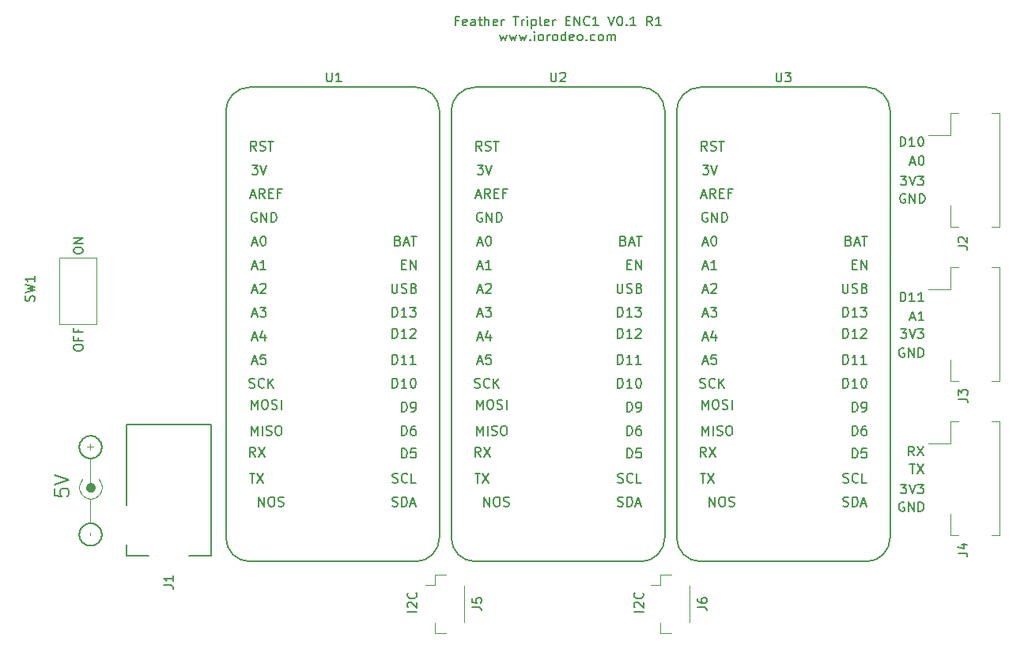
<source format=gbr>
%TF.GenerationSoftware,KiCad,Pcbnew,7.0.10-7.0.10~ubuntu22.04.1*%
%TF.CreationDate,2024-08-19T10:48:18-07:00*%
%TF.ProjectId,iorodeo_feather_tripler_enc1,696f726f-6465-46f5-9f66-656174686572,rev?*%
%TF.SameCoordinates,Original*%
%TF.FileFunction,Legend,Top*%
%TF.FilePolarity,Positive*%
%FSLAX46Y46*%
G04 Gerber Fmt 4.6, Leading zero omitted, Abs format (unit mm)*
G04 Created by KiCad (PCBNEW 7.0.10-7.0.10~ubuntu22.04.1) date 2024-08-19 10:48:18*
%MOMM*%
%LPD*%
G01*
G04 APERTURE LIST*
%ADD10C,0.116153*%
%ADD11C,0.134716*%
%ADD12C,0.126579*%
%ADD13C,0.000000*%
%ADD14C,0.094402*%
%ADD15C,0.150000*%
%ADD16C,0.200000*%
%ADD17C,0.203200*%
%ADD18C,0.120000*%
%ADD19C,0.100000*%
%ADD20C,0.127000*%
G04 APERTURE END LIST*
D10*
X52731529Y-98961167D02*
X52696985Y-98911602D01*
D11*
X53828272Y-95131737D02*
X53767410Y-95136365D01*
X53947265Y-92765399D02*
X54005246Y-92778781D01*
X54592837Y-102499535D02*
X54630504Y-102543019D01*
D10*
X52768838Y-97484813D02*
X52808910Y-97438147D01*
X52586441Y-97792610D02*
X52609932Y-97738538D01*
D11*
X53239251Y-104409594D02*
X53186165Y-104385594D01*
D10*
X52665203Y-98860750D02*
X52636186Y-98808718D01*
X53041199Y-99255818D02*
X52991636Y-99221274D01*
D11*
X53186165Y-104385594D02*
X53134490Y-104359128D01*
D10*
X52547751Y-98590929D02*
X52532551Y-98534604D01*
X54901011Y-98073699D02*
X54907920Y-98131312D01*
D11*
X54630504Y-104067653D02*
X54592837Y-104111138D01*
X54375793Y-104299099D02*
X54327169Y-104330271D01*
D10*
X54049582Y-99405049D02*
X53993257Y-99420248D01*
D11*
X53705739Y-104503773D02*
X53644068Y-104502213D01*
X54890355Y-93756978D02*
X54897977Y-93816955D01*
X54809987Y-94405973D02*
X54785987Y-94459059D01*
X52521099Y-94121998D02*
X52513477Y-94062021D01*
D10*
X53475059Y-99432684D02*
X53418197Y-99420248D01*
D11*
X54553156Y-93092065D02*
X54592837Y-93133686D01*
X52531637Y-93697961D02*
X52545019Y-93639980D01*
D10*
X54863703Y-98590929D02*
X54845739Y-98646610D01*
D11*
X53644068Y-95136365D02*
X53583206Y-95131737D01*
D10*
X52498006Y-98247075D02*
X52499388Y-98189140D01*
D11*
X53947265Y-95113577D02*
X53888249Y-95124116D01*
X52680795Y-94560921D02*
X52651938Y-94510734D01*
X52507290Y-93939488D02*
X52508849Y-93877816D01*
X52521098Y-103122826D02*
X52531637Y-103063810D01*
X54831444Y-103717399D02*
X54809987Y-103771822D01*
D10*
X54891339Y-98477742D02*
X54878902Y-98534603D01*
D11*
X52508849Y-93877816D02*
X52513477Y-93816955D01*
D10*
X54913447Y-98247075D02*
X54912065Y-98305010D01*
D11*
X54005246Y-95100195D02*
X53947265Y-95113577D01*
X54730665Y-94560921D02*
X54699493Y-94609545D01*
X54592837Y-104111138D02*
X54553156Y-104152759D01*
D10*
X54602544Y-99056003D02*
X54559708Y-99101060D01*
D11*
X54831444Y-94351550D02*
X54809987Y-94405973D01*
X53134479Y-102251545D02*
X53186154Y-102225079D01*
X54699493Y-102635279D02*
X54730665Y-102683903D01*
D12*
X53705739Y-97761252D02*
X53705739Y-95192683D01*
D10*
X52665203Y-97633399D02*
X52696985Y-97582547D01*
X54825012Y-97792609D02*
X54845739Y-97847539D01*
D11*
X53644068Y-104502213D02*
X53583206Y-104497585D01*
D13*
G36*
X53755155Y-93888190D02*
G01*
X54092004Y-93888190D01*
X54092004Y-93990789D01*
X53755155Y-93990789D01*
X53755155Y-94327633D01*
X53656275Y-94327633D01*
X53656275Y-93990789D01*
X53319425Y-93990789D01*
X53319425Y-93888190D01*
X53656275Y-93888190D01*
X53656275Y-93551344D01*
X53755155Y-93551344D01*
X53755155Y-93888190D01*
G37*
D11*
X54890355Y-103487846D02*
X54879816Y-103546863D01*
X54117800Y-104431052D02*
X54062116Y-104449893D01*
D10*
X52586441Y-98701540D02*
X52565714Y-98646610D01*
D11*
X53293675Y-104431052D02*
X53239251Y-104409594D01*
X54005246Y-102144630D02*
X54062116Y-102160779D01*
X53134490Y-104359128D02*
X53084303Y-104330271D01*
X54375793Y-92945725D02*
X54422778Y-92979138D01*
X53767410Y-92742610D02*
X53828272Y-92747238D01*
X54468051Y-93014716D02*
X54511535Y-93052383D01*
X52531638Y-94181014D02*
X52521099Y-94121998D01*
D10*
X54775268Y-97685432D02*
X54801522Y-97738538D01*
D11*
X54327169Y-102280401D02*
X54375793Y-102311574D01*
X52988680Y-102344987D02*
X53035667Y-102311574D01*
X52745381Y-94656531D02*
X52711968Y-94609545D01*
D10*
X52532551Y-97959546D02*
X52547751Y-97903221D01*
D11*
X52625471Y-103824908D02*
X52601471Y-103771822D01*
D10*
X53418197Y-99420248D02*
X53361871Y-99405049D01*
D11*
X54172223Y-95043745D02*
X54117800Y-95065204D01*
D10*
X53092051Y-99287599D02*
X53041199Y-99255818D01*
D11*
X52580009Y-93527425D02*
X52601467Y-93473002D01*
X54785987Y-102785765D02*
X54809987Y-102838851D01*
D10*
X54679924Y-97532983D02*
X54714469Y-97582547D01*
D11*
X54699493Y-94609545D02*
X54666081Y-94656531D01*
X54785987Y-103824908D02*
X54759522Y-103876582D01*
X54062116Y-95084045D02*
X54005246Y-95100195D01*
X54666081Y-104022380D02*
X54630504Y-104067653D01*
X53406222Y-92778781D02*
X53464205Y-92765399D01*
X54730665Y-93318055D02*
X54759522Y-93368242D01*
X54117800Y-92813772D02*
X54172223Y-92835230D01*
X54897977Y-103182803D02*
X54902605Y-103243665D01*
D10*
X54907920Y-98362837D02*
X54901011Y-98420450D01*
D11*
X52651933Y-102734090D02*
X52680789Y-102683903D01*
D10*
X52636186Y-97685432D02*
X52665203Y-97633399D01*
X54679924Y-98961167D02*
X54642616Y-99009336D01*
D11*
X54850286Y-94295866D02*
X54831444Y-94351550D01*
X54005246Y-104466043D02*
X53947265Y-104479425D01*
D10*
X54642616Y-97484813D02*
X54679924Y-97532983D01*
D11*
X53705739Y-92741051D02*
X53767410Y-92742610D01*
X53464212Y-95113577D02*
X53406230Y-95100195D01*
D10*
X53879103Y-99442357D02*
X53821490Y-99449265D01*
D11*
X53406230Y-104466043D02*
X53349359Y-104449893D01*
X52625467Y-102785765D02*
X52651933Y-102734090D01*
X54759522Y-94510734D02*
X54730665Y-94560921D01*
X54225308Y-104385594D02*
X54172223Y-104409594D01*
X53464205Y-102131248D02*
X53523223Y-102120708D01*
D10*
X52499388Y-98189140D02*
X52503533Y-98131312D01*
D11*
X52507290Y-103305336D02*
X52508849Y-103243665D01*
X53349350Y-92794930D02*
X53406222Y-92778781D01*
X52680789Y-102683903D02*
X52711962Y-102635279D01*
X53349350Y-102160779D02*
X53406222Y-102144630D01*
X52745374Y-93222444D02*
X52780952Y-93177171D01*
X52561170Y-94295866D02*
X52545021Y-94238996D01*
X54172223Y-102201079D02*
X54225308Y-102225079D01*
X54422778Y-104265686D02*
X54375793Y-104299099D01*
X52943407Y-93014716D02*
X52988680Y-92979138D01*
X53947265Y-102131248D02*
X54005246Y-102144630D01*
X54327169Y-92914553D02*
X54375793Y-92945725D01*
X54809987Y-103771822D02*
X54785987Y-103824908D01*
X53293665Y-102179621D02*
X53349350Y-102160779D01*
X54511535Y-94826592D02*
X54468051Y-94864260D01*
D13*
G36*
X53761646Y-103498172D02*
G01*
X53649783Y-103498172D01*
X53649783Y-103112500D01*
X53761646Y-103112500D01*
X53761646Y-103498172D01*
G37*
D11*
X53947265Y-104479425D02*
X53888249Y-104489964D01*
X54327169Y-104330271D02*
X54276982Y-104359128D01*
X52680789Y-93318055D02*
X52711962Y-93269431D01*
D10*
X54878902Y-97959546D02*
X54891339Y-98016408D01*
D11*
X53186165Y-95019746D02*
X53134490Y-94993280D01*
D10*
X54514652Y-99143895D02*
X54467986Y-99183966D01*
X53532350Y-99442357D02*
X53475059Y-99432684D01*
D11*
X53084292Y-92914553D02*
X53134479Y-92885696D01*
X52858301Y-102457914D02*
X52899922Y-102418232D01*
X54468051Y-94864260D02*
X54422778Y-94899837D01*
D10*
X54746250Y-97633399D02*
X54775268Y-97685432D01*
D11*
X52508849Y-103243665D02*
X52513477Y-103182803D01*
X54422778Y-94899837D02*
X54375793Y-94933250D01*
X54850286Y-103661715D02*
X54831444Y-103717399D01*
X54225308Y-95019746D02*
X54172223Y-95043745D01*
X54890355Y-94121998D02*
X54879816Y-94181014D01*
X52580012Y-103717399D02*
X52561170Y-103661715D01*
X52545021Y-103604844D02*
X52531638Y-103546863D01*
X54866435Y-94238996D02*
X54850286Y-94295866D01*
X52943417Y-94864260D02*
X52899932Y-94826592D01*
X52513477Y-94062021D02*
X52508849Y-94001159D01*
D10*
X52499388Y-98305010D02*
X52498006Y-98247075D01*
D11*
X54850286Y-102948958D02*
X54866435Y-103005828D01*
X53644065Y-102108459D02*
X53705739Y-102106900D01*
X53767410Y-102108459D02*
X53828272Y-102113087D01*
X53349359Y-95084045D02*
X53293675Y-95065204D01*
X54785987Y-94459059D02*
X54759522Y-94510734D01*
X54890355Y-103122826D02*
X54897977Y-103182803D01*
X52745381Y-104022380D02*
X52711968Y-103975394D01*
X54630504Y-102543019D02*
X54666081Y-102588293D01*
X52711968Y-94609545D02*
X52680795Y-94560921D01*
X54831444Y-93527425D02*
X54850286Y-93583110D01*
D10*
X54642616Y-99009336D02*
X54602544Y-99056003D01*
X52547751Y-97903221D02*
X52565714Y-97847540D01*
X54878902Y-98534603D02*
X54863703Y-98590929D01*
D11*
X53186154Y-102225079D02*
X53239241Y-102201079D01*
X53583206Y-95131737D02*
X53523229Y-95124116D01*
X54375793Y-94933250D02*
X54327169Y-94964423D01*
D10*
X52991636Y-99221274D02*
X52943467Y-99183966D01*
D11*
X54511535Y-102418232D02*
X54553156Y-102457914D01*
X53406230Y-95100195D02*
X53349359Y-95084045D01*
D10*
X53993257Y-99420248D02*
X53936395Y-99432684D01*
D11*
X52625471Y-94459059D02*
X52601471Y-94405973D01*
X54730665Y-103926769D02*
X54699493Y-103975394D01*
X54062116Y-104449893D02*
X54005246Y-104466043D01*
D10*
X54907920Y-98131312D02*
X54912065Y-98189140D01*
D11*
X54511535Y-93052383D02*
X54553156Y-93092065D01*
D10*
X52943467Y-99183966D02*
X52896801Y-99143895D01*
X52768838Y-99009336D02*
X52731529Y-98961167D01*
X53306190Y-99387086D02*
X53251260Y-99366359D01*
D11*
X52521098Y-93756978D02*
X52531637Y-93697961D01*
D10*
X54467986Y-99183966D02*
X54419818Y-99221274D01*
D11*
X54062116Y-102160779D02*
X54117800Y-102179621D01*
X52780952Y-102543019D02*
X52818619Y-102499535D01*
X52780952Y-93177171D02*
X52818619Y-93133686D01*
X52561168Y-93583110D02*
X52580009Y-93527425D01*
X54225308Y-102225079D02*
X54276982Y-102251545D01*
X54785987Y-93419916D02*
X54809987Y-93473002D01*
X52545019Y-103005828D02*
X52561168Y-102948958D01*
D10*
X53361871Y-99405049D02*
X53306190Y-99387086D01*
D11*
X54902605Y-103367008D02*
X54897977Y-103427870D01*
D14*
X53729366Y-97806329D02*
X53752682Y-97808102D01*
X53775659Y-97811021D01*
X53798268Y-97815059D01*
X53820481Y-97820185D01*
X53842268Y-97826372D01*
X53863600Y-97833590D01*
X53884449Y-97841811D01*
X53904786Y-97851005D01*
X53924581Y-97861144D01*
X53943807Y-97872199D01*
X53962435Y-97884141D01*
X53980434Y-97896941D01*
X53997778Y-97910571D01*
X54014436Y-97925001D01*
X54030380Y-97940203D01*
X54045581Y-97956148D01*
X54060011Y-97972807D01*
X54073640Y-97990151D01*
X54086439Y-98008151D01*
X54098381Y-98026779D01*
X54109435Y-98046005D01*
X54119573Y-98065802D01*
X54128767Y-98086139D01*
X54136987Y-98106988D01*
X54144204Y-98128321D01*
X54150391Y-98150107D01*
X54155517Y-98172320D01*
X54159554Y-98194929D01*
X54162473Y-98217906D01*
X54164246Y-98241222D01*
X54164844Y-98264848D01*
X54164246Y-98288474D01*
X54162473Y-98311790D01*
X54159554Y-98334767D01*
X54155517Y-98357376D01*
X54150391Y-98379588D01*
X54144204Y-98401375D01*
X54136987Y-98422708D01*
X54128767Y-98443557D01*
X54119573Y-98463894D01*
X54109435Y-98483690D01*
X54098381Y-98502917D01*
X54086439Y-98521544D01*
X54073640Y-98539545D01*
X54060011Y-98556889D01*
X54045581Y-98573548D01*
X54030380Y-98589492D01*
X54014436Y-98604694D01*
X53997778Y-98619125D01*
X53980434Y-98632754D01*
X53962435Y-98645555D01*
X53943807Y-98657497D01*
X53924581Y-98668552D01*
X53904786Y-98678691D01*
X53884449Y-98687885D01*
X53863600Y-98696105D01*
X53842268Y-98703323D01*
X53820481Y-98709510D01*
X53798268Y-98714637D01*
X53775659Y-98718674D01*
X53752682Y-98721594D01*
X53729366Y-98723367D01*
X53705739Y-98723964D01*
X53682112Y-98723367D01*
X53658796Y-98721594D01*
X53635818Y-98718674D01*
X53613208Y-98714637D01*
X53590996Y-98709510D01*
X53569208Y-98703323D01*
X53547875Y-98696105D01*
X53527025Y-98687885D01*
X53506688Y-98678691D01*
X53486891Y-98668552D01*
X53467664Y-98657497D01*
X53449036Y-98645555D01*
X53431035Y-98632754D01*
X53413690Y-98619125D01*
X53397031Y-98604694D01*
X53381086Y-98589492D01*
X53365883Y-98573548D01*
X53351453Y-98556889D01*
X53337823Y-98539545D01*
X53325022Y-98521544D01*
X53313080Y-98502917D01*
X53302024Y-98483690D01*
X53291885Y-98463894D01*
X53282691Y-98443557D01*
X53274470Y-98422708D01*
X53267252Y-98401375D01*
X53261065Y-98379588D01*
X53255938Y-98357376D01*
X53251900Y-98334767D01*
X53248980Y-98311790D01*
X53247207Y-98288474D01*
X53246610Y-98264848D01*
X53247207Y-98241222D01*
X53248980Y-98217906D01*
X53251900Y-98194929D01*
X53255938Y-98172320D01*
X53261065Y-98150107D01*
X53267252Y-98128321D01*
X53274470Y-98106988D01*
X53282691Y-98086139D01*
X53291885Y-98065802D01*
X53302024Y-98046005D01*
X53313080Y-98026779D01*
X53325022Y-98008151D01*
X53337823Y-97990151D01*
X53351453Y-97972807D01*
X53365883Y-97956148D01*
X53381086Y-97940203D01*
X53397031Y-97925001D01*
X53413690Y-97910571D01*
X53431035Y-97896941D01*
X53449036Y-97884141D01*
X53467664Y-97872199D01*
X53486891Y-97861144D01*
X53506688Y-97851005D01*
X53527025Y-97841811D01*
X53547875Y-97833590D01*
X53569208Y-97826372D01*
X53590996Y-97820185D01*
X53613208Y-97815059D01*
X53635818Y-97811021D01*
X53658796Y-97808102D01*
X53682112Y-97806329D01*
X53705739Y-97805731D01*
X53729366Y-97806329D01*
G36*
X53729366Y-97806329D02*
G01*
X53752682Y-97808102D01*
X53775659Y-97811021D01*
X53798268Y-97815059D01*
X53820481Y-97820185D01*
X53842268Y-97826372D01*
X53863600Y-97833590D01*
X53884449Y-97841811D01*
X53904786Y-97851005D01*
X53924581Y-97861144D01*
X53943807Y-97872199D01*
X53962435Y-97884141D01*
X53980434Y-97896941D01*
X53997778Y-97910571D01*
X54014436Y-97925001D01*
X54030380Y-97940203D01*
X54045581Y-97956148D01*
X54060011Y-97972807D01*
X54073640Y-97990151D01*
X54086439Y-98008151D01*
X54098381Y-98026779D01*
X54109435Y-98046005D01*
X54119573Y-98065802D01*
X54128767Y-98086139D01*
X54136987Y-98106988D01*
X54144204Y-98128321D01*
X54150391Y-98150107D01*
X54155517Y-98172320D01*
X54159554Y-98194929D01*
X54162473Y-98217906D01*
X54164246Y-98241222D01*
X54164844Y-98264848D01*
X54164246Y-98288474D01*
X54162473Y-98311790D01*
X54159554Y-98334767D01*
X54155517Y-98357376D01*
X54150391Y-98379588D01*
X54144204Y-98401375D01*
X54136987Y-98422708D01*
X54128767Y-98443557D01*
X54119573Y-98463894D01*
X54109435Y-98483690D01*
X54098381Y-98502917D01*
X54086439Y-98521544D01*
X54073640Y-98539545D01*
X54060011Y-98556889D01*
X54045581Y-98573548D01*
X54030380Y-98589492D01*
X54014436Y-98604694D01*
X53997778Y-98619125D01*
X53980434Y-98632754D01*
X53962435Y-98645555D01*
X53943807Y-98657497D01*
X53924581Y-98668552D01*
X53904786Y-98678691D01*
X53884449Y-98687885D01*
X53863600Y-98696105D01*
X53842268Y-98703323D01*
X53820481Y-98709510D01*
X53798268Y-98714637D01*
X53775659Y-98718674D01*
X53752682Y-98721594D01*
X53729366Y-98723367D01*
X53705739Y-98723964D01*
X53682112Y-98723367D01*
X53658796Y-98721594D01*
X53635818Y-98718674D01*
X53613208Y-98714637D01*
X53590996Y-98709510D01*
X53569208Y-98703323D01*
X53547875Y-98696105D01*
X53527025Y-98687885D01*
X53506688Y-98678691D01*
X53486891Y-98668552D01*
X53467664Y-98657497D01*
X53449036Y-98645555D01*
X53431035Y-98632754D01*
X53413690Y-98619125D01*
X53397031Y-98604694D01*
X53381086Y-98589492D01*
X53365883Y-98573548D01*
X53351453Y-98556889D01*
X53337823Y-98539545D01*
X53325022Y-98521544D01*
X53313080Y-98502917D01*
X53302024Y-98483690D01*
X53291885Y-98463894D01*
X53282691Y-98443557D01*
X53274470Y-98422708D01*
X53267252Y-98401375D01*
X53261065Y-98379588D01*
X53255938Y-98357376D01*
X53251900Y-98334767D01*
X53248980Y-98311790D01*
X53247207Y-98288474D01*
X53246610Y-98264848D01*
X53247207Y-98241222D01*
X53248980Y-98217906D01*
X53251900Y-98194929D01*
X53255938Y-98172320D01*
X53261065Y-98150107D01*
X53267252Y-98128321D01*
X53274470Y-98106988D01*
X53282691Y-98086139D01*
X53291885Y-98065802D01*
X53302024Y-98046005D01*
X53313080Y-98026779D01*
X53325022Y-98008151D01*
X53337823Y-97990151D01*
X53351453Y-97972807D01*
X53365883Y-97956148D01*
X53381086Y-97940203D01*
X53397031Y-97925001D01*
X53413690Y-97910571D01*
X53431035Y-97896941D01*
X53449036Y-97884141D01*
X53467664Y-97872199D01*
X53486891Y-97861144D01*
X53506688Y-97851005D01*
X53527025Y-97841811D01*
X53547875Y-97833590D01*
X53569208Y-97826372D01*
X53590996Y-97820185D01*
X53613208Y-97815059D01*
X53635818Y-97811021D01*
X53658796Y-97808102D01*
X53682112Y-97806329D01*
X53705739Y-97805731D01*
X53729366Y-97806329D01*
G37*
D10*
X52896801Y-99143895D02*
X52851745Y-99101060D01*
D11*
X54327169Y-94964423D02*
X54276982Y-94993280D01*
X52508849Y-94001159D02*
X52507290Y-93939488D01*
X52988691Y-94899837D02*
X52943417Y-94864260D01*
D10*
X52503533Y-98131312D02*
X52510442Y-98073699D01*
D11*
X54375793Y-102311574D02*
X54422778Y-102344987D01*
X52580012Y-94351550D02*
X52561170Y-94295866D01*
X53134490Y-94993280D02*
X53084303Y-94964423D01*
X54666081Y-94656531D02*
X54630504Y-94701805D01*
X52531637Y-103063810D02*
X52545019Y-103005828D01*
X53464212Y-104479425D02*
X53406230Y-104466043D01*
D10*
X52696985Y-97582547D02*
X52731529Y-97532983D01*
D11*
X52858310Y-104152759D02*
X52818628Y-104111138D01*
D10*
X54267370Y-99316616D02*
X54214265Y-99342869D01*
D11*
X53583202Y-92747238D02*
X53644065Y-92742610D01*
X53828272Y-92747238D02*
X53888249Y-92754860D01*
X54897977Y-103427870D02*
X54890355Y-103487846D01*
X54866435Y-103005828D02*
X54879816Y-103063810D01*
D10*
X52636186Y-98808718D02*
X52609932Y-98755612D01*
D11*
X52899932Y-104192441D02*
X52858310Y-104152759D01*
D10*
X52808910Y-99056003D02*
X52768838Y-99009336D01*
D11*
X53035678Y-94933250D02*
X52988691Y-94899837D01*
X52943417Y-104230108D02*
X52899932Y-104192441D01*
X52943407Y-102380564D02*
X52988680Y-102344987D01*
X53583206Y-104497585D02*
X53523229Y-104489964D01*
X52601467Y-93473002D02*
X52625467Y-93419916D01*
X52545019Y-93639980D02*
X52561168Y-93583110D01*
X54117800Y-95065204D02*
X54062116Y-95084045D01*
X53888249Y-102120708D02*
X53947265Y-102131248D01*
X54630504Y-93177171D02*
X54666081Y-93222444D01*
X52580009Y-102893274D02*
X52601467Y-102838851D01*
D10*
X53763662Y-99453411D02*
X53705727Y-99454792D01*
X54801522Y-98755612D02*
X54775268Y-98808718D01*
X54714469Y-98911602D02*
X54679924Y-98961167D01*
D11*
X54468051Y-104230108D02*
X54422778Y-104265686D01*
D10*
X53705727Y-99454792D02*
X53647791Y-99453411D01*
D11*
X52818619Y-102499535D02*
X52858301Y-102457914D01*
D10*
X54775268Y-98808718D02*
X54746250Y-98860750D01*
D11*
X53035667Y-92945725D02*
X53084292Y-92914553D01*
D10*
X52609932Y-98755612D02*
X52586441Y-98701540D01*
D11*
X54904164Y-93939488D02*
X54902605Y-94001159D01*
X52680795Y-103926769D02*
X52651938Y-103876582D01*
X53523229Y-104489964D02*
X53464212Y-104479425D01*
X53084303Y-94964423D02*
X53035678Y-94933250D01*
X54592837Y-94745289D02*
X54553156Y-94786910D01*
X54897977Y-94062021D02*
X54890355Y-94121998D01*
X53084292Y-102280401D02*
X53134479Y-102251545D01*
X53767410Y-104502213D02*
X53705739Y-104503773D01*
X52711962Y-102635279D02*
X52745374Y-102588293D01*
D10*
X54105263Y-99387086D02*
X54049582Y-99405049D01*
D11*
X54276982Y-92885696D02*
X54327169Y-92914553D01*
X52988680Y-92979138D02*
X53035667Y-92945725D01*
D10*
X54746250Y-98860750D02*
X54714469Y-98911602D01*
D11*
X52711968Y-103975394D02*
X52680795Y-103926769D01*
D10*
X52609932Y-97738538D02*
X52636186Y-97685432D01*
D11*
X54468051Y-102380564D02*
X54511535Y-102418232D01*
D10*
X54160193Y-99366359D02*
X54105263Y-99387086D01*
D11*
X54902605Y-94001159D02*
X54897977Y-94062021D01*
X54879816Y-94181014D02*
X54866435Y-94238996D01*
D10*
X52731529Y-97532983D02*
X52768838Y-97484813D01*
D11*
X54759522Y-93368242D02*
X54785987Y-93419916D01*
X53035678Y-104299099D02*
X52988691Y-104265686D01*
X52651933Y-93368242D02*
X52680789Y-93318055D01*
X54553156Y-104152759D02*
X54511535Y-104192441D01*
X53084303Y-104330271D02*
X53035678Y-104299099D01*
D10*
X53589963Y-99449265D02*
X53532350Y-99442357D01*
D11*
X53828272Y-104497585D02*
X53767410Y-104502213D01*
X54276982Y-94993280D02*
X54225308Y-95019746D01*
D10*
X52503533Y-98362838D02*
X52499388Y-98305010D01*
D11*
X54904164Y-103305336D02*
X54902605Y-103367008D01*
D10*
X54370254Y-99255818D02*
X54319403Y-99287599D01*
X54559708Y-99101060D02*
X54514652Y-99143895D01*
D11*
X54879816Y-103546863D02*
X54866435Y-103604844D01*
D10*
X54845739Y-98646610D02*
X54825012Y-98701540D01*
D11*
X52625467Y-93419916D02*
X52651933Y-93368242D01*
D10*
X52851745Y-99101060D02*
X52808910Y-99056003D01*
D11*
X52513477Y-93816955D02*
X52521098Y-93756978D01*
X54809987Y-93473002D02*
X54831444Y-93527425D01*
D10*
X54419818Y-99221274D02*
X54370254Y-99255818D01*
D11*
X53134479Y-92885696D02*
X53186154Y-92859230D01*
X54005246Y-92778781D02*
X54062116Y-92794930D01*
D10*
X53197189Y-99342869D02*
X53144083Y-99316616D01*
D11*
X53523229Y-95124116D02*
X53464212Y-95113577D01*
X54511535Y-104192441D02*
X54468051Y-104230108D01*
X54666081Y-93222444D02*
X54699493Y-93269431D01*
X53523223Y-102120708D02*
X53583202Y-102113087D01*
D10*
X54863703Y-97903221D02*
X54878902Y-97959546D01*
D11*
X54902605Y-93877816D02*
X54904164Y-93939488D01*
D10*
X52510442Y-98420451D02*
X52503533Y-98362838D01*
D11*
X52780960Y-94701805D02*
X52745381Y-94656531D01*
X54866435Y-103604844D02*
X54850286Y-103661715D01*
D10*
X52808910Y-97438147D02*
X52851745Y-97393089D01*
D11*
X52899932Y-94826592D02*
X52858310Y-94786910D01*
D10*
X52565714Y-98646610D02*
X52547751Y-98590929D01*
X53251260Y-99366359D02*
X53197189Y-99342869D01*
D11*
X53035667Y-102311574D02*
X53084292Y-102280401D01*
X52818628Y-104111138D02*
X52780960Y-104067653D01*
X54699493Y-93269431D02*
X54730665Y-93318055D01*
X54759522Y-103876582D02*
X54730665Y-103926769D01*
X52531638Y-103546863D02*
X52521099Y-103487846D01*
X53349359Y-104449893D02*
X53293675Y-104431052D01*
D10*
X54214265Y-99342869D02*
X54160193Y-99366359D01*
D11*
X53828272Y-102113087D02*
X53888249Y-102120708D01*
D10*
X54891339Y-98016408D02*
X54901011Y-98073699D01*
D11*
X54225308Y-92859230D02*
X54276982Y-92885696D01*
X53186154Y-92859230D02*
X53239241Y-92835230D01*
X53888249Y-104489964D02*
X53828272Y-104497585D01*
X52858301Y-93092065D02*
X52899922Y-93052383D01*
X54276982Y-104359128D02*
X54225308Y-104385594D01*
X54759522Y-102734090D02*
X54785987Y-102785765D01*
X52513477Y-103427870D02*
X52508849Y-103367008D01*
X52561170Y-103661715D02*
X52545021Y-103604844D01*
X53705739Y-95137925D02*
X53644068Y-95136365D01*
D10*
X54559708Y-97393089D02*
X54602544Y-97438147D01*
X52696985Y-98911602D02*
X52665203Y-98860750D01*
X53647791Y-99453411D02*
X53589963Y-99449265D01*
X54845739Y-97847539D02*
X54863703Y-97903221D01*
D11*
X54630504Y-94701805D02*
X54592837Y-94745289D01*
X54422778Y-92979138D02*
X54468051Y-93014716D01*
X54831444Y-102893274D02*
X54850286Y-102948958D01*
X52651938Y-103876582D02*
X52625471Y-103824908D01*
X52545021Y-94238996D02*
X52531638Y-94181014D01*
X54172223Y-92835230D02*
X54225308Y-92859230D01*
X53705739Y-102106900D02*
X53767410Y-102108459D01*
X52745374Y-102588293D02*
X52780952Y-102543019D01*
X53239241Y-92835230D02*
X53293665Y-92813772D01*
X54062116Y-92794930D02*
X54117800Y-92813772D01*
X53239241Y-102201079D02*
X53293665Y-102179621D01*
X53293665Y-92813772D02*
X53349350Y-92794930D01*
X52711962Y-93269431D02*
X52745374Y-93222444D01*
X52601467Y-102838851D02*
X52625467Y-102785765D01*
X53406222Y-102144630D02*
X53464205Y-102131248D01*
D10*
X54714469Y-97582547D02*
X54746250Y-97633399D01*
D11*
X54850286Y-93583110D02*
X54866435Y-93639980D01*
X53293675Y-95065204D02*
X53239251Y-95043745D01*
X52818619Y-93133686D02*
X52858301Y-93092065D01*
X54276982Y-102251545D02*
X54327169Y-102280401D01*
X52601471Y-94405973D02*
X52580012Y-94351550D01*
D10*
X54801522Y-97738538D02*
X54825012Y-97792609D01*
D11*
X53464205Y-92765399D02*
X53523223Y-92754860D01*
D10*
X52520115Y-98477742D02*
X52510442Y-98420451D01*
X54901011Y-98420450D02*
X54891339Y-98477742D01*
D11*
X54866435Y-93639980D02*
X54879816Y-93697961D01*
X52601471Y-103771822D02*
X52580012Y-103717399D01*
X54117800Y-102179621D02*
X54172223Y-102201079D01*
X54879816Y-93697961D02*
X54890355Y-93756978D01*
X54809987Y-102838851D02*
X54831444Y-102893274D01*
D10*
X53821490Y-99449265D02*
X53763662Y-99453411D01*
D11*
X54902605Y-103243665D02*
X54904164Y-103305336D01*
X54553156Y-94786910D02*
X54511535Y-94826592D01*
D10*
X54912065Y-98189140D02*
X54913447Y-98247075D01*
X54912065Y-98305010D02*
X54907920Y-98362837D01*
D11*
X54666081Y-102588293D02*
X54699493Y-102635279D01*
X52561168Y-102948958D02*
X52580009Y-102893274D01*
D10*
X54602544Y-97438147D02*
X54642616Y-97484813D01*
D11*
X52780960Y-104067653D02*
X52745381Y-104022380D01*
X52513477Y-103182803D02*
X52521098Y-103122826D01*
X53239251Y-95043745D02*
X53186165Y-95019746D01*
X53644065Y-92742610D02*
X53705739Y-92741051D01*
D10*
X54825012Y-98701540D02*
X54801522Y-98755612D01*
D11*
X52899922Y-93052383D02*
X52943407Y-93014716D01*
X52858310Y-94786910D02*
X52818628Y-94745289D01*
D10*
X53936395Y-99432684D02*
X53879103Y-99442357D01*
X54319403Y-99287599D02*
X54267370Y-99316616D01*
D11*
X54422778Y-102344987D02*
X54468051Y-102380564D01*
X54592837Y-93133686D02*
X54630504Y-93177171D01*
D10*
X52510442Y-98073699D02*
X52520115Y-98016408D01*
D11*
X54879816Y-103063810D02*
X54890355Y-103122826D01*
X53767410Y-95136365D02*
X53705739Y-95137925D01*
X52651938Y-94510734D02*
X52625471Y-94459059D01*
X52899922Y-102418232D02*
X52943407Y-102380564D01*
X54699493Y-103975394D02*
X54666081Y-104022380D01*
X52818628Y-94745289D02*
X52780960Y-94701805D01*
X53523223Y-92754860D02*
X53583202Y-92747238D01*
X53583202Y-102113087D02*
X53644065Y-102108459D01*
X54553156Y-102457914D02*
X54592837Y-102499535D01*
X52521099Y-103487846D02*
X52513477Y-103427870D01*
D10*
X52565714Y-97847540D02*
X52586441Y-97792610D01*
D11*
X54172223Y-104409594D02*
X54117800Y-104431052D01*
X54897977Y-93816955D02*
X54902605Y-93877816D01*
D12*
X53705739Y-102060604D02*
X53705739Y-99492035D01*
D10*
X52532551Y-98534604D02*
X52520115Y-98477742D01*
D11*
X52508849Y-103367008D02*
X52507290Y-103305336D01*
X54730665Y-102683903D02*
X54759522Y-102734090D01*
X52988691Y-104265686D02*
X52943417Y-104230108D01*
X53888249Y-95124116D02*
X53828272Y-95131737D01*
X53888249Y-92754860D02*
X53947265Y-92765399D01*
D10*
X52520115Y-98016408D02*
X52532551Y-97959546D01*
X53144083Y-99316616D02*
X53092051Y-99287599D01*
D15*
X141417922Y-95770819D02*
X141989350Y-95770819D01*
X141703636Y-96770819D02*
X141703636Y-95770819D01*
X142227446Y-95770819D02*
X142894112Y-96770819D01*
X142894112Y-95770819D02*
X142227446Y-96770819D01*
D16*
X49877278Y-98419743D02*
X49877278Y-99134029D01*
X49877278Y-99134029D02*
X50591564Y-99205457D01*
X50591564Y-99205457D02*
X50520135Y-99134029D01*
X50520135Y-99134029D02*
X50448707Y-98991172D01*
X50448707Y-98991172D02*
X50448707Y-98634029D01*
X50448707Y-98634029D02*
X50520135Y-98491172D01*
X50520135Y-98491172D02*
X50591564Y-98419743D01*
X50591564Y-98419743D02*
X50734421Y-98348314D01*
X50734421Y-98348314D02*
X51091564Y-98348314D01*
X51091564Y-98348314D02*
X51234421Y-98419743D01*
X51234421Y-98419743D02*
X51305850Y-98491172D01*
X51305850Y-98491172D02*
X51377278Y-98634029D01*
X51377278Y-98634029D02*
X51377278Y-98991172D01*
X51377278Y-98991172D02*
X51305850Y-99134029D01*
X51305850Y-99134029D02*
X51234421Y-99205457D01*
X49877278Y-97919743D02*
X51377278Y-97419743D01*
X51377278Y-97419743D02*
X49877278Y-96919743D01*
D15*
X140417779Y-78355819D02*
X140417779Y-77355819D01*
X140417779Y-77355819D02*
X140655874Y-77355819D01*
X140655874Y-77355819D02*
X140798731Y-77403438D01*
X140798731Y-77403438D02*
X140893969Y-77498676D01*
X140893969Y-77498676D02*
X140941588Y-77593914D01*
X140941588Y-77593914D02*
X140989207Y-77784390D01*
X140989207Y-77784390D02*
X140989207Y-77927247D01*
X140989207Y-77927247D02*
X140941588Y-78117723D01*
X140941588Y-78117723D02*
X140893969Y-78212961D01*
X140893969Y-78212961D02*
X140798731Y-78308200D01*
X140798731Y-78308200D02*
X140655874Y-78355819D01*
X140655874Y-78355819D02*
X140417779Y-78355819D01*
X141941588Y-78355819D02*
X141370160Y-78355819D01*
X141655874Y-78355819D02*
X141655874Y-77355819D01*
X141655874Y-77355819D02*
X141560636Y-77498676D01*
X141560636Y-77498676D02*
X141465398Y-77593914D01*
X141465398Y-77593914D02*
X141370160Y-77641533D01*
X142893969Y-78355819D02*
X142322541Y-78355819D01*
X142608255Y-78355819D02*
X142608255Y-77355819D01*
X142608255Y-77355819D02*
X142513017Y-77498676D01*
X142513017Y-77498676D02*
X142417779Y-77593914D01*
X142417779Y-77593914D02*
X142322541Y-77641533D01*
X140449541Y-64909819D02*
X141068588Y-64909819D01*
X141068588Y-64909819D02*
X140735255Y-65290771D01*
X140735255Y-65290771D02*
X140878112Y-65290771D01*
X140878112Y-65290771D02*
X140973350Y-65338390D01*
X140973350Y-65338390D02*
X141020969Y-65386009D01*
X141020969Y-65386009D02*
X141068588Y-65481247D01*
X141068588Y-65481247D02*
X141068588Y-65719342D01*
X141068588Y-65719342D02*
X141020969Y-65814580D01*
X141020969Y-65814580D02*
X140973350Y-65862200D01*
X140973350Y-65862200D02*
X140878112Y-65909819D01*
X140878112Y-65909819D02*
X140592398Y-65909819D01*
X140592398Y-65909819D02*
X140497160Y-65862200D01*
X140497160Y-65862200D02*
X140449541Y-65814580D01*
X141354303Y-64909819D02*
X141687636Y-65909819D01*
X141687636Y-65909819D02*
X142020969Y-64909819D01*
X142259065Y-64909819D02*
X142878112Y-64909819D01*
X142878112Y-64909819D02*
X142544779Y-65290771D01*
X142544779Y-65290771D02*
X142687636Y-65290771D01*
X142687636Y-65290771D02*
X142782874Y-65338390D01*
X142782874Y-65338390D02*
X142830493Y-65386009D01*
X142830493Y-65386009D02*
X142878112Y-65481247D01*
X142878112Y-65481247D02*
X142878112Y-65719342D01*
X142878112Y-65719342D02*
X142830493Y-65814580D01*
X142830493Y-65814580D02*
X142782874Y-65862200D01*
X142782874Y-65862200D02*
X142687636Y-65909819D01*
X142687636Y-65909819D02*
X142401922Y-65909819D01*
X142401922Y-65909819D02*
X142306684Y-65862200D01*
X142306684Y-65862200D02*
X142259065Y-65814580D01*
X140814588Y-99882438D02*
X140719350Y-99834819D01*
X140719350Y-99834819D02*
X140576493Y-99834819D01*
X140576493Y-99834819D02*
X140433636Y-99882438D01*
X140433636Y-99882438D02*
X140338398Y-99977676D01*
X140338398Y-99977676D02*
X140290779Y-100072914D01*
X140290779Y-100072914D02*
X140243160Y-100263390D01*
X140243160Y-100263390D02*
X140243160Y-100406247D01*
X140243160Y-100406247D02*
X140290779Y-100596723D01*
X140290779Y-100596723D02*
X140338398Y-100691961D01*
X140338398Y-100691961D02*
X140433636Y-100787200D01*
X140433636Y-100787200D02*
X140576493Y-100834819D01*
X140576493Y-100834819D02*
X140671731Y-100834819D01*
X140671731Y-100834819D02*
X140814588Y-100787200D01*
X140814588Y-100787200D02*
X140862207Y-100739580D01*
X140862207Y-100739580D02*
X140862207Y-100406247D01*
X140862207Y-100406247D02*
X140671731Y-100406247D01*
X141290779Y-100834819D02*
X141290779Y-99834819D01*
X141290779Y-99834819D02*
X141862207Y-100834819D01*
X141862207Y-100834819D02*
X141862207Y-99834819D01*
X142338398Y-100834819D02*
X142338398Y-99834819D01*
X142338398Y-99834819D02*
X142576493Y-99834819D01*
X142576493Y-99834819D02*
X142719350Y-99882438D01*
X142719350Y-99882438D02*
X142814588Y-99977676D01*
X142814588Y-99977676D02*
X142862207Y-100072914D01*
X142862207Y-100072914D02*
X142909826Y-100263390D01*
X142909826Y-100263390D02*
X142909826Y-100406247D01*
X142909826Y-100406247D02*
X142862207Y-100596723D01*
X142862207Y-100596723D02*
X142814588Y-100691961D01*
X142814588Y-100691961D02*
X142719350Y-100787200D01*
X142719350Y-100787200D02*
X142576493Y-100834819D01*
X142576493Y-100834819D02*
X142338398Y-100834819D01*
X112899819Y-111550220D02*
X111899819Y-111550220D01*
X111995057Y-111121649D02*
X111947438Y-111074030D01*
X111947438Y-111074030D02*
X111899819Y-110978792D01*
X111899819Y-110978792D02*
X111899819Y-110740697D01*
X111899819Y-110740697D02*
X111947438Y-110645459D01*
X111947438Y-110645459D02*
X111995057Y-110597840D01*
X111995057Y-110597840D02*
X112090295Y-110550221D01*
X112090295Y-110550221D02*
X112185533Y-110550221D01*
X112185533Y-110550221D02*
X112328390Y-110597840D01*
X112328390Y-110597840D02*
X112899819Y-111169268D01*
X112899819Y-111169268D02*
X112899819Y-110550221D01*
X112804580Y-109550221D02*
X112852200Y-109597840D01*
X112852200Y-109597840D02*
X112899819Y-109740697D01*
X112899819Y-109740697D02*
X112899819Y-109835935D01*
X112899819Y-109835935D02*
X112852200Y-109978792D01*
X112852200Y-109978792D02*
X112756961Y-110074030D01*
X112756961Y-110074030D02*
X112661723Y-110121649D01*
X112661723Y-110121649D02*
X112471247Y-110169268D01*
X112471247Y-110169268D02*
X112328390Y-110169268D01*
X112328390Y-110169268D02*
X112137914Y-110121649D01*
X112137914Y-110121649D02*
X112042676Y-110074030D01*
X112042676Y-110074030D02*
X111947438Y-109978792D01*
X111947438Y-109978792D02*
X111899819Y-109835935D01*
X111899819Y-109835935D02*
X111899819Y-109740697D01*
X111899819Y-109740697D02*
X111947438Y-109597840D01*
X111947438Y-109597840D02*
X111995057Y-109550221D01*
X51905019Y-83372744D02*
X51905019Y-83182268D01*
X51905019Y-83182268D02*
X51952638Y-83087030D01*
X51952638Y-83087030D02*
X52047876Y-82991792D01*
X52047876Y-82991792D02*
X52238352Y-82944173D01*
X52238352Y-82944173D02*
X52571685Y-82944173D01*
X52571685Y-82944173D02*
X52762161Y-82991792D01*
X52762161Y-82991792D02*
X52857400Y-83087030D01*
X52857400Y-83087030D02*
X52905019Y-83182268D01*
X52905019Y-83182268D02*
X52905019Y-83372744D01*
X52905019Y-83372744D02*
X52857400Y-83467982D01*
X52857400Y-83467982D02*
X52762161Y-83563220D01*
X52762161Y-83563220D02*
X52571685Y-83610839D01*
X52571685Y-83610839D02*
X52238352Y-83610839D01*
X52238352Y-83610839D02*
X52047876Y-83563220D01*
X52047876Y-83563220D02*
X51952638Y-83467982D01*
X51952638Y-83467982D02*
X51905019Y-83372744D01*
X52381209Y-82182268D02*
X52381209Y-82515601D01*
X52905019Y-82515601D02*
X51905019Y-82515601D01*
X51905019Y-82515601D02*
X51905019Y-82039411D01*
X52381209Y-81325125D02*
X52381209Y-81658458D01*
X52905019Y-81658458D02*
X51905019Y-81658458D01*
X51905019Y-81658458D02*
X51905019Y-81182268D01*
X51905019Y-72972744D02*
X51905019Y-72782268D01*
X51905019Y-72782268D02*
X51952638Y-72687030D01*
X51952638Y-72687030D02*
X52047876Y-72591792D01*
X52047876Y-72591792D02*
X52238352Y-72544173D01*
X52238352Y-72544173D02*
X52571685Y-72544173D01*
X52571685Y-72544173D02*
X52762161Y-72591792D01*
X52762161Y-72591792D02*
X52857400Y-72687030D01*
X52857400Y-72687030D02*
X52905019Y-72782268D01*
X52905019Y-72782268D02*
X52905019Y-72972744D01*
X52905019Y-72972744D02*
X52857400Y-73067982D01*
X52857400Y-73067982D02*
X52762161Y-73163220D01*
X52762161Y-73163220D02*
X52571685Y-73210839D01*
X52571685Y-73210839D02*
X52238352Y-73210839D01*
X52238352Y-73210839D02*
X52047876Y-73163220D01*
X52047876Y-73163220D02*
X51952638Y-73067982D01*
X51952638Y-73067982D02*
X51905019Y-72972744D01*
X52905019Y-72115601D02*
X51905019Y-72115601D01*
X51905019Y-72115601D02*
X52905019Y-71544173D01*
X52905019Y-71544173D02*
X51905019Y-71544173D01*
X140417779Y-61718819D02*
X140417779Y-60718819D01*
X140417779Y-60718819D02*
X140655874Y-60718819D01*
X140655874Y-60718819D02*
X140798731Y-60766438D01*
X140798731Y-60766438D02*
X140893969Y-60861676D01*
X140893969Y-60861676D02*
X140941588Y-60956914D01*
X140941588Y-60956914D02*
X140989207Y-61147390D01*
X140989207Y-61147390D02*
X140989207Y-61290247D01*
X140989207Y-61290247D02*
X140941588Y-61480723D01*
X140941588Y-61480723D02*
X140893969Y-61575961D01*
X140893969Y-61575961D02*
X140798731Y-61671200D01*
X140798731Y-61671200D02*
X140655874Y-61718819D01*
X140655874Y-61718819D02*
X140417779Y-61718819D01*
X141941588Y-61718819D02*
X141370160Y-61718819D01*
X141655874Y-61718819D02*
X141655874Y-60718819D01*
X141655874Y-60718819D02*
X141560636Y-60861676D01*
X141560636Y-60861676D02*
X141465398Y-60956914D01*
X141465398Y-60956914D02*
X141370160Y-61004533D01*
X142560636Y-60718819D02*
X142655874Y-60718819D01*
X142655874Y-60718819D02*
X142751112Y-60766438D01*
X142751112Y-60766438D02*
X142798731Y-60814057D01*
X142798731Y-60814057D02*
X142846350Y-60909295D01*
X142846350Y-60909295D02*
X142893969Y-61099771D01*
X142893969Y-61099771D02*
X142893969Y-61337866D01*
X142893969Y-61337866D02*
X142846350Y-61528342D01*
X142846350Y-61528342D02*
X142798731Y-61623580D01*
X142798731Y-61623580D02*
X142751112Y-61671200D01*
X142751112Y-61671200D02*
X142655874Y-61718819D01*
X142655874Y-61718819D02*
X142560636Y-61718819D01*
X142560636Y-61718819D02*
X142465398Y-61671200D01*
X142465398Y-61671200D02*
X142417779Y-61623580D01*
X142417779Y-61623580D02*
X142370160Y-61528342D01*
X142370160Y-61528342D02*
X142322541Y-61337866D01*
X142322541Y-61337866D02*
X142322541Y-61099771D01*
X142322541Y-61099771D02*
X142370160Y-60909295D01*
X142370160Y-60909295D02*
X142417779Y-60814057D01*
X142417779Y-60814057D02*
X142465398Y-60766438D01*
X142465398Y-60766438D02*
X142560636Y-60718819D01*
X141878207Y-94865819D02*
X141544874Y-94389628D01*
X141306779Y-94865819D02*
X141306779Y-93865819D01*
X141306779Y-93865819D02*
X141687731Y-93865819D01*
X141687731Y-93865819D02*
X141782969Y-93913438D01*
X141782969Y-93913438D02*
X141830588Y-93961057D01*
X141830588Y-93961057D02*
X141878207Y-94056295D01*
X141878207Y-94056295D02*
X141878207Y-94199152D01*
X141878207Y-94199152D02*
X141830588Y-94294390D01*
X141830588Y-94294390D02*
X141782969Y-94342009D01*
X141782969Y-94342009D02*
X141687731Y-94389628D01*
X141687731Y-94389628D02*
X141306779Y-94389628D01*
X142211541Y-93865819D02*
X142878207Y-94865819D01*
X142878207Y-93865819D02*
X142211541Y-94865819D01*
X140814588Y-83372438D02*
X140719350Y-83324819D01*
X140719350Y-83324819D02*
X140576493Y-83324819D01*
X140576493Y-83324819D02*
X140433636Y-83372438D01*
X140433636Y-83372438D02*
X140338398Y-83467676D01*
X140338398Y-83467676D02*
X140290779Y-83562914D01*
X140290779Y-83562914D02*
X140243160Y-83753390D01*
X140243160Y-83753390D02*
X140243160Y-83896247D01*
X140243160Y-83896247D02*
X140290779Y-84086723D01*
X140290779Y-84086723D02*
X140338398Y-84181961D01*
X140338398Y-84181961D02*
X140433636Y-84277200D01*
X140433636Y-84277200D02*
X140576493Y-84324819D01*
X140576493Y-84324819D02*
X140671731Y-84324819D01*
X140671731Y-84324819D02*
X140814588Y-84277200D01*
X140814588Y-84277200D02*
X140862207Y-84229580D01*
X140862207Y-84229580D02*
X140862207Y-83896247D01*
X140862207Y-83896247D02*
X140671731Y-83896247D01*
X141290779Y-84324819D02*
X141290779Y-83324819D01*
X141290779Y-83324819D02*
X141862207Y-84324819D01*
X141862207Y-84324819D02*
X141862207Y-83324819D01*
X142338398Y-84324819D02*
X142338398Y-83324819D01*
X142338398Y-83324819D02*
X142576493Y-83324819D01*
X142576493Y-83324819D02*
X142719350Y-83372438D01*
X142719350Y-83372438D02*
X142814588Y-83467676D01*
X142814588Y-83467676D02*
X142862207Y-83562914D01*
X142862207Y-83562914D02*
X142909826Y-83753390D01*
X142909826Y-83753390D02*
X142909826Y-83896247D01*
X142909826Y-83896247D02*
X142862207Y-84086723D01*
X142862207Y-84086723D02*
X142814588Y-84181961D01*
X142814588Y-84181961D02*
X142719350Y-84277200D01*
X142719350Y-84277200D02*
X142576493Y-84324819D01*
X142576493Y-84324819D02*
X142338398Y-84324819D01*
X140941588Y-66862438D02*
X140846350Y-66814819D01*
X140846350Y-66814819D02*
X140703493Y-66814819D01*
X140703493Y-66814819D02*
X140560636Y-66862438D01*
X140560636Y-66862438D02*
X140465398Y-66957676D01*
X140465398Y-66957676D02*
X140417779Y-67052914D01*
X140417779Y-67052914D02*
X140370160Y-67243390D01*
X140370160Y-67243390D02*
X140370160Y-67386247D01*
X140370160Y-67386247D02*
X140417779Y-67576723D01*
X140417779Y-67576723D02*
X140465398Y-67671961D01*
X140465398Y-67671961D02*
X140560636Y-67767200D01*
X140560636Y-67767200D02*
X140703493Y-67814819D01*
X140703493Y-67814819D02*
X140798731Y-67814819D01*
X140798731Y-67814819D02*
X140941588Y-67767200D01*
X140941588Y-67767200D02*
X140989207Y-67719580D01*
X140989207Y-67719580D02*
X140989207Y-67386247D01*
X140989207Y-67386247D02*
X140798731Y-67386247D01*
X141417779Y-67814819D02*
X141417779Y-66814819D01*
X141417779Y-66814819D02*
X141989207Y-67814819D01*
X141989207Y-67814819D02*
X141989207Y-66814819D01*
X142465398Y-67814819D02*
X142465398Y-66814819D01*
X142465398Y-66814819D02*
X142703493Y-66814819D01*
X142703493Y-66814819D02*
X142846350Y-66862438D01*
X142846350Y-66862438D02*
X142941588Y-66957676D01*
X142941588Y-66957676D02*
X142989207Y-67052914D01*
X142989207Y-67052914D02*
X143036826Y-67243390D01*
X143036826Y-67243390D02*
X143036826Y-67386247D01*
X143036826Y-67386247D02*
X142989207Y-67576723D01*
X142989207Y-67576723D02*
X142941588Y-67671961D01*
X142941588Y-67671961D02*
X142846350Y-67767200D01*
X142846350Y-67767200D02*
X142703493Y-67814819D01*
X142703493Y-67814819D02*
X142465398Y-67814819D01*
X141513160Y-80102104D02*
X141989350Y-80102104D01*
X141417922Y-80387819D02*
X141751255Y-79387819D01*
X141751255Y-79387819D02*
X142084588Y-80387819D01*
X142941731Y-80387819D02*
X142370303Y-80387819D01*
X142656017Y-80387819D02*
X142656017Y-79387819D01*
X142656017Y-79387819D02*
X142560779Y-79530676D01*
X142560779Y-79530676D02*
X142465541Y-79625914D01*
X142465541Y-79625914D02*
X142370303Y-79673533D01*
X140449541Y-81292819D02*
X141068588Y-81292819D01*
X141068588Y-81292819D02*
X140735255Y-81673771D01*
X140735255Y-81673771D02*
X140878112Y-81673771D01*
X140878112Y-81673771D02*
X140973350Y-81721390D01*
X140973350Y-81721390D02*
X141020969Y-81769009D01*
X141020969Y-81769009D02*
X141068588Y-81864247D01*
X141068588Y-81864247D02*
X141068588Y-82102342D01*
X141068588Y-82102342D02*
X141020969Y-82197580D01*
X141020969Y-82197580D02*
X140973350Y-82245200D01*
X140973350Y-82245200D02*
X140878112Y-82292819D01*
X140878112Y-82292819D02*
X140592398Y-82292819D01*
X140592398Y-82292819D02*
X140497160Y-82245200D01*
X140497160Y-82245200D02*
X140449541Y-82197580D01*
X141354303Y-81292819D02*
X141687636Y-82292819D01*
X141687636Y-82292819D02*
X142020969Y-81292819D01*
X142259065Y-81292819D02*
X142878112Y-81292819D01*
X142878112Y-81292819D02*
X142544779Y-81673771D01*
X142544779Y-81673771D02*
X142687636Y-81673771D01*
X142687636Y-81673771D02*
X142782874Y-81721390D01*
X142782874Y-81721390D02*
X142830493Y-81769009D01*
X142830493Y-81769009D02*
X142878112Y-81864247D01*
X142878112Y-81864247D02*
X142878112Y-82102342D01*
X142878112Y-82102342D02*
X142830493Y-82197580D01*
X142830493Y-82197580D02*
X142782874Y-82245200D01*
X142782874Y-82245200D02*
X142687636Y-82292819D01*
X142687636Y-82292819D02*
X142401922Y-82292819D01*
X142401922Y-82292819D02*
X142306684Y-82245200D01*
X142306684Y-82245200D02*
X142259065Y-82197580D01*
X88642819Y-111550220D02*
X87642819Y-111550220D01*
X87738057Y-111121649D02*
X87690438Y-111074030D01*
X87690438Y-111074030D02*
X87642819Y-110978792D01*
X87642819Y-110978792D02*
X87642819Y-110740697D01*
X87642819Y-110740697D02*
X87690438Y-110645459D01*
X87690438Y-110645459D02*
X87738057Y-110597840D01*
X87738057Y-110597840D02*
X87833295Y-110550221D01*
X87833295Y-110550221D02*
X87928533Y-110550221D01*
X87928533Y-110550221D02*
X88071390Y-110597840D01*
X88071390Y-110597840D02*
X88642819Y-111169268D01*
X88642819Y-111169268D02*
X88642819Y-110550221D01*
X88547580Y-109550221D02*
X88595200Y-109597840D01*
X88595200Y-109597840D02*
X88642819Y-109740697D01*
X88642819Y-109740697D02*
X88642819Y-109835935D01*
X88642819Y-109835935D02*
X88595200Y-109978792D01*
X88595200Y-109978792D02*
X88499961Y-110074030D01*
X88499961Y-110074030D02*
X88404723Y-110121649D01*
X88404723Y-110121649D02*
X88214247Y-110169268D01*
X88214247Y-110169268D02*
X88071390Y-110169268D01*
X88071390Y-110169268D02*
X87880914Y-110121649D01*
X87880914Y-110121649D02*
X87785676Y-110074030D01*
X87785676Y-110074030D02*
X87690438Y-109978792D01*
X87690438Y-109978792D02*
X87642819Y-109835935D01*
X87642819Y-109835935D02*
X87642819Y-109740697D01*
X87642819Y-109740697D02*
X87690438Y-109597840D01*
X87690438Y-109597840D02*
X87738057Y-109550221D01*
X141513160Y-63465104D02*
X141989350Y-63465104D01*
X141417922Y-63750819D02*
X141751255Y-62750819D01*
X141751255Y-62750819D02*
X142084588Y-63750819D01*
X142608398Y-62750819D02*
X142703636Y-62750819D01*
X142703636Y-62750819D02*
X142798874Y-62798438D01*
X142798874Y-62798438D02*
X142846493Y-62846057D01*
X142846493Y-62846057D02*
X142894112Y-62941295D01*
X142894112Y-62941295D02*
X142941731Y-63131771D01*
X142941731Y-63131771D02*
X142941731Y-63369866D01*
X142941731Y-63369866D02*
X142894112Y-63560342D01*
X142894112Y-63560342D02*
X142846493Y-63655580D01*
X142846493Y-63655580D02*
X142798874Y-63703200D01*
X142798874Y-63703200D02*
X142703636Y-63750819D01*
X142703636Y-63750819D02*
X142608398Y-63750819D01*
X142608398Y-63750819D02*
X142513160Y-63703200D01*
X142513160Y-63703200D02*
X142465541Y-63655580D01*
X142465541Y-63655580D02*
X142417922Y-63560342D01*
X142417922Y-63560342D02*
X142370303Y-63369866D01*
X142370303Y-63369866D02*
X142370303Y-63131771D01*
X142370303Y-63131771D02*
X142417922Y-62941295D01*
X142417922Y-62941295D02*
X142465541Y-62846057D01*
X142465541Y-62846057D02*
X142513160Y-62798438D01*
X142513160Y-62798438D02*
X142608398Y-62750819D01*
X93092331Y-48282009D02*
X92758998Y-48282009D01*
X92758998Y-48805819D02*
X92758998Y-47805819D01*
X92758998Y-47805819D02*
X93235188Y-47805819D01*
X93997093Y-48758200D02*
X93901855Y-48805819D01*
X93901855Y-48805819D02*
X93711379Y-48805819D01*
X93711379Y-48805819D02*
X93616141Y-48758200D01*
X93616141Y-48758200D02*
X93568522Y-48662961D01*
X93568522Y-48662961D02*
X93568522Y-48282009D01*
X93568522Y-48282009D02*
X93616141Y-48186771D01*
X93616141Y-48186771D02*
X93711379Y-48139152D01*
X93711379Y-48139152D02*
X93901855Y-48139152D01*
X93901855Y-48139152D02*
X93997093Y-48186771D01*
X93997093Y-48186771D02*
X94044712Y-48282009D01*
X94044712Y-48282009D02*
X94044712Y-48377247D01*
X94044712Y-48377247D02*
X93568522Y-48472485D01*
X94901855Y-48805819D02*
X94901855Y-48282009D01*
X94901855Y-48282009D02*
X94854236Y-48186771D01*
X94854236Y-48186771D02*
X94758998Y-48139152D01*
X94758998Y-48139152D02*
X94568522Y-48139152D01*
X94568522Y-48139152D02*
X94473284Y-48186771D01*
X94901855Y-48758200D02*
X94806617Y-48805819D01*
X94806617Y-48805819D02*
X94568522Y-48805819D01*
X94568522Y-48805819D02*
X94473284Y-48758200D01*
X94473284Y-48758200D02*
X94425665Y-48662961D01*
X94425665Y-48662961D02*
X94425665Y-48567723D01*
X94425665Y-48567723D02*
X94473284Y-48472485D01*
X94473284Y-48472485D02*
X94568522Y-48424866D01*
X94568522Y-48424866D02*
X94806617Y-48424866D01*
X94806617Y-48424866D02*
X94901855Y-48377247D01*
X95235189Y-48139152D02*
X95616141Y-48139152D01*
X95378046Y-47805819D02*
X95378046Y-48662961D01*
X95378046Y-48662961D02*
X95425665Y-48758200D01*
X95425665Y-48758200D02*
X95520903Y-48805819D01*
X95520903Y-48805819D02*
X95616141Y-48805819D01*
X95949475Y-48805819D02*
X95949475Y-47805819D01*
X96378046Y-48805819D02*
X96378046Y-48282009D01*
X96378046Y-48282009D02*
X96330427Y-48186771D01*
X96330427Y-48186771D02*
X96235189Y-48139152D01*
X96235189Y-48139152D02*
X96092332Y-48139152D01*
X96092332Y-48139152D02*
X95997094Y-48186771D01*
X95997094Y-48186771D02*
X95949475Y-48234390D01*
X97235189Y-48758200D02*
X97139951Y-48805819D01*
X97139951Y-48805819D02*
X96949475Y-48805819D01*
X96949475Y-48805819D02*
X96854237Y-48758200D01*
X96854237Y-48758200D02*
X96806618Y-48662961D01*
X96806618Y-48662961D02*
X96806618Y-48282009D01*
X96806618Y-48282009D02*
X96854237Y-48186771D01*
X96854237Y-48186771D02*
X96949475Y-48139152D01*
X96949475Y-48139152D02*
X97139951Y-48139152D01*
X97139951Y-48139152D02*
X97235189Y-48186771D01*
X97235189Y-48186771D02*
X97282808Y-48282009D01*
X97282808Y-48282009D02*
X97282808Y-48377247D01*
X97282808Y-48377247D02*
X96806618Y-48472485D01*
X97711380Y-48805819D02*
X97711380Y-48139152D01*
X97711380Y-48329628D02*
X97758999Y-48234390D01*
X97758999Y-48234390D02*
X97806618Y-48186771D01*
X97806618Y-48186771D02*
X97901856Y-48139152D01*
X97901856Y-48139152D02*
X97997094Y-48139152D01*
X98949476Y-47805819D02*
X99520904Y-47805819D01*
X99235190Y-48805819D02*
X99235190Y-47805819D01*
X99854238Y-48805819D02*
X99854238Y-48139152D01*
X99854238Y-48329628D02*
X99901857Y-48234390D01*
X99901857Y-48234390D02*
X99949476Y-48186771D01*
X99949476Y-48186771D02*
X100044714Y-48139152D01*
X100044714Y-48139152D02*
X100139952Y-48139152D01*
X100473286Y-48805819D02*
X100473286Y-48139152D01*
X100473286Y-47805819D02*
X100425667Y-47853438D01*
X100425667Y-47853438D02*
X100473286Y-47901057D01*
X100473286Y-47901057D02*
X100520905Y-47853438D01*
X100520905Y-47853438D02*
X100473286Y-47805819D01*
X100473286Y-47805819D02*
X100473286Y-47901057D01*
X100949476Y-48139152D02*
X100949476Y-49139152D01*
X100949476Y-48186771D02*
X101044714Y-48139152D01*
X101044714Y-48139152D02*
X101235190Y-48139152D01*
X101235190Y-48139152D02*
X101330428Y-48186771D01*
X101330428Y-48186771D02*
X101378047Y-48234390D01*
X101378047Y-48234390D02*
X101425666Y-48329628D01*
X101425666Y-48329628D02*
X101425666Y-48615342D01*
X101425666Y-48615342D02*
X101378047Y-48710580D01*
X101378047Y-48710580D02*
X101330428Y-48758200D01*
X101330428Y-48758200D02*
X101235190Y-48805819D01*
X101235190Y-48805819D02*
X101044714Y-48805819D01*
X101044714Y-48805819D02*
X100949476Y-48758200D01*
X101997095Y-48805819D02*
X101901857Y-48758200D01*
X101901857Y-48758200D02*
X101854238Y-48662961D01*
X101854238Y-48662961D02*
X101854238Y-47805819D01*
X102759000Y-48758200D02*
X102663762Y-48805819D01*
X102663762Y-48805819D02*
X102473286Y-48805819D01*
X102473286Y-48805819D02*
X102378048Y-48758200D01*
X102378048Y-48758200D02*
X102330429Y-48662961D01*
X102330429Y-48662961D02*
X102330429Y-48282009D01*
X102330429Y-48282009D02*
X102378048Y-48186771D01*
X102378048Y-48186771D02*
X102473286Y-48139152D01*
X102473286Y-48139152D02*
X102663762Y-48139152D01*
X102663762Y-48139152D02*
X102759000Y-48186771D01*
X102759000Y-48186771D02*
X102806619Y-48282009D01*
X102806619Y-48282009D02*
X102806619Y-48377247D01*
X102806619Y-48377247D02*
X102330429Y-48472485D01*
X103235191Y-48805819D02*
X103235191Y-48139152D01*
X103235191Y-48329628D02*
X103282810Y-48234390D01*
X103282810Y-48234390D02*
X103330429Y-48186771D01*
X103330429Y-48186771D02*
X103425667Y-48139152D01*
X103425667Y-48139152D02*
X103520905Y-48139152D01*
X104616144Y-48282009D02*
X104949477Y-48282009D01*
X105092334Y-48805819D02*
X104616144Y-48805819D01*
X104616144Y-48805819D02*
X104616144Y-47805819D01*
X104616144Y-47805819D02*
X105092334Y-47805819D01*
X105520906Y-48805819D02*
X105520906Y-47805819D01*
X105520906Y-47805819D02*
X106092334Y-48805819D01*
X106092334Y-48805819D02*
X106092334Y-47805819D01*
X107139953Y-48710580D02*
X107092334Y-48758200D01*
X107092334Y-48758200D02*
X106949477Y-48805819D01*
X106949477Y-48805819D02*
X106854239Y-48805819D01*
X106854239Y-48805819D02*
X106711382Y-48758200D01*
X106711382Y-48758200D02*
X106616144Y-48662961D01*
X106616144Y-48662961D02*
X106568525Y-48567723D01*
X106568525Y-48567723D02*
X106520906Y-48377247D01*
X106520906Y-48377247D02*
X106520906Y-48234390D01*
X106520906Y-48234390D02*
X106568525Y-48043914D01*
X106568525Y-48043914D02*
X106616144Y-47948676D01*
X106616144Y-47948676D02*
X106711382Y-47853438D01*
X106711382Y-47853438D02*
X106854239Y-47805819D01*
X106854239Y-47805819D02*
X106949477Y-47805819D01*
X106949477Y-47805819D02*
X107092334Y-47853438D01*
X107092334Y-47853438D02*
X107139953Y-47901057D01*
X108092334Y-48805819D02*
X107520906Y-48805819D01*
X107806620Y-48805819D02*
X107806620Y-47805819D01*
X107806620Y-47805819D02*
X107711382Y-47948676D01*
X107711382Y-47948676D02*
X107616144Y-48043914D01*
X107616144Y-48043914D02*
X107520906Y-48091533D01*
X109139954Y-47805819D02*
X109473287Y-48805819D01*
X109473287Y-48805819D02*
X109806620Y-47805819D01*
X110330430Y-47805819D02*
X110425668Y-47805819D01*
X110425668Y-47805819D02*
X110520906Y-47853438D01*
X110520906Y-47853438D02*
X110568525Y-47901057D01*
X110568525Y-47901057D02*
X110616144Y-47996295D01*
X110616144Y-47996295D02*
X110663763Y-48186771D01*
X110663763Y-48186771D02*
X110663763Y-48424866D01*
X110663763Y-48424866D02*
X110616144Y-48615342D01*
X110616144Y-48615342D02*
X110568525Y-48710580D01*
X110568525Y-48710580D02*
X110520906Y-48758200D01*
X110520906Y-48758200D02*
X110425668Y-48805819D01*
X110425668Y-48805819D02*
X110330430Y-48805819D01*
X110330430Y-48805819D02*
X110235192Y-48758200D01*
X110235192Y-48758200D02*
X110187573Y-48710580D01*
X110187573Y-48710580D02*
X110139954Y-48615342D01*
X110139954Y-48615342D02*
X110092335Y-48424866D01*
X110092335Y-48424866D02*
X110092335Y-48186771D01*
X110092335Y-48186771D02*
X110139954Y-47996295D01*
X110139954Y-47996295D02*
X110187573Y-47901057D01*
X110187573Y-47901057D02*
X110235192Y-47853438D01*
X110235192Y-47853438D02*
X110330430Y-47805819D01*
X111092335Y-48710580D02*
X111139954Y-48758200D01*
X111139954Y-48758200D02*
X111092335Y-48805819D01*
X111092335Y-48805819D02*
X111044716Y-48758200D01*
X111044716Y-48758200D02*
X111092335Y-48710580D01*
X111092335Y-48710580D02*
X111092335Y-48805819D01*
X112092334Y-48805819D02*
X111520906Y-48805819D01*
X111806620Y-48805819D02*
X111806620Y-47805819D01*
X111806620Y-47805819D02*
X111711382Y-47948676D01*
X111711382Y-47948676D02*
X111616144Y-48043914D01*
X111616144Y-48043914D02*
X111520906Y-48091533D01*
X113854239Y-48805819D02*
X113520906Y-48329628D01*
X113282811Y-48805819D02*
X113282811Y-47805819D01*
X113282811Y-47805819D02*
X113663763Y-47805819D01*
X113663763Y-47805819D02*
X113759001Y-47853438D01*
X113759001Y-47853438D02*
X113806620Y-47901057D01*
X113806620Y-47901057D02*
X113854239Y-47996295D01*
X113854239Y-47996295D02*
X113854239Y-48139152D01*
X113854239Y-48139152D02*
X113806620Y-48234390D01*
X113806620Y-48234390D02*
X113759001Y-48282009D01*
X113759001Y-48282009D02*
X113663763Y-48329628D01*
X113663763Y-48329628D02*
X113282811Y-48329628D01*
X114806620Y-48805819D02*
X114235192Y-48805819D01*
X114520906Y-48805819D02*
X114520906Y-47805819D01*
X114520906Y-47805819D02*
X114425668Y-47948676D01*
X114425668Y-47948676D02*
X114330430Y-48043914D01*
X114330430Y-48043914D02*
X114235192Y-48091533D01*
X97520905Y-49749152D02*
X97711381Y-50415819D01*
X97711381Y-50415819D02*
X97901857Y-49939628D01*
X97901857Y-49939628D02*
X98092333Y-50415819D01*
X98092333Y-50415819D02*
X98282809Y-49749152D01*
X98568524Y-49749152D02*
X98759000Y-50415819D01*
X98759000Y-50415819D02*
X98949476Y-49939628D01*
X98949476Y-49939628D02*
X99139952Y-50415819D01*
X99139952Y-50415819D02*
X99330428Y-49749152D01*
X99616143Y-49749152D02*
X99806619Y-50415819D01*
X99806619Y-50415819D02*
X99997095Y-49939628D01*
X99997095Y-49939628D02*
X100187571Y-50415819D01*
X100187571Y-50415819D02*
X100378047Y-49749152D01*
X100759000Y-50320580D02*
X100806619Y-50368200D01*
X100806619Y-50368200D02*
X100759000Y-50415819D01*
X100759000Y-50415819D02*
X100711381Y-50368200D01*
X100711381Y-50368200D02*
X100759000Y-50320580D01*
X100759000Y-50320580D02*
X100759000Y-50415819D01*
X101235190Y-50415819D02*
X101235190Y-49749152D01*
X101235190Y-49415819D02*
X101187571Y-49463438D01*
X101187571Y-49463438D02*
X101235190Y-49511057D01*
X101235190Y-49511057D02*
X101282809Y-49463438D01*
X101282809Y-49463438D02*
X101235190Y-49415819D01*
X101235190Y-49415819D02*
X101235190Y-49511057D01*
X101854237Y-50415819D02*
X101758999Y-50368200D01*
X101758999Y-50368200D02*
X101711380Y-50320580D01*
X101711380Y-50320580D02*
X101663761Y-50225342D01*
X101663761Y-50225342D02*
X101663761Y-49939628D01*
X101663761Y-49939628D02*
X101711380Y-49844390D01*
X101711380Y-49844390D02*
X101758999Y-49796771D01*
X101758999Y-49796771D02*
X101854237Y-49749152D01*
X101854237Y-49749152D02*
X101997094Y-49749152D01*
X101997094Y-49749152D02*
X102092332Y-49796771D01*
X102092332Y-49796771D02*
X102139951Y-49844390D01*
X102139951Y-49844390D02*
X102187570Y-49939628D01*
X102187570Y-49939628D02*
X102187570Y-50225342D01*
X102187570Y-50225342D02*
X102139951Y-50320580D01*
X102139951Y-50320580D02*
X102092332Y-50368200D01*
X102092332Y-50368200D02*
X101997094Y-50415819D01*
X101997094Y-50415819D02*
X101854237Y-50415819D01*
X102616142Y-50415819D02*
X102616142Y-49749152D01*
X102616142Y-49939628D02*
X102663761Y-49844390D01*
X102663761Y-49844390D02*
X102711380Y-49796771D01*
X102711380Y-49796771D02*
X102806618Y-49749152D01*
X102806618Y-49749152D02*
X102901856Y-49749152D01*
X103378047Y-50415819D02*
X103282809Y-50368200D01*
X103282809Y-50368200D02*
X103235190Y-50320580D01*
X103235190Y-50320580D02*
X103187571Y-50225342D01*
X103187571Y-50225342D02*
X103187571Y-49939628D01*
X103187571Y-49939628D02*
X103235190Y-49844390D01*
X103235190Y-49844390D02*
X103282809Y-49796771D01*
X103282809Y-49796771D02*
X103378047Y-49749152D01*
X103378047Y-49749152D02*
X103520904Y-49749152D01*
X103520904Y-49749152D02*
X103616142Y-49796771D01*
X103616142Y-49796771D02*
X103663761Y-49844390D01*
X103663761Y-49844390D02*
X103711380Y-49939628D01*
X103711380Y-49939628D02*
X103711380Y-50225342D01*
X103711380Y-50225342D02*
X103663761Y-50320580D01*
X103663761Y-50320580D02*
X103616142Y-50368200D01*
X103616142Y-50368200D02*
X103520904Y-50415819D01*
X103520904Y-50415819D02*
X103378047Y-50415819D01*
X104568523Y-50415819D02*
X104568523Y-49415819D01*
X104568523Y-50368200D02*
X104473285Y-50415819D01*
X104473285Y-50415819D02*
X104282809Y-50415819D01*
X104282809Y-50415819D02*
X104187571Y-50368200D01*
X104187571Y-50368200D02*
X104139952Y-50320580D01*
X104139952Y-50320580D02*
X104092333Y-50225342D01*
X104092333Y-50225342D02*
X104092333Y-49939628D01*
X104092333Y-49939628D02*
X104139952Y-49844390D01*
X104139952Y-49844390D02*
X104187571Y-49796771D01*
X104187571Y-49796771D02*
X104282809Y-49749152D01*
X104282809Y-49749152D02*
X104473285Y-49749152D01*
X104473285Y-49749152D02*
X104568523Y-49796771D01*
X105425666Y-50368200D02*
X105330428Y-50415819D01*
X105330428Y-50415819D02*
X105139952Y-50415819D01*
X105139952Y-50415819D02*
X105044714Y-50368200D01*
X105044714Y-50368200D02*
X104997095Y-50272961D01*
X104997095Y-50272961D02*
X104997095Y-49892009D01*
X104997095Y-49892009D02*
X105044714Y-49796771D01*
X105044714Y-49796771D02*
X105139952Y-49749152D01*
X105139952Y-49749152D02*
X105330428Y-49749152D01*
X105330428Y-49749152D02*
X105425666Y-49796771D01*
X105425666Y-49796771D02*
X105473285Y-49892009D01*
X105473285Y-49892009D02*
X105473285Y-49987247D01*
X105473285Y-49987247D02*
X104997095Y-50082485D01*
X106044714Y-50415819D02*
X105949476Y-50368200D01*
X105949476Y-50368200D02*
X105901857Y-50320580D01*
X105901857Y-50320580D02*
X105854238Y-50225342D01*
X105854238Y-50225342D02*
X105854238Y-49939628D01*
X105854238Y-49939628D02*
X105901857Y-49844390D01*
X105901857Y-49844390D02*
X105949476Y-49796771D01*
X105949476Y-49796771D02*
X106044714Y-49749152D01*
X106044714Y-49749152D02*
X106187571Y-49749152D01*
X106187571Y-49749152D02*
X106282809Y-49796771D01*
X106282809Y-49796771D02*
X106330428Y-49844390D01*
X106330428Y-49844390D02*
X106378047Y-49939628D01*
X106378047Y-49939628D02*
X106378047Y-50225342D01*
X106378047Y-50225342D02*
X106330428Y-50320580D01*
X106330428Y-50320580D02*
X106282809Y-50368200D01*
X106282809Y-50368200D02*
X106187571Y-50415819D01*
X106187571Y-50415819D02*
X106044714Y-50415819D01*
X106806619Y-50320580D02*
X106854238Y-50368200D01*
X106854238Y-50368200D02*
X106806619Y-50415819D01*
X106806619Y-50415819D02*
X106759000Y-50368200D01*
X106759000Y-50368200D02*
X106806619Y-50320580D01*
X106806619Y-50320580D02*
X106806619Y-50415819D01*
X107711380Y-50368200D02*
X107616142Y-50415819D01*
X107616142Y-50415819D02*
X107425666Y-50415819D01*
X107425666Y-50415819D02*
X107330428Y-50368200D01*
X107330428Y-50368200D02*
X107282809Y-50320580D01*
X107282809Y-50320580D02*
X107235190Y-50225342D01*
X107235190Y-50225342D02*
X107235190Y-49939628D01*
X107235190Y-49939628D02*
X107282809Y-49844390D01*
X107282809Y-49844390D02*
X107330428Y-49796771D01*
X107330428Y-49796771D02*
X107425666Y-49749152D01*
X107425666Y-49749152D02*
X107616142Y-49749152D01*
X107616142Y-49749152D02*
X107711380Y-49796771D01*
X108282809Y-50415819D02*
X108187571Y-50368200D01*
X108187571Y-50368200D02*
X108139952Y-50320580D01*
X108139952Y-50320580D02*
X108092333Y-50225342D01*
X108092333Y-50225342D02*
X108092333Y-49939628D01*
X108092333Y-49939628D02*
X108139952Y-49844390D01*
X108139952Y-49844390D02*
X108187571Y-49796771D01*
X108187571Y-49796771D02*
X108282809Y-49749152D01*
X108282809Y-49749152D02*
X108425666Y-49749152D01*
X108425666Y-49749152D02*
X108520904Y-49796771D01*
X108520904Y-49796771D02*
X108568523Y-49844390D01*
X108568523Y-49844390D02*
X108616142Y-49939628D01*
X108616142Y-49939628D02*
X108616142Y-50225342D01*
X108616142Y-50225342D02*
X108568523Y-50320580D01*
X108568523Y-50320580D02*
X108520904Y-50368200D01*
X108520904Y-50368200D02*
X108425666Y-50415819D01*
X108425666Y-50415819D02*
X108282809Y-50415819D01*
X109044714Y-50415819D02*
X109044714Y-49749152D01*
X109044714Y-49844390D02*
X109092333Y-49796771D01*
X109092333Y-49796771D02*
X109187571Y-49749152D01*
X109187571Y-49749152D02*
X109330428Y-49749152D01*
X109330428Y-49749152D02*
X109425666Y-49796771D01*
X109425666Y-49796771D02*
X109473285Y-49892009D01*
X109473285Y-49892009D02*
X109473285Y-50415819D01*
X109473285Y-49892009D02*
X109520904Y-49796771D01*
X109520904Y-49796771D02*
X109616142Y-49749152D01*
X109616142Y-49749152D02*
X109758999Y-49749152D01*
X109758999Y-49749152D02*
X109854238Y-49796771D01*
X109854238Y-49796771D02*
X109901857Y-49892009D01*
X109901857Y-49892009D02*
X109901857Y-50415819D01*
X140449541Y-97929819D02*
X141068588Y-97929819D01*
X141068588Y-97929819D02*
X140735255Y-98310771D01*
X140735255Y-98310771D02*
X140878112Y-98310771D01*
X140878112Y-98310771D02*
X140973350Y-98358390D01*
X140973350Y-98358390D02*
X141020969Y-98406009D01*
X141020969Y-98406009D02*
X141068588Y-98501247D01*
X141068588Y-98501247D02*
X141068588Y-98739342D01*
X141068588Y-98739342D02*
X141020969Y-98834580D01*
X141020969Y-98834580D02*
X140973350Y-98882200D01*
X140973350Y-98882200D02*
X140878112Y-98929819D01*
X140878112Y-98929819D02*
X140592398Y-98929819D01*
X140592398Y-98929819D02*
X140497160Y-98882200D01*
X140497160Y-98882200D02*
X140449541Y-98834580D01*
X141354303Y-97929819D02*
X141687636Y-98929819D01*
X141687636Y-98929819D02*
X142020969Y-97929819D01*
X142259065Y-97929819D02*
X142878112Y-97929819D01*
X142878112Y-97929819D02*
X142544779Y-98310771D01*
X142544779Y-98310771D02*
X142687636Y-98310771D01*
X142687636Y-98310771D02*
X142782874Y-98358390D01*
X142782874Y-98358390D02*
X142830493Y-98406009D01*
X142830493Y-98406009D02*
X142878112Y-98501247D01*
X142878112Y-98501247D02*
X142878112Y-98739342D01*
X142878112Y-98739342D02*
X142830493Y-98834580D01*
X142830493Y-98834580D02*
X142782874Y-98882200D01*
X142782874Y-98882200D02*
X142687636Y-98929819D01*
X142687636Y-98929819D02*
X142401922Y-98929819D01*
X142401922Y-98929819D02*
X142306684Y-98882200D01*
X142306684Y-98882200D02*
X142259065Y-98834580D01*
X146590819Y-105286133D02*
X147305104Y-105286133D01*
X147305104Y-105286133D02*
X147447961Y-105333752D01*
X147447961Y-105333752D02*
X147543200Y-105428990D01*
X147543200Y-105428990D02*
X147590819Y-105571847D01*
X147590819Y-105571847D02*
X147590819Y-105667085D01*
X146924152Y-104381371D02*
X147590819Y-104381371D01*
X146543200Y-104619466D02*
X147257485Y-104857561D01*
X147257485Y-104857561D02*
X147257485Y-104238514D01*
X146616819Y-88776133D02*
X147331104Y-88776133D01*
X147331104Y-88776133D02*
X147473961Y-88823752D01*
X147473961Y-88823752D02*
X147569200Y-88918990D01*
X147569200Y-88918990D02*
X147616819Y-89061847D01*
X147616819Y-89061847D02*
X147616819Y-89157085D01*
X146616819Y-88395180D02*
X146616819Y-87776133D01*
X146616819Y-87776133D02*
X146997771Y-88109466D01*
X146997771Y-88109466D02*
X146997771Y-87966609D01*
X146997771Y-87966609D02*
X147045390Y-87871371D01*
X147045390Y-87871371D02*
X147093009Y-87823752D01*
X147093009Y-87823752D02*
X147188247Y-87776133D01*
X147188247Y-87776133D02*
X147426342Y-87776133D01*
X147426342Y-87776133D02*
X147521580Y-87823752D01*
X147521580Y-87823752D02*
X147569200Y-87871371D01*
X147569200Y-87871371D02*
X147616819Y-87966609D01*
X147616819Y-87966609D02*
X147616819Y-88252323D01*
X147616819Y-88252323D02*
X147569200Y-88347561D01*
X147569200Y-88347561D02*
X147521580Y-88395180D01*
X146590819Y-72418533D02*
X147305104Y-72418533D01*
X147305104Y-72418533D02*
X147447961Y-72466152D01*
X147447961Y-72466152D02*
X147543200Y-72561390D01*
X147543200Y-72561390D02*
X147590819Y-72704247D01*
X147590819Y-72704247D02*
X147590819Y-72799485D01*
X146686057Y-71989961D02*
X146638438Y-71942342D01*
X146638438Y-71942342D02*
X146590819Y-71847104D01*
X146590819Y-71847104D02*
X146590819Y-71609009D01*
X146590819Y-71609009D02*
X146638438Y-71513771D01*
X146638438Y-71513771D02*
X146686057Y-71466152D01*
X146686057Y-71466152D02*
X146781295Y-71418533D01*
X146781295Y-71418533D02*
X146876533Y-71418533D01*
X146876533Y-71418533D02*
X147019390Y-71466152D01*
X147019390Y-71466152D02*
X147590819Y-72037580D01*
X147590819Y-72037580D02*
X147590819Y-71418533D01*
X47651200Y-78295332D02*
X47698819Y-78152475D01*
X47698819Y-78152475D02*
X47698819Y-77914380D01*
X47698819Y-77914380D02*
X47651200Y-77819142D01*
X47651200Y-77819142D02*
X47603580Y-77771523D01*
X47603580Y-77771523D02*
X47508342Y-77723904D01*
X47508342Y-77723904D02*
X47413104Y-77723904D01*
X47413104Y-77723904D02*
X47317866Y-77771523D01*
X47317866Y-77771523D02*
X47270247Y-77819142D01*
X47270247Y-77819142D02*
X47222628Y-77914380D01*
X47222628Y-77914380D02*
X47175009Y-78104856D01*
X47175009Y-78104856D02*
X47127390Y-78200094D01*
X47127390Y-78200094D02*
X47079771Y-78247713D01*
X47079771Y-78247713D02*
X46984533Y-78295332D01*
X46984533Y-78295332D02*
X46889295Y-78295332D01*
X46889295Y-78295332D02*
X46794057Y-78247713D01*
X46794057Y-78247713D02*
X46746438Y-78200094D01*
X46746438Y-78200094D02*
X46698819Y-78104856D01*
X46698819Y-78104856D02*
X46698819Y-77866761D01*
X46698819Y-77866761D02*
X46746438Y-77723904D01*
X46698819Y-77390570D02*
X47698819Y-77152475D01*
X47698819Y-77152475D02*
X46984533Y-76961999D01*
X46984533Y-76961999D02*
X47698819Y-76771523D01*
X47698819Y-76771523D02*
X46698819Y-76533428D01*
X47698819Y-75628666D02*
X47698819Y-76200094D01*
X47698819Y-75914380D02*
X46698819Y-75914380D01*
X46698819Y-75914380D02*
X46841676Y-76009618D01*
X46841676Y-76009618D02*
X46936914Y-76104856D01*
X46936914Y-76104856D02*
X46984533Y-76200094D01*
X61567119Y-108719033D02*
X62281404Y-108719033D01*
X62281404Y-108719033D02*
X62424261Y-108766652D01*
X62424261Y-108766652D02*
X62519500Y-108861890D01*
X62519500Y-108861890D02*
X62567119Y-109004747D01*
X62567119Y-109004747D02*
X62567119Y-109099985D01*
X62567119Y-107719033D02*
X62567119Y-108290461D01*
X62567119Y-108004747D02*
X61567119Y-108004747D01*
X61567119Y-108004747D02*
X61709976Y-108099985D01*
X61709976Y-108099985D02*
X61805214Y-108195223D01*
X61805214Y-108195223D02*
X61852833Y-108290461D01*
X78994095Y-53810819D02*
X78994095Y-54620342D01*
X78994095Y-54620342D02*
X79041714Y-54715580D01*
X79041714Y-54715580D02*
X79089333Y-54763200D01*
X79089333Y-54763200D02*
X79184571Y-54810819D01*
X79184571Y-54810819D02*
X79375047Y-54810819D01*
X79375047Y-54810819D02*
X79470285Y-54763200D01*
X79470285Y-54763200D02*
X79517904Y-54715580D01*
X79517904Y-54715580D02*
X79565523Y-54620342D01*
X79565523Y-54620342D02*
X79565523Y-53810819D01*
X80565523Y-54810819D02*
X79994095Y-54810819D01*
X80279809Y-54810819D02*
X80279809Y-53810819D01*
X80279809Y-53810819D02*
X80184571Y-53953676D01*
X80184571Y-53953676D02*
X80089333Y-54048914D01*
X80089333Y-54048914D02*
X79994095Y-54096533D01*
D17*
X86015285Y-85066853D02*
X86015285Y-84050853D01*
X86015285Y-84050853D02*
X86257190Y-84050853D01*
X86257190Y-84050853D02*
X86402333Y-84099234D01*
X86402333Y-84099234D02*
X86499095Y-84195996D01*
X86499095Y-84195996D02*
X86547476Y-84292758D01*
X86547476Y-84292758D02*
X86595857Y-84486282D01*
X86595857Y-84486282D02*
X86595857Y-84631425D01*
X86595857Y-84631425D02*
X86547476Y-84824949D01*
X86547476Y-84824949D02*
X86499095Y-84921711D01*
X86499095Y-84921711D02*
X86402333Y-85018473D01*
X86402333Y-85018473D02*
X86257190Y-85066853D01*
X86257190Y-85066853D02*
X86015285Y-85066853D01*
X87563476Y-85066853D02*
X86982904Y-85066853D01*
X87273190Y-85066853D02*
X87273190Y-84050853D01*
X87273190Y-84050853D02*
X87176428Y-84195996D01*
X87176428Y-84195996D02*
X87079666Y-84292758D01*
X87079666Y-84292758D02*
X86982904Y-84341139D01*
X88531095Y-85066853D02*
X87950523Y-85066853D01*
X88240809Y-85066853D02*
X88240809Y-84050853D01*
X88240809Y-84050853D02*
X88144047Y-84195996D01*
X88144047Y-84195996D02*
X88047285Y-84292758D01*
X88047285Y-84292758D02*
X87950523Y-84341139D01*
X87007095Y-74374663D02*
X87345762Y-74374663D01*
X87490905Y-74906853D02*
X87007095Y-74906853D01*
X87007095Y-74906853D02*
X87007095Y-73890853D01*
X87007095Y-73890853D02*
X87490905Y-73890853D01*
X87926333Y-74906853D02*
X87926333Y-73890853D01*
X87926333Y-73890853D02*
X88506905Y-74906853D01*
X88506905Y-74906853D02*
X88506905Y-73890853D01*
X71029285Y-74616568D02*
X71513095Y-74616568D01*
X70932523Y-74906853D02*
X71271190Y-73890853D01*
X71271190Y-73890853D02*
X71609857Y-74906853D01*
X72480714Y-74906853D02*
X71900142Y-74906853D01*
X72190428Y-74906853D02*
X72190428Y-73890853D01*
X72190428Y-73890853D02*
X72093666Y-74035996D01*
X72093666Y-74035996D02*
X71996904Y-74132758D01*
X71996904Y-74132758D02*
X71900142Y-74181139D01*
X86039476Y-97718473D02*
X86184619Y-97766853D01*
X86184619Y-97766853D02*
X86426524Y-97766853D01*
X86426524Y-97766853D02*
X86523286Y-97718473D01*
X86523286Y-97718473D02*
X86571667Y-97670092D01*
X86571667Y-97670092D02*
X86620048Y-97573330D01*
X86620048Y-97573330D02*
X86620048Y-97476568D01*
X86620048Y-97476568D02*
X86571667Y-97379806D01*
X86571667Y-97379806D02*
X86523286Y-97331425D01*
X86523286Y-97331425D02*
X86426524Y-97283044D01*
X86426524Y-97283044D02*
X86233000Y-97234663D01*
X86233000Y-97234663D02*
X86136238Y-97186282D01*
X86136238Y-97186282D02*
X86087857Y-97137901D01*
X86087857Y-97137901D02*
X86039476Y-97041139D01*
X86039476Y-97041139D02*
X86039476Y-96944377D01*
X86039476Y-96944377D02*
X86087857Y-96847615D01*
X86087857Y-96847615D02*
X86136238Y-96799234D01*
X86136238Y-96799234D02*
X86233000Y-96750853D01*
X86233000Y-96750853D02*
X86474905Y-96750853D01*
X86474905Y-96750853D02*
X86620048Y-96799234D01*
X87636048Y-97670092D02*
X87587667Y-97718473D01*
X87587667Y-97718473D02*
X87442524Y-97766853D01*
X87442524Y-97766853D02*
X87345762Y-97766853D01*
X87345762Y-97766853D02*
X87200619Y-97718473D01*
X87200619Y-97718473D02*
X87103857Y-97621711D01*
X87103857Y-97621711D02*
X87055476Y-97524949D01*
X87055476Y-97524949D02*
X87007095Y-97331425D01*
X87007095Y-97331425D02*
X87007095Y-97186282D01*
X87007095Y-97186282D02*
X87055476Y-96992758D01*
X87055476Y-96992758D02*
X87103857Y-96895996D01*
X87103857Y-96895996D02*
X87200619Y-96799234D01*
X87200619Y-96799234D02*
X87345762Y-96750853D01*
X87345762Y-96750853D02*
X87442524Y-96750853D01*
X87442524Y-96750853D02*
X87587667Y-96799234D01*
X87587667Y-96799234D02*
X87636048Y-96847615D01*
X88555286Y-97766853D02*
X88071476Y-97766853D01*
X88071476Y-97766853D02*
X88071476Y-96750853D01*
X86626095Y-71834663D02*
X86771238Y-71883044D01*
X86771238Y-71883044D02*
X86819619Y-71931425D01*
X86819619Y-71931425D02*
X86868000Y-72028187D01*
X86868000Y-72028187D02*
X86868000Y-72173330D01*
X86868000Y-72173330D02*
X86819619Y-72270092D01*
X86819619Y-72270092D02*
X86771238Y-72318473D01*
X86771238Y-72318473D02*
X86674476Y-72366853D01*
X86674476Y-72366853D02*
X86287428Y-72366853D01*
X86287428Y-72366853D02*
X86287428Y-71350853D01*
X86287428Y-71350853D02*
X86626095Y-71350853D01*
X86626095Y-71350853D02*
X86722857Y-71399234D01*
X86722857Y-71399234D02*
X86771238Y-71447615D01*
X86771238Y-71447615D02*
X86819619Y-71544377D01*
X86819619Y-71544377D02*
X86819619Y-71641139D01*
X86819619Y-71641139D02*
X86771238Y-71737901D01*
X86771238Y-71737901D02*
X86722857Y-71786282D01*
X86722857Y-71786282D02*
X86626095Y-71834663D01*
X86626095Y-71834663D02*
X86287428Y-71834663D01*
X87255047Y-72076568D02*
X87738857Y-72076568D01*
X87158285Y-72366853D02*
X87496952Y-71350853D01*
X87496952Y-71350853D02*
X87835619Y-72366853D01*
X88029142Y-71350853D02*
X88609714Y-71350853D01*
X88319428Y-72366853D02*
X88319428Y-71350853D01*
X86015285Y-82272853D02*
X86015285Y-81256853D01*
X86015285Y-81256853D02*
X86257190Y-81256853D01*
X86257190Y-81256853D02*
X86402333Y-81305234D01*
X86402333Y-81305234D02*
X86499095Y-81401996D01*
X86499095Y-81401996D02*
X86547476Y-81498758D01*
X86547476Y-81498758D02*
X86595857Y-81692282D01*
X86595857Y-81692282D02*
X86595857Y-81837425D01*
X86595857Y-81837425D02*
X86547476Y-82030949D01*
X86547476Y-82030949D02*
X86499095Y-82127711D01*
X86499095Y-82127711D02*
X86402333Y-82224473D01*
X86402333Y-82224473D02*
X86257190Y-82272853D01*
X86257190Y-82272853D02*
X86015285Y-82272853D01*
X87563476Y-82272853D02*
X86982904Y-82272853D01*
X87273190Y-82272853D02*
X87273190Y-81256853D01*
X87273190Y-81256853D02*
X87176428Y-81401996D01*
X87176428Y-81401996D02*
X87079666Y-81498758D01*
X87079666Y-81498758D02*
X86982904Y-81547139D01*
X87950523Y-81353615D02*
X87998904Y-81305234D01*
X87998904Y-81305234D02*
X88095666Y-81256853D01*
X88095666Y-81256853D02*
X88337571Y-81256853D01*
X88337571Y-81256853D02*
X88434333Y-81305234D01*
X88434333Y-81305234D02*
X88482714Y-81353615D01*
X88482714Y-81353615D02*
X88531095Y-81450377D01*
X88531095Y-81450377D02*
X88531095Y-81547139D01*
X88531095Y-81547139D02*
X88482714Y-81692282D01*
X88482714Y-81692282D02*
X87902142Y-82272853D01*
X87902142Y-82272853D02*
X88531095Y-82272853D01*
X71029285Y-77156568D02*
X71513095Y-77156568D01*
X70932523Y-77446853D02*
X71271190Y-76430853D01*
X71271190Y-76430853D02*
X71609857Y-77446853D01*
X71900142Y-76527615D02*
X71948523Y-76479234D01*
X71948523Y-76479234D02*
X72045285Y-76430853D01*
X72045285Y-76430853D02*
X72287190Y-76430853D01*
X72287190Y-76430853D02*
X72383952Y-76479234D01*
X72383952Y-76479234D02*
X72432333Y-76527615D01*
X72432333Y-76527615D02*
X72480714Y-76624377D01*
X72480714Y-76624377D02*
X72480714Y-76721139D01*
X72480714Y-76721139D02*
X72432333Y-76866282D01*
X72432333Y-76866282D02*
X71851761Y-77446853D01*
X71851761Y-77446853D02*
X72480714Y-77446853D01*
X87007095Y-92686853D02*
X87007095Y-91670853D01*
X87007095Y-91670853D02*
X87249000Y-91670853D01*
X87249000Y-91670853D02*
X87394143Y-91719234D01*
X87394143Y-91719234D02*
X87490905Y-91815996D01*
X87490905Y-91815996D02*
X87539286Y-91912758D01*
X87539286Y-91912758D02*
X87587667Y-92106282D01*
X87587667Y-92106282D02*
X87587667Y-92251425D01*
X87587667Y-92251425D02*
X87539286Y-92444949D01*
X87539286Y-92444949D02*
X87490905Y-92541711D01*
X87490905Y-92541711D02*
X87394143Y-92638473D01*
X87394143Y-92638473D02*
X87249000Y-92686853D01*
X87249000Y-92686853D02*
X87007095Y-92686853D01*
X88458524Y-91670853D02*
X88265000Y-91670853D01*
X88265000Y-91670853D02*
X88168238Y-91719234D01*
X88168238Y-91719234D02*
X88119857Y-91767615D01*
X88119857Y-91767615D02*
X88023095Y-91912758D01*
X88023095Y-91912758D02*
X87974714Y-92106282D01*
X87974714Y-92106282D02*
X87974714Y-92493330D01*
X87974714Y-92493330D02*
X88023095Y-92590092D01*
X88023095Y-92590092D02*
X88071476Y-92638473D01*
X88071476Y-92638473D02*
X88168238Y-92686853D01*
X88168238Y-92686853D02*
X88361762Y-92686853D01*
X88361762Y-92686853D02*
X88458524Y-92638473D01*
X88458524Y-92638473D02*
X88506905Y-92590092D01*
X88506905Y-92590092D02*
X88555286Y-92493330D01*
X88555286Y-92493330D02*
X88555286Y-92251425D01*
X88555286Y-92251425D02*
X88506905Y-92154663D01*
X88506905Y-92154663D02*
X88458524Y-92106282D01*
X88458524Y-92106282D02*
X88361762Y-92057901D01*
X88361762Y-92057901D02*
X88168238Y-92057901D01*
X88168238Y-92057901D02*
X88071476Y-92106282D01*
X88071476Y-92106282D02*
X88023095Y-92154663D01*
X88023095Y-92154663D02*
X87974714Y-92251425D01*
X71331667Y-94972853D02*
X70993000Y-94489044D01*
X70751095Y-94972853D02*
X70751095Y-93956853D01*
X70751095Y-93956853D02*
X71138143Y-93956853D01*
X71138143Y-93956853D02*
X71234905Y-94005234D01*
X71234905Y-94005234D02*
X71283286Y-94053615D01*
X71283286Y-94053615D02*
X71331667Y-94150377D01*
X71331667Y-94150377D02*
X71331667Y-94295520D01*
X71331667Y-94295520D02*
X71283286Y-94392282D01*
X71283286Y-94392282D02*
X71234905Y-94440663D01*
X71234905Y-94440663D02*
X71138143Y-94489044D01*
X71138143Y-94489044D02*
X70751095Y-94489044D01*
X71670333Y-93956853D02*
X72347667Y-94972853D01*
X72347667Y-93956853D02*
X71670333Y-94972853D01*
X70920428Y-92686853D02*
X70920428Y-91670853D01*
X70920428Y-91670853D02*
X71259095Y-92396568D01*
X71259095Y-92396568D02*
X71597762Y-91670853D01*
X71597762Y-91670853D02*
X71597762Y-92686853D01*
X72081571Y-92686853D02*
X72081571Y-91670853D01*
X72517000Y-92638473D02*
X72662143Y-92686853D01*
X72662143Y-92686853D02*
X72904048Y-92686853D01*
X72904048Y-92686853D02*
X73000810Y-92638473D01*
X73000810Y-92638473D02*
X73049191Y-92590092D01*
X73049191Y-92590092D02*
X73097572Y-92493330D01*
X73097572Y-92493330D02*
X73097572Y-92396568D01*
X73097572Y-92396568D02*
X73049191Y-92299806D01*
X73049191Y-92299806D02*
X73000810Y-92251425D01*
X73000810Y-92251425D02*
X72904048Y-92203044D01*
X72904048Y-92203044D02*
X72710524Y-92154663D01*
X72710524Y-92154663D02*
X72613762Y-92106282D01*
X72613762Y-92106282D02*
X72565381Y-92057901D01*
X72565381Y-92057901D02*
X72517000Y-91961139D01*
X72517000Y-91961139D02*
X72517000Y-91864377D01*
X72517000Y-91864377D02*
X72565381Y-91767615D01*
X72565381Y-91767615D02*
X72613762Y-91719234D01*
X72613762Y-91719234D02*
X72710524Y-91670853D01*
X72710524Y-91670853D02*
X72952429Y-91670853D01*
X72952429Y-91670853D02*
X73097572Y-91719234D01*
X73726524Y-91670853D02*
X73920048Y-91670853D01*
X73920048Y-91670853D02*
X74016810Y-91719234D01*
X74016810Y-91719234D02*
X74113572Y-91815996D01*
X74113572Y-91815996D02*
X74161953Y-92009520D01*
X74161953Y-92009520D02*
X74161953Y-92348187D01*
X74161953Y-92348187D02*
X74113572Y-92541711D01*
X74113572Y-92541711D02*
X74016810Y-92638473D01*
X74016810Y-92638473D02*
X73920048Y-92686853D01*
X73920048Y-92686853D02*
X73726524Y-92686853D01*
X73726524Y-92686853D02*
X73629762Y-92638473D01*
X73629762Y-92638473D02*
X73533000Y-92541711D01*
X73533000Y-92541711D02*
X73484619Y-92348187D01*
X73484619Y-92348187D02*
X73484619Y-92009520D01*
X73484619Y-92009520D02*
X73533000Y-91815996D01*
X73533000Y-91815996D02*
X73629762Y-91719234D01*
X73629762Y-91719234D02*
X73726524Y-91670853D01*
X86015285Y-87606853D02*
X86015285Y-86590853D01*
X86015285Y-86590853D02*
X86257190Y-86590853D01*
X86257190Y-86590853D02*
X86402333Y-86639234D01*
X86402333Y-86639234D02*
X86499095Y-86735996D01*
X86499095Y-86735996D02*
X86547476Y-86832758D01*
X86547476Y-86832758D02*
X86595857Y-87026282D01*
X86595857Y-87026282D02*
X86595857Y-87171425D01*
X86595857Y-87171425D02*
X86547476Y-87364949D01*
X86547476Y-87364949D02*
X86499095Y-87461711D01*
X86499095Y-87461711D02*
X86402333Y-87558473D01*
X86402333Y-87558473D02*
X86257190Y-87606853D01*
X86257190Y-87606853D02*
X86015285Y-87606853D01*
X87563476Y-87606853D02*
X86982904Y-87606853D01*
X87273190Y-87606853D02*
X87273190Y-86590853D01*
X87273190Y-86590853D02*
X87176428Y-86735996D01*
X87176428Y-86735996D02*
X87079666Y-86832758D01*
X87079666Y-86832758D02*
X86982904Y-86881139D01*
X88192428Y-86590853D02*
X88289190Y-86590853D01*
X88289190Y-86590853D02*
X88385952Y-86639234D01*
X88385952Y-86639234D02*
X88434333Y-86687615D01*
X88434333Y-86687615D02*
X88482714Y-86784377D01*
X88482714Y-86784377D02*
X88531095Y-86977901D01*
X88531095Y-86977901D02*
X88531095Y-87219806D01*
X88531095Y-87219806D02*
X88482714Y-87413330D01*
X88482714Y-87413330D02*
X88434333Y-87510092D01*
X88434333Y-87510092D02*
X88385952Y-87558473D01*
X88385952Y-87558473D02*
X88289190Y-87606853D01*
X88289190Y-87606853D02*
X88192428Y-87606853D01*
X88192428Y-87606853D02*
X88095666Y-87558473D01*
X88095666Y-87558473D02*
X88047285Y-87510092D01*
X88047285Y-87510092D02*
X87998904Y-87413330D01*
X87998904Y-87413330D02*
X87950523Y-87219806D01*
X87950523Y-87219806D02*
X87950523Y-86977901D01*
X87950523Y-86977901D02*
X87998904Y-86784377D01*
X87998904Y-86784377D02*
X88047285Y-86687615D01*
X88047285Y-86687615D02*
X88095666Y-86639234D01*
X88095666Y-86639234D02*
X88192428Y-86590853D01*
X71029285Y-84776568D02*
X71513095Y-84776568D01*
X70932523Y-85066853D02*
X71271190Y-84050853D01*
X71271190Y-84050853D02*
X71609857Y-85066853D01*
X72432333Y-84050853D02*
X71948523Y-84050853D01*
X71948523Y-84050853D02*
X71900142Y-84534663D01*
X71900142Y-84534663D02*
X71948523Y-84486282D01*
X71948523Y-84486282D02*
X72045285Y-84437901D01*
X72045285Y-84437901D02*
X72287190Y-84437901D01*
X72287190Y-84437901D02*
X72383952Y-84486282D01*
X72383952Y-84486282D02*
X72432333Y-84534663D01*
X72432333Y-84534663D02*
X72480714Y-84631425D01*
X72480714Y-84631425D02*
X72480714Y-84873330D01*
X72480714Y-84873330D02*
X72432333Y-84970092D01*
X72432333Y-84970092D02*
X72383952Y-85018473D01*
X72383952Y-85018473D02*
X72287190Y-85066853D01*
X72287190Y-85066853D02*
X72045285Y-85066853D01*
X72045285Y-85066853D02*
X71948523Y-85018473D01*
X71948523Y-85018473D02*
X71900142Y-84970092D01*
X71029285Y-82236568D02*
X71513095Y-82236568D01*
X70932523Y-82526853D02*
X71271190Y-81510853D01*
X71271190Y-81510853D02*
X71609857Y-82526853D01*
X72383952Y-81849520D02*
X72383952Y-82526853D01*
X72142047Y-81462473D02*
X71900142Y-82188187D01*
X71900142Y-82188187D02*
X72529095Y-82188187D01*
X70726904Y-96750853D02*
X71307476Y-96750853D01*
X71017190Y-97766853D02*
X71017190Y-96750853D01*
X71549380Y-96750853D02*
X72226714Y-97766853D01*
X72226714Y-96750853D02*
X71549380Y-97766853D01*
X86015285Y-100258473D02*
X86160428Y-100306853D01*
X86160428Y-100306853D02*
X86402333Y-100306853D01*
X86402333Y-100306853D02*
X86499095Y-100258473D01*
X86499095Y-100258473D02*
X86547476Y-100210092D01*
X86547476Y-100210092D02*
X86595857Y-100113330D01*
X86595857Y-100113330D02*
X86595857Y-100016568D01*
X86595857Y-100016568D02*
X86547476Y-99919806D01*
X86547476Y-99919806D02*
X86499095Y-99871425D01*
X86499095Y-99871425D02*
X86402333Y-99823044D01*
X86402333Y-99823044D02*
X86208809Y-99774663D01*
X86208809Y-99774663D02*
X86112047Y-99726282D01*
X86112047Y-99726282D02*
X86063666Y-99677901D01*
X86063666Y-99677901D02*
X86015285Y-99581139D01*
X86015285Y-99581139D02*
X86015285Y-99484377D01*
X86015285Y-99484377D02*
X86063666Y-99387615D01*
X86063666Y-99387615D02*
X86112047Y-99339234D01*
X86112047Y-99339234D02*
X86208809Y-99290853D01*
X86208809Y-99290853D02*
X86450714Y-99290853D01*
X86450714Y-99290853D02*
X86595857Y-99339234D01*
X87031285Y-100306853D02*
X87031285Y-99290853D01*
X87031285Y-99290853D02*
X87273190Y-99290853D01*
X87273190Y-99290853D02*
X87418333Y-99339234D01*
X87418333Y-99339234D02*
X87515095Y-99435996D01*
X87515095Y-99435996D02*
X87563476Y-99532758D01*
X87563476Y-99532758D02*
X87611857Y-99726282D01*
X87611857Y-99726282D02*
X87611857Y-99871425D01*
X87611857Y-99871425D02*
X87563476Y-100064949D01*
X87563476Y-100064949D02*
X87515095Y-100161711D01*
X87515095Y-100161711D02*
X87418333Y-100258473D01*
X87418333Y-100258473D02*
X87273190Y-100306853D01*
X87273190Y-100306853D02*
X87031285Y-100306853D01*
X87998904Y-100016568D02*
X88482714Y-100016568D01*
X87902142Y-100306853D02*
X88240809Y-99290853D01*
X88240809Y-99290853D02*
X88579476Y-100306853D01*
X70702714Y-87558473D02*
X70847857Y-87606853D01*
X70847857Y-87606853D02*
X71089762Y-87606853D01*
X71089762Y-87606853D02*
X71186524Y-87558473D01*
X71186524Y-87558473D02*
X71234905Y-87510092D01*
X71234905Y-87510092D02*
X71283286Y-87413330D01*
X71283286Y-87413330D02*
X71283286Y-87316568D01*
X71283286Y-87316568D02*
X71234905Y-87219806D01*
X71234905Y-87219806D02*
X71186524Y-87171425D01*
X71186524Y-87171425D02*
X71089762Y-87123044D01*
X71089762Y-87123044D02*
X70896238Y-87074663D01*
X70896238Y-87074663D02*
X70799476Y-87026282D01*
X70799476Y-87026282D02*
X70751095Y-86977901D01*
X70751095Y-86977901D02*
X70702714Y-86881139D01*
X70702714Y-86881139D02*
X70702714Y-86784377D01*
X70702714Y-86784377D02*
X70751095Y-86687615D01*
X70751095Y-86687615D02*
X70799476Y-86639234D01*
X70799476Y-86639234D02*
X70896238Y-86590853D01*
X70896238Y-86590853D02*
X71138143Y-86590853D01*
X71138143Y-86590853D02*
X71283286Y-86639234D01*
X72299286Y-87510092D02*
X72250905Y-87558473D01*
X72250905Y-87558473D02*
X72105762Y-87606853D01*
X72105762Y-87606853D02*
X72009000Y-87606853D01*
X72009000Y-87606853D02*
X71863857Y-87558473D01*
X71863857Y-87558473D02*
X71767095Y-87461711D01*
X71767095Y-87461711D02*
X71718714Y-87364949D01*
X71718714Y-87364949D02*
X71670333Y-87171425D01*
X71670333Y-87171425D02*
X71670333Y-87026282D01*
X71670333Y-87026282D02*
X71718714Y-86832758D01*
X71718714Y-86832758D02*
X71767095Y-86735996D01*
X71767095Y-86735996D02*
X71863857Y-86639234D01*
X71863857Y-86639234D02*
X72009000Y-86590853D01*
X72009000Y-86590853D02*
X72105762Y-86590853D01*
X72105762Y-86590853D02*
X72250905Y-86639234D01*
X72250905Y-86639234D02*
X72299286Y-86687615D01*
X72734714Y-87606853D02*
X72734714Y-86590853D01*
X73315286Y-87606853D02*
X72879857Y-87026282D01*
X73315286Y-86590853D02*
X72734714Y-87171425D01*
X70920428Y-89892853D02*
X70920428Y-88876853D01*
X70920428Y-88876853D02*
X71259095Y-89602568D01*
X71259095Y-89602568D02*
X71597762Y-88876853D01*
X71597762Y-88876853D02*
X71597762Y-89892853D01*
X72275095Y-88876853D02*
X72468619Y-88876853D01*
X72468619Y-88876853D02*
X72565381Y-88925234D01*
X72565381Y-88925234D02*
X72662143Y-89021996D01*
X72662143Y-89021996D02*
X72710524Y-89215520D01*
X72710524Y-89215520D02*
X72710524Y-89554187D01*
X72710524Y-89554187D02*
X72662143Y-89747711D01*
X72662143Y-89747711D02*
X72565381Y-89844473D01*
X72565381Y-89844473D02*
X72468619Y-89892853D01*
X72468619Y-89892853D02*
X72275095Y-89892853D01*
X72275095Y-89892853D02*
X72178333Y-89844473D01*
X72178333Y-89844473D02*
X72081571Y-89747711D01*
X72081571Y-89747711D02*
X72033190Y-89554187D01*
X72033190Y-89554187D02*
X72033190Y-89215520D01*
X72033190Y-89215520D02*
X72081571Y-89021996D01*
X72081571Y-89021996D02*
X72178333Y-88925234D01*
X72178333Y-88925234D02*
X72275095Y-88876853D01*
X73097571Y-89844473D02*
X73242714Y-89892853D01*
X73242714Y-89892853D02*
X73484619Y-89892853D01*
X73484619Y-89892853D02*
X73581381Y-89844473D01*
X73581381Y-89844473D02*
X73629762Y-89796092D01*
X73629762Y-89796092D02*
X73678143Y-89699330D01*
X73678143Y-89699330D02*
X73678143Y-89602568D01*
X73678143Y-89602568D02*
X73629762Y-89505806D01*
X73629762Y-89505806D02*
X73581381Y-89457425D01*
X73581381Y-89457425D02*
X73484619Y-89409044D01*
X73484619Y-89409044D02*
X73291095Y-89360663D01*
X73291095Y-89360663D02*
X73194333Y-89312282D01*
X73194333Y-89312282D02*
X73145952Y-89263901D01*
X73145952Y-89263901D02*
X73097571Y-89167139D01*
X73097571Y-89167139D02*
X73097571Y-89070377D01*
X73097571Y-89070377D02*
X73145952Y-88973615D01*
X73145952Y-88973615D02*
X73194333Y-88925234D01*
X73194333Y-88925234D02*
X73291095Y-88876853D01*
X73291095Y-88876853D02*
X73533000Y-88876853D01*
X73533000Y-88876853D02*
X73678143Y-88925234D01*
X74113571Y-89892853D02*
X74113571Y-88876853D01*
X71718714Y-100306853D02*
X71718714Y-99290853D01*
X71718714Y-99290853D02*
X72299286Y-100306853D01*
X72299286Y-100306853D02*
X72299286Y-99290853D01*
X72976619Y-99290853D02*
X73170143Y-99290853D01*
X73170143Y-99290853D02*
X73266905Y-99339234D01*
X73266905Y-99339234D02*
X73363667Y-99435996D01*
X73363667Y-99435996D02*
X73412048Y-99629520D01*
X73412048Y-99629520D02*
X73412048Y-99968187D01*
X73412048Y-99968187D02*
X73363667Y-100161711D01*
X73363667Y-100161711D02*
X73266905Y-100258473D01*
X73266905Y-100258473D02*
X73170143Y-100306853D01*
X73170143Y-100306853D02*
X72976619Y-100306853D01*
X72976619Y-100306853D02*
X72879857Y-100258473D01*
X72879857Y-100258473D02*
X72783095Y-100161711D01*
X72783095Y-100161711D02*
X72734714Y-99968187D01*
X72734714Y-99968187D02*
X72734714Y-99629520D01*
X72734714Y-99629520D02*
X72783095Y-99435996D01*
X72783095Y-99435996D02*
X72879857Y-99339234D01*
X72879857Y-99339234D02*
X72976619Y-99290853D01*
X73799095Y-100258473D02*
X73944238Y-100306853D01*
X73944238Y-100306853D02*
X74186143Y-100306853D01*
X74186143Y-100306853D02*
X74282905Y-100258473D01*
X74282905Y-100258473D02*
X74331286Y-100210092D01*
X74331286Y-100210092D02*
X74379667Y-100113330D01*
X74379667Y-100113330D02*
X74379667Y-100016568D01*
X74379667Y-100016568D02*
X74331286Y-99919806D01*
X74331286Y-99919806D02*
X74282905Y-99871425D01*
X74282905Y-99871425D02*
X74186143Y-99823044D01*
X74186143Y-99823044D02*
X73992619Y-99774663D01*
X73992619Y-99774663D02*
X73895857Y-99726282D01*
X73895857Y-99726282D02*
X73847476Y-99677901D01*
X73847476Y-99677901D02*
X73799095Y-99581139D01*
X73799095Y-99581139D02*
X73799095Y-99484377D01*
X73799095Y-99484377D02*
X73847476Y-99387615D01*
X73847476Y-99387615D02*
X73895857Y-99339234D01*
X73895857Y-99339234D02*
X73992619Y-99290853D01*
X73992619Y-99290853D02*
X74234524Y-99290853D01*
X74234524Y-99290853D02*
X74379667Y-99339234D01*
X71029285Y-79696568D02*
X71513095Y-79696568D01*
X70932523Y-79986853D02*
X71271190Y-78970853D01*
X71271190Y-78970853D02*
X71609857Y-79986853D01*
X71851761Y-78970853D02*
X72480714Y-78970853D01*
X72480714Y-78970853D02*
X72142047Y-79357901D01*
X72142047Y-79357901D02*
X72287190Y-79357901D01*
X72287190Y-79357901D02*
X72383952Y-79406282D01*
X72383952Y-79406282D02*
X72432333Y-79454663D01*
X72432333Y-79454663D02*
X72480714Y-79551425D01*
X72480714Y-79551425D02*
X72480714Y-79793330D01*
X72480714Y-79793330D02*
X72432333Y-79890092D01*
X72432333Y-79890092D02*
X72383952Y-79938473D01*
X72383952Y-79938473D02*
X72287190Y-79986853D01*
X72287190Y-79986853D02*
X71996904Y-79986853D01*
X71996904Y-79986853D02*
X71900142Y-79938473D01*
X71900142Y-79938473D02*
X71851761Y-79890092D01*
X87007095Y-90146853D02*
X87007095Y-89130853D01*
X87007095Y-89130853D02*
X87249000Y-89130853D01*
X87249000Y-89130853D02*
X87394143Y-89179234D01*
X87394143Y-89179234D02*
X87490905Y-89275996D01*
X87490905Y-89275996D02*
X87539286Y-89372758D01*
X87539286Y-89372758D02*
X87587667Y-89566282D01*
X87587667Y-89566282D02*
X87587667Y-89711425D01*
X87587667Y-89711425D02*
X87539286Y-89904949D01*
X87539286Y-89904949D02*
X87490905Y-90001711D01*
X87490905Y-90001711D02*
X87394143Y-90098473D01*
X87394143Y-90098473D02*
X87249000Y-90146853D01*
X87249000Y-90146853D02*
X87007095Y-90146853D01*
X88071476Y-90146853D02*
X88265000Y-90146853D01*
X88265000Y-90146853D02*
X88361762Y-90098473D01*
X88361762Y-90098473D02*
X88410143Y-90050092D01*
X88410143Y-90050092D02*
X88506905Y-89904949D01*
X88506905Y-89904949D02*
X88555286Y-89711425D01*
X88555286Y-89711425D02*
X88555286Y-89324377D01*
X88555286Y-89324377D02*
X88506905Y-89227615D01*
X88506905Y-89227615D02*
X88458524Y-89179234D01*
X88458524Y-89179234D02*
X88361762Y-89130853D01*
X88361762Y-89130853D02*
X88168238Y-89130853D01*
X88168238Y-89130853D02*
X88071476Y-89179234D01*
X88071476Y-89179234D02*
X88023095Y-89227615D01*
X88023095Y-89227615D02*
X87974714Y-89324377D01*
X87974714Y-89324377D02*
X87974714Y-89566282D01*
X87974714Y-89566282D02*
X88023095Y-89663044D01*
X88023095Y-89663044D02*
X88071476Y-89711425D01*
X88071476Y-89711425D02*
X88168238Y-89759806D01*
X88168238Y-89759806D02*
X88361762Y-89759806D01*
X88361762Y-89759806D02*
X88458524Y-89711425D01*
X88458524Y-89711425D02*
X88506905Y-89663044D01*
X88506905Y-89663044D02*
X88555286Y-89566282D01*
X86015285Y-79986853D02*
X86015285Y-78970853D01*
X86015285Y-78970853D02*
X86257190Y-78970853D01*
X86257190Y-78970853D02*
X86402333Y-79019234D01*
X86402333Y-79019234D02*
X86499095Y-79115996D01*
X86499095Y-79115996D02*
X86547476Y-79212758D01*
X86547476Y-79212758D02*
X86595857Y-79406282D01*
X86595857Y-79406282D02*
X86595857Y-79551425D01*
X86595857Y-79551425D02*
X86547476Y-79744949D01*
X86547476Y-79744949D02*
X86499095Y-79841711D01*
X86499095Y-79841711D02*
X86402333Y-79938473D01*
X86402333Y-79938473D02*
X86257190Y-79986853D01*
X86257190Y-79986853D02*
X86015285Y-79986853D01*
X87563476Y-79986853D02*
X86982904Y-79986853D01*
X87273190Y-79986853D02*
X87273190Y-78970853D01*
X87273190Y-78970853D02*
X87176428Y-79115996D01*
X87176428Y-79115996D02*
X87079666Y-79212758D01*
X87079666Y-79212758D02*
X86982904Y-79261139D01*
X87902142Y-78970853D02*
X88531095Y-78970853D01*
X88531095Y-78970853D02*
X88192428Y-79357901D01*
X88192428Y-79357901D02*
X88337571Y-79357901D01*
X88337571Y-79357901D02*
X88434333Y-79406282D01*
X88434333Y-79406282D02*
X88482714Y-79454663D01*
X88482714Y-79454663D02*
X88531095Y-79551425D01*
X88531095Y-79551425D02*
X88531095Y-79793330D01*
X88531095Y-79793330D02*
X88482714Y-79890092D01*
X88482714Y-79890092D02*
X88434333Y-79938473D01*
X88434333Y-79938473D02*
X88337571Y-79986853D01*
X88337571Y-79986853D02*
X88047285Y-79986853D01*
X88047285Y-79986853D02*
X87950523Y-79938473D01*
X87950523Y-79938473D02*
X87902142Y-79890092D01*
X70980904Y-63730853D02*
X71609857Y-63730853D01*
X71609857Y-63730853D02*
X71271190Y-64117901D01*
X71271190Y-64117901D02*
X71416333Y-64117901D01*
X71416333Y-64117901D02*
X71513095Y-64166282D01*
X71513095Y-64166282D02*
X71561476Y-64214663D01*
X71561476Y-64214663D02*
X71609857Y-64311425D01*
X71609857Y-64311425D02*
X71609857Y-64553330D01*
X71609857Y-64553330D02*
X71561476Y-64650092D01*
X71561476Y-64650092D02*
X71513095Y-64698473D01*
X71513095Y-64698473D02*
X71416333Y-64746853D01*
X71416333Y-64746853D02*
X71126047Y-64746853D01*
X71126047Y-64746853D02*
X71029285Y-64698473D01*
X71029285Y-64698473D02*
X70980904Y-64650092D01*
X71900142Y-63730853D02*
X72238809Y-64746853D01*
X72238809Y-64746853D02*
X72577476Y-63730853D01*
X71452619Y-62206853D02*
X71113952Y-61723044D01*
X70872047Y-62206853D02*
X70872047Y-61190853D01*
X70872047Y-61190853D02*
X71259095Y-61190853D01*
X71259095Y-61190853D02*
X71355857Y-61239234D01*
X71355857Y-61239234D02*
X71404238Y-61287615D01*
X71404238Y-61287615D02*
X71452619Y-61384377D01*
X71452619Y-61384377D02*
X71452619Y-61529520D01*
X71452619Y-61529520D02*
X71404238Y-61626282D01*
X71404238Y-61626282D02*
X71355857Y-61674663D01*
X71355857Y-61674663D02*
X71259095Y-61723044D01*
X71259095Y-61723044D02*
X70872047Y-61723044D01*
X71839666Y-62158473D02*
X71984809Y-62206853D01*
X71984809Y-62206853D02*
X72226714Y-62206853D01*
X72226714Y-62206853D02*
X72323476Y-62158473D01*
X72323476Y-62158473D02*
X72371857Y-62110092D01*
X72371857Y-62110092D02*
X72420238Y-62013330D01*
X72420238Y-62013330D02*
X72420238Y-61916568D01*
X72420238Y-61916568D02*
X72371857Y-61819806D01*
X72371857Y-61819806D02*
X72323476Y-61771425D01*
X72323476Y-61771425D02*
X72226714Y-61723044D01*
X72226714Y-61723044D02*
X72033190Y-61674663D01*
X72033190Y-61674663D02*
X71936428Y-61626282D01*
X71936428Y-61626282D02*
X71888047Y-61577901D01*
X71888047Y-61577901D02*
X71839666Y-61481139D01*
X71839666Y-61481139D02*
X71839666Y-61384377D01*
X71839666Y-61384377D02*
X71888047Y-61287615D01*
X71888047Y-61287615D02*
X71936428Y-61239234D01*
X71936428Y-61239234D02*
X72033190Y-61190853D01*
X72033190Y-61190853D02*
X72275095Y-61190853D01*
X72275095Y-61190853D02*
X72420238Y-61239234D01*
X72710523Y-61190853D02*
X73291095Y-61190853D01*
X73000809Y-62206853D02*
X73000809Y-61190853D01*
X87007095Y-95099853D02*
X87007095Y-94083853D01*
X87007095Y-94083853D02*
X87249000Y-94083853D01*
X87249000Y-94083853D02*
X87394143Y-94132234D01*
X87394143Y-94132234D02*
X87490905Y-94228996D01*
X87490905Y-94228996D02*
X87539286Y-94325758D01*
X87539286Y-94325758D02*
X87587667Y-94519282D01*
X87587667Y-94519282D02*
X87587667Y-94664425D01*
X87587667Y-94664425D02*
X87539286Y-94857949D01*
X87539286Y-94857949D02*
X87490905Y-94954711D01*
X87490905Y-94954711D02*
X87394143Y-95051473D01*
X87394143Y-95051473D02*
X87249000Y-95099853D01*
X87249000Y-95099853D02*
X87007095Y-95099853D01*
X88506905Y-94083853D02*
X88023095Y-94083853D01*
X88023095Y-94083853D02*
X87974714Y-94567663D01*
X87974714Y-94567663D02*
X88023095Y-94519282D01*
X88023095Y-94519282D02*
X88119857Y-94470901D01*
X88119857Y-94470901D02*
X88361762Y-94470901D01*
X88361762Y-94470901D02*
X88458524Y-94519282D01*
X88458524Y-94519282D02*
X88506905Y-94567663D01*
X88506905Y-94567663D02*
X88555286Y-94664425D01*
X88555286Y-94664425D02*
X88555286Y-94906330D01*
X88555286Y-94906330D02*
X88506905Y-95003092D01*
X88506905Y-95003092D02*
X88458524Y-95051473D01*
X88458524Y-95051473D02*
X88361762Y-95099853D01*
X88361762Y-95099853D02*
X88119857Y-95099853D01*
X88119857Y-95099853D02*
X88023095Y-95051473D01*
X88023095Y-95051473D02*
X87974714Y-95003092D01*
X71029285Y-72076568D02*
X71513095Y-72076568D01*
X70932523Y-72366853D02*
X71271190Y-71350853D01*
X71271190Y-71350853D02*
X71609857Y-72366853D01*
X72142047Y-71350853D02*
X72238809Y-71350853D01*
X72238809Y-71350853D02*
X72335571Y-71399234D01*
X72335571Y-71399234D02*
X72383952Y-71447615D01*
X72383952Y-71447615D02*
X72432333Y-71544377D01*
X72432333Y-71544377D02*
X72480714Y-71737901D01*
X72480714Y-71737901D02*
X72480714Y-71979806D01*
X72480714Y-71979806D02*
X72432333Y-72173330D01*
X72432333Y-72173330D02*
X72383952Y-72270092D01*
X72383952Y-72270092D02*
X72335571Y-72318473D01*
X72335571Y-72318473D02*
X72238809Y-72366853D01*
X72238809Y-72366853D02*
X72142047Y-72366853D01*
X72142047Y-72366853D02*
X72045285Y-72318473D01*
X72045285Y-72318473D02*
X71996904Y-72270092D01*
X71996904Y-72270092D02*
X71948523Y-72173330D01*
X71948523Y-72173330D02*
X71900142Y-71979806D01*
X71900142Y-71979806D02*
X71900142Y-71737901D01*
X71900142Y-71737901D02*
X71948523Y-71544377D01*
X71948523Y-71544377D02*
X71996904Y-71447615D01*
X71996904Y-71447615D02*
X72045285Y-71399234D01*
X72045285Y-71399234D02*
X72142047Y-71350853D01*
X70872047Y-66996568D02*
X71355857Y-66996568D01*
X70775285Y-67286853D02*
X71113952Y-66270853D01*
X71113952Y-66270853D02*
X71452619Y-67286853D01*
X72371857Y-67286853D02*
X72033190Y-66803044D01*
X71791285Y-67286853D02*
X71791285Y-66270853D01*
X71791285Y-66270853D02*
X72178333Y-66270853D01*
X72178333Y-66270853D02*
X72275095Y-66319234D01*
X72275095Y-66319234D02*
X72323476Y-66367615D01*
X72323476Y-66367615D02*
X72371857Y-66464377D01*
X72371857Y-66464377D02*
X72371857Y-66609520D01*
X72371857Y-66609520D02*
X72323476Y-66706282D01*
X72323476Y-66706282D02*
X72275095Y-66754663D01*
X72275095Y-66754663D02*
X72178333Y-66803044D01*
X72178333Y-66803044D02*
X71791285Y-66803044D01*
X72807285Y-66754663D02*
X73145952Y-66754663D01*
X73291095Y-67286853D02*
X72807285Y-67286853D01*
X72807285Y-67286853D02*
X72807285Y-66270853D01*
X72807285Y-66270853D02*
X73291095Y-66270853D01*
X74065190Y-66754663D02*
X73726523Y-66754663D01*
X73726523Y-67286853D02*
X73726523Y-66270853D01*
X73726523Y-66270853D02*
X74210333Y-66270853D01*
X85966904Y-76430853D02*
X85966904Y-77253330D01*
X85966904Y-77253330D02*
X86015285Y-77350092D01*
X86015285Y-77350092D02*
X86063666Y-77398473D01*
X86063666Y-77398473D02*
X86160428Y-77446853D01*
X86160428Y-77446853D02*
X86353952Y-77446853D01*
X86353952Y-77446853D02*
X86450714Y-77398473D01*
X86450714Y-77398473D02*
X86499095Y-77350092D01*
X86499095Y-77350092D02*
X86547476Y-77253330D01*
X86547476Y-77253330D02*
X86547476Y-76430853D01*
X86982904Y-77398473D02*
X87128047Y-77446853D01*
X87128047Y-77446853D02*
X87369952Y-77446853D01*
X87369952Y-77446853D02*
X87466714Y-77398473D01*
X87466714Y-77398473D02*
X87515095Y-77350092D01*
X87515095Y-77350092D02*
X87563476Y-77253330D01*
X87563476Y-77253330D02*
X87563476Y-77156568D01*
X87563476Y-77156568D02*
X87515095Y-77059806D01*
X87515095Y-77059806D02*
X87466714Y-77011425D01*
X87466714Y-77011425D02*
X87369952Y-76963044D01*
X87369952Y-76963044D02*
X87176428Y-76914663D01*
X87176428Y-76914663D02*
X87079666Y-76866282D01*
X87079666Y-76866282D02*
X87031285Y-76817901D01*
X87031285Y-76817901D02*
X86982904Y-76721139D01*
X86982904Y-76721139D02*
X86982904Y-76624377D01*
X86982904Y-76624377D02*
X87031285Y-76527615D01*
X87031285Y-76527615D02*
X87079666Y-76479234D01*
X87079666Y-76479234D02*
X87176428Y-76430853D01*
X87176428Y-76430853D02*
X87418333Y-76430853D01*
X87418333Y-76430853D02*
X87563476Y-76479234D01*
X88337571Y-76914663D02*
X88482714Y-76963044D01*
X88482714Y-76963044D02*
X88531095Y-77011425D01*
X88531095Y-77011425D02*
X88579476Y-77108187D01*
X88579476Y-77108187D02*
X88579476Y-77253330D01*
X88579476Y-77253330D02*
X88531095Y-77350092D01*
X88531095Y-77350092D02*
X88482714Y-77398473D01*
X88482714Y-77398473D02*
X88385952Y-77446853D01*
X88385952Y-77446853D02*
X87998904Y-77446853D01*
X87998904Y-77446853D02*
X87998904Y-76430853D01*
X87998904Y-76430853D02*
X88337571Y-76430853D01*
X88337571Y-76430853D02*
X88434333Y-76479234D01*
X88434333Y-76479234D02*
X88482714Y-76527615D01*
X88482714Y-76527615D02*
X88531095Y-76624377D01*
X88531095Y-76624377D02*
X88531095Y-76721139D01*
X88531095Y-76721139D02*
X88482714Y-76817901D01*
X88482714Y-76817901D02*
X88434333Y-76866282D01*
X88434333Y-76866282D02*
X88337571Y-76914663D01*
X88337571Y-76914663D02*
X87998904Y-76914663D01*
X71488905Y-68859234D02*
X71392143Y-68810853D01*
X71392143Y-68810853D02*
X71247000Y-68810853D01*
X71247000Y-68810853D02*
X71101857Y-68859234D01*
X71101857Y-68859234D02*
X71005095Y-68955996D01*
X71005095Y-68955996D02*
X70956714Y-69052758D01*
X70956714Y-69052758D02*
X70908333Y-69246282D01*
X70908333Y-69246282D02*
X70908333Y-69391425D01*
X70908333Y-69391425D02*
X70956714Y-69584949D01*
X70956714Y-69584949D02*
X71005095Y-69681711D01*
X71005095Y-69681711D02*
X71101857Y-69778473D01*
X71101857Y-69778473D02*
X71247000Y-69826853D01*
X71247000Y-69826853D02*
X71343762Y-69826853D01*
X71343762Y-69826853D02*
X71488905Y-69778473D01*
X71488905Y-69778473D02*
X71537286Y-69730092D01*
X71537286Y-69730092D02*
X71537286Y-69391425D01*
X71537286Y-69391425D02*
X71343762Y-69391425D01*
X71972714Y-69826853D02*
X71972714Y-68810853D01*
X71972714Y-68810853D02*
X72553286Y-69826853D01*
X72553286Y-69826853D02*
X72553286Y-68810853D01*
X73037095Y-69826853D02*
X73037095Y-68810853D01*
X73037095Y-68810853D02*
X73279000Y-68810853D01*
X73279000Y-68810853D02*
X73424143Y-68859234D01*
X73424143Y-68859234D02*
X73520905Y-68955996D01*
X73520905Y-68955996D02*
X73569286Y-69052758D01*
X73569286Y-69052758D02*
X73617667Y-69246282D01*
X73617667Y-69246282D02*
X73617667Y-69391425D01*
X73617667Y-69391425D02*
X73569286Y-69584949D01*
X73569286Y-69584949D02*
X73520905Y-69681711D01*
X73520905Y-69681711D02*
X73424143Y-69778473D01*
X73424143Y-69778473D02*
X73279000Y-69826853D01*
X73279000Y-69826853D02*
X73037095Y-69826853D01*
D15*
X127127095Y-53810819D02*
X127127095Y-54620342D01*
X127127095Y-54620342D02*
X127174714Y-54715580D01*
X127174714Y-54715580D02*
X127222333Y-54763200D01*
X127222333Y-54763200D02*
X127317571Y-54810819D01*
X127317571Y-54810819D02*
X127508047Y-54810819D01*
X127508047Y-54810819D02*
X127603285Y-54763200D01*
X127603285Y-54763200D02*
X127650904Y-54715580D01*
X127650904Y-54715580D02*
X127698523Y-54620342D01*
X127698523Y-54620342D02*
X127698523Y-53810819D01*
X128079476Y-53810819D02*
X128698523Y-53810819D01*
X128698523Y-53810819D02*
X128365190Y-54191771D01*
X128365190Y-54191771D02*
X128508047Y-54191771D01*
X128508047Y-54191771D02*
X128603285Y-54239390D01*
X128603285Y-54239390D02*
X128650904Y-54287009D01*
X128650904Y-54287009D02*
X128698523Y-54382247D01*
X128698523Y-54382247D02*
X128698523Y-54620342D01*
X128698523Y-54620342D02*
X128650904Y-54715580D01*
X128650904Y-54715580D02*
X128603285Y-54763200D01*
X128603285Y-54763200D02*
X128508047Y-54810819D01*
X128508047Y-54810819D02*
X128222333Y-54810819D01*
X128222333Y-54810819D02*
X128127095Y-54763200D01*
X128127095Y-54763200D02*
X128079476Y-54715580D01*
D17*
X119289285Y-74616568D02*
X119773095Y-74616568D01*
X119192523Y-74906853D02*
X119531190Y-73890853D01*
X119531190Y-73890853D02*
X119869857Y-74906853D01*
X120740714Y-74906853D02*
X120160142Y-74906853D01*
X120450428Y-74906853D02*
X120450428Y-73890853D01*
X120450428Y-73890853D02*
X120353666Y-74035996D01*
X120353666Y-74035996D02*
X120256904Y-74132758D01*
X120256904Y-74132758D02*
X120160142Y-74181139D01*
X134299476Y-97718473D02*
X134444619Y-97766853D01*
X134444619Y-97766853D02*
X134686524Y-97766853D01*
X134686524Y-97766853D02*
X134783286Y-97718473D01*
X134783286Y-97718473D02*
X134831667Y-97670092D01*
X134831667Y-97670092D02*
X134880048Y-97573330D01*
X134880048Y-97573330D02*
X134880048Y-97476568D01*
X134880048Y-97476568D02*
X134831667Y-97379806D01*
X134831667Y-97379806D02*
X134783286Y-97331425D01*
X134783286Y-97331425D02*
X134686524Y-97283044D01*
X134686524Y-97283044D02*
X134493000Y-97234663D01*
X134493000Y-97234663D02*
X134396238Y-97186282D01*
X134396238Y-97186282D02*
X134347857Y-97137901D01*
X134347857Y-97137901D02*
X134299476Y-97041139D01*
X134299476Y-97041139D02*
X134299476Y-96944377D01*
X134299476Y-96944377D02*
X134347857Y-96847615D01*
X134347857Y-96847615D02*
X134396238Y-96799234D01*
X134396238Y-96799234D02*
X134493000Y-96750853D01*
X134493000Y-96750853D02*
X134734905Y-96750853D01*
X134734905Y-96750853D02*
X134880048Y-96799234D01*
X135896048Y-97670092D02*
X135847667Y-97718473D01*
X135847667Y-97718473D02*
X135702524Y-97766853D01*
X135702524Y-97766853D02*
X135605762Y-97766853D01*
X135605762Y-97766853D02*
X135460619Y-97718473D01*
X135460619Y-97718473D02*
X135363857Y-97621711D01*
X135363857Y-97621711D02*
X135315476Y-97524949D01*
X135315476Y-97524949D02*
X135267095Y-97331425D01*
X135267095Y-97331425D02*
X135267095Y-97186282D01*
X135267095Y-97186282D02*
X135315476Y-96992758D01*
X135315476Y-96992758D02*
X135363857Y-96895996D01*
X135363857Y-96895996D02*
X135460619Y-96799234D01*
X135460619Y-96799234D02*
X135605762Y-96750853D01*
X135605762Y-96750853D02*
X135702524Y-96750853D01*
X135702524Y-96750853D02*
X135847667Y-96799234D01*
X135847667Y-96799234D02*
X135896048Y-96847615D01*
X136815286Y-97766853D02*
X136331476Y-97766853D01*
X136331476Y-97766853D02*
X136331476Y-96750853D01*
X118962714Y-87558473D02*
X119107857Y-87606853D01*
X119107857Y-87606853D02*
X119349762Y-87606853D01*
X119349762Y-87606853D02*
X119446524Y-87558473D01*
X119446524Y-87558473D02*
X119494905Y-87510092D01*
X119494905Y-87510092D02*
X119543286Y-87413330D01*
X119543286Y-87413330D02*
X119543286Y-87316568D01*
X119543286Y-87316568D02*
X119494905Y-87219806D01*
X119494905Y-87219806D02*
X119446524Y-87171425D01*
X119446524Y-87171425D02*
X119349762Y-87123044D01*
X119349762Y-87123044D02*
X119156238Y-87074663D01*
X119156238Y-87074663D02*
X119059476Y-87026282D01*
X119059476Y-87026282D02*
X119011095Y-86977901D01*
X119011095Y-86977901D02*
X118962714Y-86881139D01*
X118962714Y-86881139D02*
X118962714Y-86784377D01*
X118962714Y-86784377D02*
X119011095Y-86687615D01*
X119011095Y-86687615D02*
X119059476Y-86639234D01*
X119059476Y-86639234D02*
X119156238Y-86590853D01*
X119156238Y-86590853D02*
X119398143Y-86590853D01*
X119398143Y-86590853D02*
X119543286Y-86639234D01*
X120559286Y-87510092D02*
X120510905Y-87558473D01*
X120510905Y-87558473D02*
X120365762Y-87606853D01*
X120365762Y-87606853D02*
X120269000Y-87606853D01*
X120269000Y-87606853D02*
X120123857Y-87558473D01*
X120123857Y-87558473D02*
X120027095Y-87461711D01*
X120027095Y-87461711D02*
X119978714Y-87364949D01*
X119978714Y-87364949D02*
X119930333Y-87171425D01*
X119930333Y-87171425D02*
X119930333Y-87026282D01*
X119930333Y-87026282D02*
X119978714Y-86832758D01*
X119978714Y-86832758D02*
X120027095Y-86735996D01*
X120027095Y-86735996D02*
X120123857Y-86639234D01*
X120123857Y-86639234D02*
X120269000Y-86590853D01*
X120269000Y-86590853D02*
X120365762Y-86590853D01*
X120365762Y-86590853D02*
X120510905Y-86639234D01*
X120510905Y-86639234D02*
X120559286Y-86687615D01*
X120994714Y-87606853D02*
X120994714Y-86590853D01*
X121575286Y-87606853D02*
X121139857Y-87026282D01*
X121575286Y-86590853D02*
X120994714Y-87171425D01*
X119289285Y-82236568D02*
X119773095Y-82236568D01*
X119192523Y-82526853D02*
X119531190Y-81510853D01*
X119531190Y-81510853D02*
X119869857Y-82526853D01*
X120643952Y-81849520D02*
X120643952Y-82526853D01*
X120402047Y-81462473D02*
X120160142Y-82188187D01*
X120160142Y-82188187D02*
X120789095Y-82188187D01*
X134275285Y-79986853D02*
X134275285Y-78970853D01*
X134275285Y-78970853D02*
X134517190Y-78970853D01*
X134517190Y-78970853D02*
X134662333Y-79019234D01*
X134662333Y-79019234D02*
X134759095Y-79115996D01*
X134759095Y-79115996D02*
X134807476Y-79212758D01*
X134807476Y-79212758D02*
X134855857Y-79406282D01*
X134855857Y-79406282D02*
X134855857Y-79551425D01*
X134855857Y-79551425D02*
X134807476Y-79744949D01*
X134807476Y-79744949D02*
X134759095Y-79841711D01*
X134759095Y-79841711D02*
X134662333Y-79938473D01*
X134662333Y-79938473D02*
X134517190Y-79986853D01*
X134517190Y-79986853D02*
X134275285Y-79986853D01*
X135823476Y-79986853D02*
X135242904Y-79986853D01*
X135533190Y-79986853D02*
X135533190Y-78970853D01*
X135533190Y-78970853D02*
X135436428Y-79115996D01*
X135436428Y-79115996D02*
X135339666Y-79212758D01*
X135339666Y-79212758D02*
X135242904Y-79261139D01*
X136162142Y-78970853D02*
X136791095Y-78970853D01*
X136791095Y-78970853D02*
X136452428Y-79357901D01*
X136452428Y-79357901D02*
X136597571Y-79357901D01*
X136597571Y-79357901D02*
X136694333Y-79406282D01*
X136694333Y-79406282D02*
X136742714Y-79454663D01*
X136742714Y-79454663D02*
X136791095Y-79551425D01*
X136791095Y-79551425D02*
X136791095Y-79793330D01*
X136791095Y-79793330D02*
X136742714Y-79890092D01*
X136742714Y-79890092D02*
X136694333Y-79938473D01*
X136694333Y-79938473D02*
X136597571Y-79986853D01*
X136597571Y-79986853D02*
X136307285Y-79986853D01*
X136307285Y-79986853D02*
X136210523Y-79938473D01*
X136210523Y-79938473D02*
X136162142Y-79890092D01*
X119180428Y-92686853D02*
X119180428Y-91670853D01*
X119180428Y-91670853D02*
X119519095Y-92396568D01*
X119519095Y-92396568D02*
X119857762Y-91670853D01*
X119857762Y-91670853D02*
X119857762Y-92686853D01*
X120341571Y-92686853D02*
X120341571Y-91670853D01*
X120777000Y-92638473D02*
X120922143Y-92686853D01*
X120922143Y-92686853D02*
X121164048Y-92686853D01*
X121164048Y-92686853D02*
X121260810Y-92638473D01*
X121260810Y-92638473D02*
X121309191Y-92590092D01*
X121309191Y-92590092D02*
X121357572Y-92493330D01*
X121357572Y-92493330D02*
X121357572Y-92396568D01*
X121357572Y-92396568D02*
X121309191Y-92299806D01*
X121309191Y-92299806D02*
X121260810Y-92251425D01*
X121260810Y-92251425D02*
X121164048Y-92203044D01*
X121164048Y-92203044D02*
X120970524Y-92154663D01*
X120970524Y-92154663D02*
X120873762Y-92106282D01*
X120873762Y-92106282D02*
X120825381Y-92057901D01*
X120825381Y-92057901D02*
X120777000Y-91961139D01*
X120777000Y-91961139D02*
X120777000Y-91864377D01*
X120777000Y-91864377D02*
X120825381Y-91767615D01*
X120825381Y-91767615D02*
X120873762Y-91719234D01*
X120873762Y-91719234D02*
X120970524Y-91670853D01*
X120970524Y-91670853D02*
X121212429Y-91670853D01*
X121212429Y-91670853D02*
X121357572Y-91719234D01*
X121986524Y-91670853D02*
X122180048Y-91670853D01*
X122180048Y-91670853D02*
X122276810Y-91719234D01*
X122276810Y-91719234D02*
X122373572Y-91815996D01*
X122373572Y-91815996D02*
X122421953Y-92009520D01*
X122421953Y-92009520D02*
X122421953Y-92348187D01*
X122421953Y-92348187D02*
X122373572Y-92541711D01*
X122373572Y-92541711D02*
X122276810Y-92638473D01*
X122276810Y-92638473D02*
X122180048Y-92686853D01*
X122180048Y-92686853D02*
X121986524Y-92686853D01*
X121986524Y-92686853D02*
X121889762Y-92638473D01*
X121889762Y-92638473D02*
X121793000Y-92541711D01*
X121793000Y-92541711D02*
X121744619Y-92348187D01*
X121744619Y-92348187D02*
X121744619Y-92009520D01*
X121744619Y-92009520D02*
X121793000Y-91815996D01*
X121793000Y-91815996D02*
X121889762Y-91719234D01*
X121889762Y-91719234D02*
X121986524Y-91670853D01*
X134886095Y-71834663D02*
X135031238Y-71883044D01*
X135031238Y-71883044D02*
X135079619Y-71931425D01*
X135079619Y-71931425D02*
X135128000Y-72028187D01*
X135128000Y-72028187D02*
X135128000Y-72173330D01*
X135128000Y-72173330D02*
X135079619Y-72270092D01*
X135079619Y-72270092D02*
X135031238Y-72318473D01*
X135031238Y-72318473D02*
X134934476Y-72366853D01*
X134934476Y-72366853D02*
X134547428Y-72366853D01*
X134547428Y-72366853D02*
X134547428Y-71350853D01*
X134547428Y-71350853D02*
X134886095Y-71350853D01*
X134886095Y-71350853D02*
X134982857Y-71399234D01*
X134982857Y-71399234D02*
X135031238Y-71447615D01*
X135031238Y-71447615D02*
X135079619Y-71544377D01*
X135079619Y-71544377D02*
X135079619Y-71641139D01*
X135079619Y-71641139D02*
X135031238Y-71737901D01*
X135031238Y-71737901D02*
X134982857Y-71786282D01*
X134982857Y-71786282D02*
X134886095Y-71834663D01*
X134886095Y-71834663D02*
X134547428Y-71834663D01*
X135515047Y-72076568D02*
X135998857Y-72076568D01*
X135418285Y-72366853D02*
X135756952Y-71350853D01*
X135756952Y-71350853D02*
X136095619Y-72366853D01*
X136289142Y-71350853D02*
X136869714Y-71350853D01*
X136579428Y-72366853D02*
X136579428Y-71350853D01*
X119132047Y-66996568D02*
X119615857Y-66996568D01*
X119035285Y-67286853D02*
X119373952Y-66270853D01*
X119373952Y-66270853D02*
X119712619Y-67286853D01*
X120631857Y-67286853D02*
X120293190Y-66803044D01*
X120051285Y-67286853D02*
X120051285Y-66270853D01*
X120051285Y-66270853D02*
X120438333Y-66270853D01*
X120438333Y-66270853D02*
X120535095Y-66319234D01*
X120535095Y-66319234D02*
X120583476Y-66367615D01*
X120583476Y-66367615D02*
X120631857Y-66464377D01*
X120631857Y-66464377D02*
X120631857Y-66609520D01*
X120631857Y-66609520D02*
X120583476Y-66706282D01*
X120583476Y-66706282D02*
X120535095Y-66754663D01*
X120535095Y-66754663D02*
X120438333Y-66803044D01*
X120438333Y-66803044D02*
X120051285Y-66803044D01*
X121067285Y-66754663D02*
X121405952Y-66754663D01*
X121551095Y-67286853D02*
X121067285Y-67286853D01*
X121067285Y-67286853D02*
X121067285Y-66270853D01*
X121067285Y-66270853D02*
X121551095Y-66270853D01*
X122325190Y-66754663D02*
X121986523Y-66754663D01*
X121986523Y-67286853D02*
X121986523Y-66270853D01*
X121986523Y-66270853D02*
X122470333Y-66270853D01*
X134226904Y-76430853D02*
X134226904Y-77253330D01*
X134226904Y-77253330D02*
X134275285Y-77350092D01*
X134275285Y-77350092D02*
X134323666Y-77398473D01*
X134323666Y-77398473D02*
X134420428Y-77446853D01*
X134420428Y-77446853D02*
X134613952Y-77446853D01*
X134613952Y-77446853D02*
X134710714Y-77398473D01*
X134710714Y-77398473D02*
X134759095Y-77350092D01*
X134759095Y-77350092D02*
X134807476Y-77253330D01*
X134807476Y-77253330D02*
X134807476Y-76430853D01*
X135242904Y-77398473D02*
X135388047Y-77446853D01*
X135388047Y-77446853D02*
X135629952Y-77446853D01*
X135629952Y-77446853D02*
X135726714Y-77398473D01*
X135726714Y-77398473D02*
X135775095Y-77350092D01*
X135775095Y-77350092D02*
X135823476Y-77253330D01*
X135823476Y-77253330D02*
X135823476Y-77156568D01*
X135823476Y-77156568D02*
X135775095Y-77059806D01*
X135775095Y-77059806D02*
X135726714Y-77011425D01*
X135726714Y-77011425D02*
X135629952Y-76963044D01*
X135629952Y-76963044D02*
X135436428Y-76914663D01*
X135436428Y-76914663D02*
X135339666Y-76866282D01*
X135339666Y-76866282D02*
X135291285Y-76817901D01*
X135291285Y-76817901D02*
X135242904Y-76721139D01*
X135242904Y-76721139D02*
X135242904Y-76624377D01*
X135242904Y-76624377D02*
X135291285Y-76527615D01*
X135291285Y-76527615D02*
X135339666Y-76479234D01*
X135339666Y-76479234D02*
X135436428Y-76430853D01*
X135436428Y-76430853D02*
X135678333Y-76430853D01*
X135678333Y-76430853D02*
X135823476Y-76479234D01*
X136597571Y-76914663D02*
X136742714Y-76963044D01*
X136742714Y-76963044D02*
X136791095Y-77011425D01*
X136791095Y-77011425D02*
X136839476Y-77108187D01*
X136839476Y-77108187D02*
X136839476Y-77253330D01*
X136839476Y-77253330D02*
X136791095Y-77350092D01*
X136791095Y-77350092D02*
X136742714Y-77398473D01*
X136742714Y-77398473D02*
X136645952Y-77446853D01*
X136645952Y-77446853D02*
X136258904Y-77446853D01*
X136258904Y-77446853D02*
X136258904Y-76430853D01*
X136258904Y-76430853D02*
X136597571Y-76430853D01*
X136597571Y-76430853D02*
X136694333Y-76479234D01*
X136694333Y-76479234D02*
X136742714Y-76527615D01*
X136742714Y-76527615D02*
X136791095Y-76624377D01*
X136791095Y-76624377D02*
X136791095Y-76721139D01*
X136791095Y-76721139D02*
X136742714Y-76817901D01*
X136742714Y-76817901D02*
X136694333Y-76866282D01*
X136694333Y-76866282D02*
X136597571Y-76914663D01*
X136597571Y-76914663D02*
X136258904Y-76914663D01*
X134275285Y-82272853D02*
X134275285Y-81256853D01*
X134275285Y-81256853D02*
X134517190Y-81256853D01*
X134517190Y-81256853D02*
X134662333Y-81305234D01*
X134662333Y-81305234D02*
X134759095Y-81401996D01*
X134759095Y-81401996D02*
X134807476Y-81498758D01*
X134807476Y-81498758D02*
X134855857Y-81692282D01*
X134855857Y-81692282D02*
X134855857Y-81837425D01*
X134855857Y-81837425D02*
X134807476Y-82030949D01*
X134807476Y-82030949D02*
X134759095Y-82127711D01*
X134759095Y-82127711D02*
X134662333Y-82224473D01*
X134662333Y-82224473D02*
X134517190Y-82272853D01*
X134517190Y-82272853D02*
X134275285Y-82272853D01*
X135823476Y-82272853D02*
X135242904Y-82272853D01*
X135533190Y-82272853D02*
X135533190Y-81256853D01*
X135533190Y-81256853D02*
X135436428Y-81401996D01*
X135436428Y-81401996D02*
X135339666Y-81498758D01*
X135339666Y-81498758D02*
X135242904Y-81547139D01*
X136210523Y-81353615D02*
X136258904Y-81305234D01*
X136258904Y-81305234D02*
X136355666Y-81256853D01*
X136355666Y-81256853D02*
X136597571Y-81256853D01*
X136597571Y-81256853D02*
X136694333Y-81305234D01*
X136694333Y-81305234D02*
X136742714Y-81353615D01*
X136742714Y-81353615D02*
X136791095Y-81450377D01*
X136791095Y-81450377D02*
X136791095Y-81547139D01*
X136791095Y-81547139D02*
X136742714Y-81692282D01*
X136742714Y-81692282D02*
X136162142Y-82272853D01*
X136162142Y-82272853D02*
X136791095Y-82272853D01*
X135267095Y-92686853D02*
X135267095Y-91670853D01*
X135267095Y-91670853D02*
X135509000Y-91670853D01*
X135509000Y-91670853D02*
X135654143Y-91719234D01*
X135654143Y-91719234D02*
X135750905Y-91815996D01*
X135750905Y-91815996D02*
X135799286Y-91912758D01*
X135799286Y-91912758D02*
X135847667Y-92106282D01*
X135847667Y-92106282D02*
X135847667Y-92251425D01*
X135847667Y-92251425D02*
X135799286Y-92444949D01*
X135799286Y-92444949D02*
X135750905Y-92541711D01*
X135750905Y-92541711D02*
X135654143Y-92638473D01*
X135654143Y-92638473D02*
X135509000Y-92686853D01*
X135509000Y-92686853D02*
X135267095Y-92686853D01*
X136718524Y-91670853D02*
X136525000Y-91670853D01*
X136525000Y-91670853D02*
X136428238Y-91719234D01*
X136428238Y-91719234D02*
X136379857Y-91767615D01*
X136379857Y-91767615D02*
X136283095Y-91912758D01*
X136283095Y-91912758D02*
X136234714Y-92106282D01*
X136234714Y-92106282D02*
X136234714Y-92493330D01*
X136234714Y-92493330D02*
X136283095Y-92590092D01*
X136283095Y-92590092D02*
X136331476Y-92638473D01*
X136331476Y-92638473D02*
X136428238Y-92686853D01*
X136428238Y-92686853D02*
X136621762Y-92686853D01*
X136621762Y-92686853D02*
X136718524Y-92638473D01*
X136718524Y-92638473D02*
X136766905Y-92590092D01*
X136766905Y-92590092D02*
X136815286Y-92493330D01*
X136815286Y-92493330D02*
X136815286Y-92251425D01*
X136815286Y-92251425D02*
X136766905Y-92154663D01*
X136766905Y-92154663D02*
X136718524Y-92106282D01*
X136718524Y-92106282D02*
X136621762Y-92057901D01*
X136621762Y-92057901D02*
X136428238Y-92057901D01*
X136428238Y-92057901D02*
X136331476Y-92106282D01*
X136331476Y-92106282D02*
X136283095Y-92154663D01*
X136283095Y-92154663D02*
X136234714Y-92251425D01*
X119289285Y-79696568D02*
X119773095Y-79696568D01*
X119192523Y-79986853D02*
X119531190Y-78970853D01*
X119531190Y-78970853D02*
X119869857Y-79986853D01*
X120111761Y-78970853D02*
X120740714Y-78970853D01*
X120740714Y-78970853D02*
X120402047Y-79357901D01*
X120402047Y-79357901D02*
X120547190Y-79357901D01*
X120547190Y-79357901D02*
X120643952Y-79406282D01*
X120643952Y-79406282D02*
X120692333Y-79454663D01*
X120692333Y-79454663D02*
X120740714Y-79551425D01*
X120740714Y-79551425D02*
X120740714Y-79793330D01*
X120740714Y-79793330D02*
X120692333Y-79890092D01*
X120692333Y-79890092D02*
X120643952Y-79938473D01*
X120643952Y-79938473D02*
X120547190Y-79986853D01*
X120547190Y-79986853D02*
X120256904Y-79986853D01*
X120256904Y-79986853D02*
X120160142Y-79938473D01*
X120160142Y-79938473D02*
X120111761Y-79890092D01*
X119180428Y-89892853D02*
X119180428Y-88876853D01*
X119180428Y-88876853D02*
X119519095Y-89602568D01*
X119519095Y-89602568D02*
X119857762Y-88876853D01*
X119857762Y-88876853D02*
X119857762Y-89892853D01*
X120535095Y-88876853D02*
X120728619Y-88876853D01*
X120728619Y-88876853D02*
X120825381Y-88925234D01*
X120825381Y-88925234D02*
X120922143Y-89021996D01*
X120922143Y-89021996D02*
X120970524Y-89215520D01*
X120970524Y-89215520D02*
X120970524Y-89554187D01*
X120970524Y-89554187D02*
X120922143Y-89747711D01*
X120922143Y-89747711D02*
X120825381Y-89844473D01*
X120825381Y-89844473D02*
X120728619Y-89892853D01*
X120728619Y-89892853D02*
X120535095Y-89892853D01*
X120535095Y-89892853D02*
X120438333Y-89844473D01*
X120438333Y-89844473D02*
X120341571Y-89747711D01*
X120341571Y-89747711D02*
X120293190Y-89554187D01*
X120293190Y-89554187D02*
X120293190Y-89215520D01*
X120293190Y-89215520D02*
X120341571Y-89021996D01*
X120341571Y-89021996D02*
X120438333Y-88925234D01*
X120438333Y-88925234D02*
X120535095Y-88876853D01*
X121357571Y-89844473D02*
X121502714Y-89892853D01*
X121502714Y-89892853D02*
X121744619Y-89892853D01*
X121744619Y-89892853D02*
X121841381Y-89844473D01*
X121841381Y-89844473D02*
X121889762Y-89796092D01*
X121889762Y-89796092D02*
X121938143Y-89699330D01*
X121938143Y-89699330D02*
X121938143Y-89602568D01*
X121938143Y-89602568D02*
X121889762Y-89505806D01*
X121889762Y-89505806D02*
X121841381Y-89457425D01*
X121841381Y-89457425D02*
X121744619Y-89409044D01*
X121744619Y-89409044D02*
X121551095Y-89360663D01*
X121551095Y-89360663D02*
X121454333Y-89312282D01*
X121454333Y-89312282D02*
X121405952Y-89263901D01*
X121405952Y-89263901D02*
X121357571Y-89167139D01*
X121357571Y-89167139D02*
X121357571Y-89070377D01*
X121357571Y-89070377D02*
X121405952Y-88973615D01*
X121405952Y-88973615D02*
X121454333Y-88925234D01*
X121454333Y-88925234D02*
X121551095Y-88876853D01*
X121551095Y-88876853D02*
X121793000Y-88876853D01*
X121793000Y-88876853D02*
X121938143Y-88925234D01*
X122373571Y-89892853D02*
X122373571Y-88876853D01*
X118986904Y-96750853D02*
X119567476Y-96750853D01*
X119277190Y-97766853D02*
X119277190Y-96750853D01*
X119809380Y-96750853D02*
X120486714Y-97766853D01*
X120486714Y-96750853D02*
X119809380Y-97766853D01*
X135267095Y-74374663D02*
X135605762Y-74374663D01*
X135750905Y-74906853D02*
X135267095Y-74906853D01*
X135267095Y-74906853D02*
X135267095Y-73890853D01*
X135267095Y-73890853D02*
X135750905Y-73890853D01*
X136186333Y-74906853D02*
X136186333Y-73890853D01*
X136186333Y-73890853D02*
X136766905Y-74906853D01*
X136766905Y-74906853D02*
X136766905Y-73890853D01*
X135267095Y-90146853D02*
X135267095Y-89130853D01*
X135267095Y-89130853D02*
X135509000Y-89130853D01*
X135509000Y-89130853D02*
X135654143Y-89179234D01*
X135654143Y-89179234D02*
X135750905Y-89275996D01*
X135750905Y-89275996D02*
X135799286Y-89372758D01*
X135799286Y-89372758D02*
X135847667Y-89566282D01*
X135847667Y-89566282D02*
X135847667Y-89711425D01*
X135847667Y-89711425D02*
X135799286Y-89904949D01*
X135799286Y-89904949D02*
X135750905Y-90001711D01*
X135750905Y-90001711D02*
X135654143Y-90098473D01*
X135654143Y-90098473D02*
X135509000Y-90146853D01*
X135509000Y-90146853D02*
X135267095Y-90146853D01*
X136331476Y-90146853D02*
X136525000Y-90146853D01*
X136525000Y-90146853D02*
X136621762Y-90098473D01*
X136621762Y-90098473D02*
X136670143Y-90050092D01*
X136670143Y-90050092D02*
X136766905Y-89904949D01*
X136766905Y-89904949D02*
X136815286Y-89711425D01*
X136815286Y-89711425D02*
X136815286Y-89324377D01*
X136815286Y-89324377D02*
X136766905Y-89227615D01*
X136766905Y-89227615D02*
X136718524Y-89179234D01*
X136718524Y-89179234D02*
X136621762Y-89130853D01*
X136621762Y-89130853D02*
X136428238Y-89130853D01*
X136428238Y-89130853D02*
X136331476Y-89179234D01*
X136331476Y-89179234D02*
X136283095Y-89227615D01*
X136283095Y-89227615D02*
X136234714Y-89324377D01*
X136234714Y-89324377D02*
X136234714Y-89566282D01*
X136234714Y-89566282D02*
X136283095Y-89663044D01*
X136283095Y-89663044D02*
X136331476Y-89711425D01*
X136331476Y-89711425D02*
X136428238Y-89759806D01*
X136428238Y-89759806D02*
X136621762Y-89759806D01*
X136621762Y-89759806D02*
X136718524Y-89711425D01*
X136718524Y-89711425D02*
X136766905Y-89663044D01*
X136766905Y-89663044D02*
X136815286Y-89566282D01*
X119591667Y-94972853D02*
X119253000Y-94489044D01*
X119011095Y-94972853D02*
X119011095Y-93956853D01*
X119011095Y-93956853D02*
X119398143Y-93956853D01*
X119398143Y-93956853D02*
X119494905Y-94005234D01*
X119494905Y-94005234D02*
X119543286Y-94053615D01*
X119543286Y-94053615D02*
X119591667Y-94150377D01*
X119591667Y-94150377D02*
X119591667Y-94295520D01*
X119591667Y-94295520D02*
X119543286Y-94392282D01*
X119543286Y-94392282D02*
X119494905Y-94440663D01*
X119494905Y-94440663D02*
X119398143Y-94489044D01*
X119398143Y-94489044D02*
X119011095Y-94489044D01*
X119930333Y-93956853D02*
X120607667Y-94972853D01*
X120607667Y-93956853D02*
X119930333Y-94972853D01*
X119978714Y-100306853D02*
X119978714Y-99290853D01*
X119978714Y-99290853D02*
X120559286Y-100306853D01*
X120559286Y-100306853D02*
X120559286Y-99290853D01*
X121236619Y-99290853D02*
X121430143Y-99290853D01*
X121430143Y-99290853D02*
X121526905Y-99339234D01*
X121526905Y-99339234D02*
X121623667Y-99435996D01*
X121623667Y-99435996D02*
X121672048Y-99629520D01*
X121672048Y-99629520D02*
X121672048Y-99968187D01*
X121672048Y-99968187D02*
X121623667Y-100161711D01*
X121623667Y-100161711D02*
X121526905Y-100258473D01*
X121526905Y-100258473D02*
X121430143Y-100306853D01*
X121430143Y-100306853D02*
X121236619Y-100306853D01*
X121236619Y-100306853D02*
X121139857Y-100258473D01*
X121139857Y-100258473D02*
X121043095Y-100161711D01*
X121043095Y-100161711D02*
X120994714Y-99968187D01*
X120994714Y-99968187D02*
X120994714Y-99629520D01*
X120994714Y-99629520D02*
X121043095Y-99435996D01*
X121043095Y-99435996D02*
X121139857Y-99339234D01*
X121139857Y-99339234D02*
X121236619Y-99290853D01*
X122059095Y-100258473D02*
X122204238Y-100306853D01*
X122204238Y-100306853D02*
X122446143Y-100306853D01*
X122446143Y-100306853D02*
X122542905Y-100258473D01*
X122542905Y-100258473D02*
X122591286Y-100210092D01*
X122591286Y-100210092D02*
X122639667Y-100113330D01*
X122639667Y-100113330D02*
X122639667Y-100016568D01*
X122639667Y-100016568D02*
X122591286Y-99919806D01*
X122591286Y-99919806D02*
X122542905Y-99871425D01*
X122542905Y-99871425D02*
X122446143Y-99823044D01*
X122446143Y-99823044D02*
X122252619Y-99774663D01*
X122252619Y-99774663D02*
X122155857Y-99726282D01*
X122155857Y-99726282D02*
X122107476Y-99677901D01*
X122107476Y-99677901D02*
X122059095Y-99581139D01*
X122059095Y-99581139D02*
X122059095Y-99484377D01*
X122059095Y-99484377D02*
X122107476Y-99387615D01*
X122107476Y-99387615D02*
X122155857Y-99339234D01*
X122155857Y-99339234D02*
X122252619Y-99290853D01*
X122252619Y-99290853D02*
X122494524Y-99290853D01*
X122494524Y-99290853D02*
X122639667Y-99339234D01*
X119289285Y-84776568D02*
X119773095Y-84776568D01*
X119192523Y-85066853D02*
X119531190Y-84050853D01*
X119531190Y-84050853D02*
X119869857Y-85066853D01*
X120692333Y-84050853D02*
X120208523Y-84050853D01*
X120208523Y-84050853D02*
X120160142Y-84534663D01*
X120160142Y-84534663D02*
X120208523Y-84486282D01*
X120208523Y-84486282D02*
X120305285Y-84437901D01*
X120305285Y-84437901D02*
X120547190Y-84437901D01*
X120547190Y-84437901D02*
X120643952Y-84486282D01*
X120643952Y-84486282D02*
X120692333Y-84534663D01*
X120692333Y-84534663D02*
X120740714Y-84631425D01*
X120740714Y-84631425D02*
X120740714Y-84873330D01*
X120740714Y-84873330D02*
X120692333Y-84970092D01*
X120692333Y-84970092D02*
X120643952Y-85018473D01*
X120643952Y-85018473D02*
X120547190Y-85066853D01*
X120547190Y-85066853D02*
X120305285Y-85066853D01*
X120305285Y-85066853D02*
X120208523Y-85018473D01*
X120208523Y-85018473D02*
X120160142Y-84970092D01*
X119289285Y-72076568D02*
X119773095Y-72076568D01*
X119192523Y-72366853D02*
X119531190Y-71350853D01*
X119531190Y-71350853D02*
X119869857Y-72366853D01*
X120402047Y-71350853D02*
X120498809Y-71350853D01*
X120498809Y-71350853D02*
X120595571Y-71399234D01*
X120595571Y-71399234D02*
X120643952Y-71447615D01*
X120643952Y-71447615D02*
X120692333Y-71544377D01*
X120692333Y-71544377D02*
X120740714Y-71737901D01*
X120740714Y-71737901D02*
X120740714Y-71979806D01*
X120740714Y-71979806D02*
X120692333Y-72173330D01*
X120692333Y-72173330D02*
X120643952Y-72270092D01*
X120643952Y-72270092D02*
X120595571Y-72318473D01*
X120595571Y-72318473D02*
X120498809Y-72366853D01*
X120498809Y-72366853D02*
X120402047Y-72366853D01*
X120402047Y-72366853D02*
X120305285Y-72318473D01*
X120305285Y-72318473D02*
X120256904Y-72270092D01*
X120256904Y-72270092D02*
X120208523Y-72173330D01*
X120208523Y-72173330D02*
X120160142Y-71979806D01*
X120160142Y-71979806D02*
X120160142Y-71737901D01*
X120160142Y-71737901D02*
X120208523Y-71544377D01*
X120208523Y-71544377D02*
X120256904Y-71447615D01*
X120256904Y-71447615D02*
X120305285Y-71399234D01*
X120305285Y-71399234D02*
X120402047Y-71350853D01*
X134275285Y-100258473D02*
X134420428Y-100306853D01*
X134420428Y-100306853D02*
X134662333Y-100306853D01*
X134662333Y-100306853D02*
X134759095Y-100258473D01*
X134759095Y-100258473D02*
X134807476Y-100210092D01*
X134807476Y-100210092D02*
X134855857Y-100113330D01*
X134855857Y-100113330D02*
X134855857Y-100016568D01*
X134855857Y-100016568D02*
X134807476Y-99919806D01*
X134807476Y-99919806D02*
X134759095Y-99871425D01*
X134759095Y-99871425D02*
X134662333Y-99823044D01*
X134662333Y-99823044D02*
X134468809Y-99774663D01*
X134468809Y-99774663D02*
X134372047Y-99726282D01*
X134372047Y-99726282D02*
X134323666Y-99677901D01*
X134323666Y-99677901D02*
X134275285Y-99581139D01*
X134275285Y-99581139D02*
X134275285Y-99484377D01*
X134275285Y-99484377D02*
X134323666Y-99387615D01*
X134323666Y-99387615D02*
X134372047Y-99339234D01*
X134372047Y-99339234D02*
X134468809Y-99290853D01*
X134468809Y-99290853D02*
X134710714Y-99290853D01*
X134710714Y-99290853D02*
X134855857Y-99339234D01*
X135291285Y-100306853D02*
X135291285Y-99290853D01*
X135291285Y-99290853D02*
X135533190Y-99290853D01*
X135533190Y-99290853D02*
X135678333Y-99339234D01*
X135678333Y-99339234D02*
X135775095Y-99435996D01*
X135775095Y-99435996D02*
X135823476Y-99532758D01*
X135823476Y-99532758D02*
X135871857Y-99726282D01*
X135871857Y-99726282D02*
X135871857Y-99871425D01*
X135871857Y-99871425D02*
X135823476Y-100064949D01*
X135823476Y-100064949D02*
X135775095Y-100161711D01*
X135775095Y-100161711D02*
X135678333Y-100258473D01*
X135678333Y-100258473D02*
X135533190Y-100306853D01*
X135533190Y-100306853D02*
X135291285Y-100306853D01*
X136258904Y-100016568D02*
X136742714Y-100016568D01*
X136162142Y-100306853D02*
X136500809Y-99290853D01*
X136500809Y-99290853D02*
X136839476Y-100306853D01*
X135267095Y-95099853D02*
X135267095Y-94083853D01*
X135267095Y-94083853D02*
X135509000Y-94083853D01*
X135509000Y-94083853D02*
X135654143Y-94132234D01*
X135654143Y-94132234D02*
X135750905Y-94228996D01*
X135750905Y-94228996D02*
X135799286Y-94325758D01*
X135799286Y-94325758D02*
X135847667Y-94519282D01*
X135847667Y-94519282D02*
X135847667Y-94664425D01*
X135847667Y-94664425D02*
X135799286Y-94857949D01*
X135799286Y-94857949D02*
X135750905Y-94954711D01*
X135750905Y-94954711D02*
X135654143Y-95051473D01*
X135654143Y-95051473D02*
X135509000Y-95099853D01*
X135509000Y-95099853D02*
X135267095Y-95099853D01*
X136766905Y-94083853D02*
X136283095Y-94083853D01*
X136283095Y-94083853D02*
X136234714Y-94567663D01*
X136234714Y-94567663D02*
X136283095Y-94519282D01*
X136283095Y-94519282D02*
X136379857Y-94470901D01*
X136379857Y-94470901D02*
X136621762Y-94470901D01*
X136621762Y-94470901D02*
X136718524Y-94519282D01*
X136718524Y-94519282D02*
X136766905Y-94567663D01*
X136766905Y-94567663D02*
X136815286Y-94664425D01*
X136815286Y-94664425D02*
X136815286Y-94906330D01*
X136815286Y-94906330D02*
X136766905Y-95003092D01*
X136766905Y-95003092D02*
X136718524Y-95051473D01*
X136718524Y-95051473D02*
X136621762Y-95099853D01*
X136621762Y-95099853D02*
X136379857Y-95099853D01*
X136379857Y-95099853D02*
X136283095Y-95051473D01*
X136283095Y-95051473D02*
X136234714Y-95003092D01*
X119712619Y-62206853D02*
X119373952Y-61723044D01*
X119132047Y-62206853D02*
X119132047Y-61190853D01*
X119132047Y-61190853D02*
X119519095Y-61190853D01*
X119519095Y-61190853D02*
X119615857Y-61239234D01*
X119615857Y-61239234D02*
X119664238Y-61287615D01*
X119664238Y-61287615D02*
X119712619Y-61384377D01*
X119712619Y-61384377D02*
X119712619Y-61529520D01*
X119712619Y-61529520D02*
X119664238Y-61626282D01*
X119664238Y-61626282D02*
X119615857Y-61674663D01*
X119615857Y-61674663D02*
X119519095Y-61723044D01*
X119519095Y-61723044D02*
X119132047Y-61723044D01*
X120099666Y-62158473D02*
X120244809Y-62206853D01*
X120244809Y-62206853D02*
X120486714Y-62206853D01*
X120486714Y-62206853D02*
X120583476Y-62158473D01*
X120583476Y-62158473D02*
X120631857Y-62110092D01*
X120631857Y-62110092D02*
X120680238Y-62013330D01*
X120680238Y-62013330D02*
X120680238Y-61916568D01*
X120680238Y-61916568D02*
X120631857Y-61819806D01*
X120631857Y-61819806D02*
X120583476Y-61771425D01*
X120583476Y-61771425D02*
X120486714Y-61723044D01*
X120486714Y-61723044D02*
X120293190Y-61674663D01*
X120293190Y-61674663D02*
X120196428Y-61626282D01*
X120196428Y-61626282D02*
X120148047Y-61577901D01*
X120148047Y-61577901D02*
X120099666Y-61481139D01*
X120099666Y-61481139D02*
X120099666Y-61384377D01*
X120099666Y-61384377D02*
X120148047Y-61287615D01*
X120148047Y-61287615D02*
X120196428Y-61239234D01*
X120196428Y-61239234D02*
X120293190Y-61190853D01*
X120293190Y-61190853D02*
X120535095Y-61190853D01*
X120535095Y-61190853D02*
X120680238Y-61239234D01*
X120970523Y-61190853D02*
X121551095Y-61190853D01*
X121260809Y-62206853D02*
X121260809Y-61190853D01*
X119748905Y-68859234D02*
X119652143Y-68810853D01*
X119652143Y-68810853D02*
X119507000Y-68810853D01*
X119507000Y-68810853D02*
X119361857Y-68859234D01*
X119361857Y-68859234D02*
X119265095Y-68955996D01*
X119265095Y-68955996D02*
X119216714Y-69052758D01*
X119216714Y-69052758D02*
X119168333Y-69246282D01*
X119168333Y-69246282D02*
X119168333Y-69391425D01*
X119168333Y-69391425D02*
X119216714Y-69584949D01*
X119216714Y-69584949D02*
X119265095Y-69681711D01*
X119265095Y-69681711D02*
X119361857Y-69778473D01*
X119361857Y-69778473D02*
X119507000Y-69826853D01*
X119507000Y-69826853D02*
X119603762Y-69826853D01*
X119603762Y-69826853D02*
X119748905Y-69778473D01*
X119748905Y-69778473D02*
X119797286Y-69730092D01*
X119797286Y-69730092D02*
X119797286Y-69391425D01*
X119797286Y-69391425D02*
X119603762Y-69391425D01*
X120232714Y-69826853D02*
X120232714Y-68810853D01*
X120232714Y-68810853D02*
X120813286Y-69826853D01*
X120813286Y-69826853D02*
X120813286Y-68810853D01*
X121297095Y-69826853D02*
X121297095Y-68810853D01*
X121297095Y-68810853D02*
X121539000Y-68810853D01*
X121539000Y-68810853D02*
X121684143Y-68859234D01*
X121684143Y-68859234D02*
X121780905Y-68955996D01*
X121780905Y-68955996D02*
X121829286Y-69052758D01*
X121829286Y-69052758D02*
X121877667Y-69246282D01*
X121877667Y-69246282D02*
X121877667Y-69391425D01*
X121877667Y-69391425D02*
X121829286Y-69584949D01*
X121829286Y-69584949D02*
X121780905Y-69681711D01*
X121780905Y-69681711D02*
X121684143Y-69778473D01*
X121684143Y-69778473D02*
X121539000Y-69826853D01*
X121539000Y-69826853D02*
X121297095Y-69826853D01*
X134275285Y-87606853D02*
X134275285Y-86590853D01*
X134275285Y-86590853D02*
X134517190Y-86590853D01*
X134517190Y-86590853D02*
X134662333Y-86639234D01*
X134662333Y-86639234D02*
X134759095Y-86735996D01*
X134759095Y-86735996D02*
X134807476Y-86832758D01*
X134807476Y-86832758D02*
X134855857Y-87026282D01*
X134855857Y-87026282D02*
X134855857Y-87171425D01*
X134855857Y-87171425D02*
X134807476Y-87364949D01*
X134807476Y-87364949D02*
X134759095Y-87461711D01*
X134759095Y-87461711D02*
X134662333Y-87558473D01*
X134662333Y-87558473D02*
X134517190Y-87606853D01*
X134517190Y-87606853D02*
X134275285Y-87606853D01*
X135823476Y-87606853D02*
X135242904Y-87606853D01*
X135533190Y-87606853D02*
X135533190Y-86590853D01*
X135533190Y-86590853D02*
X135436428Y-86735996D01*
X135436428Y-86735996D02*
X135339666Y-86832758D01*
X135339666Y-86832758D02*
X135242904Y-86881139D01*
X136452428Y-86590853D02*
X136549190Y-86590853D01*
X136549190Y-86590853D02*
X136645952Y-86639234D01*
X136645952Y-86639234D02*
X136694333Y-86687615D01*
X136694333Y-86687615D02*
X136742714Y-86784377D01*
X136742714Y-86784377D02*
X136791095Y-86977901D01*
X136791095Y-86977901D02*
X136791095Y-87219806D01*
X136791095Y-87219806D02*
X136742714Y-87413330D01*
X136742714Y-87413330D02*
X136694333Y-87510092D01*
X136694333Y-87510092D02*
X136645952Y-87558473D01*
X136645952Y-87558473D02*
X136549190Y-87606853D01*
X136549190Y-87606853D02*
X136452428Y-87606853D01*
X136452428Y-87606853D02*
X136355666Y-87558473D01*
X136355666Y-87558473D02*
X136307285Y-87510092D01*
X136307285Y-87510092D02*
X136258904Y-87413330D01*
X136258904Y-87413330D02*
X136210523Y-87219806D01*
X136210523Y-87219806D02*
X136210523Y-86977901D01*
X136210523Y-86977901D02*
X136258904Y-86784377D01*
X136258904Y-86784377D02*
X136307285Y-86687615D01*
X136307285Y-86687615D02*
X136355666Y-86639234D01*
X136355666Y-86639234D02*
X136452428Y-86590853D01*
X134275285Y-85066853D02*
X134275285Y-84050853D01*
X134275285Y-84050853D02*
X134517190Y-84050853D01*
X134517190Y-84050853D02*
X134662333Y-84099234D01*
X134662333Y-84099234D02*
X134759095Y-84195996D01*
X134759095Y-84195996D02*
X134807476Y-84292758D01*
X134807476Y-84292758D02*
X134855857Y-84486282D01*
X134855857Y-84486282D02*
X134855857Y-84631425D01*
X134855857Y-84631425D02*
X134807476Y-84824949D01*
X134807476Y-84824949D02*
X134759095Y-84921711D01*
X134759095Y-84921711D02*
X134662333Y-85018473D01*
X134662333Y-85018473D02*
X134517190Y-85066853D01*
X134517190Y-85066853D02*
X134275285Y-85066853D01*
X135823476Y-85066853D02*
X135242904Y-85066853D01*
X135533190Y-85066853D02*
X135533190Y-84050853D01*
X135533190Y-84050853D02*
X135436428Y-84195996D01*
X135436428Y-84195996D02*
X135339666Y-84292758D01*
X135339666Y-84292758D02*
X135242904Y-84341139D01*
X136791095Y-85066853D02*
X136210523Y-85066853D01*
X136500809Y-85066853D02*
X136500809Y-84050853D01*
X136500809Y-84050853D02*
X136404047Y-84195996D01*
X136404047Y-84195996D02*
X136307285Y-84292758D01*
X136307285Y-84292758D02*
X136210523Y-84341139D01*
X119289285Y-77156568D02*
X119773095Y-77156568D01*
X119192523Y-77446853D02*
X119531190Y-76430853D01*
X119531190Y-76430853D02*
X119869857Y-77446853D01*
X120160142Y-76527615D02*
X120208523Y-76479234D01*
X120208523Y-76479234D02*
X120305285Y-76430853D01*
X120305285Y-76430853D02*
X120547190Y-76430853D01*
X120547190Y-76430853D02*
X120643952Y-76479234D01*
X120643952Y-76479234D02*
X120692333Y-76527615D01*
X120692333Y-76527615D02*
X120740714Y-76624377D01*
X120740714Y-76624377D02*
X120740714Y-76721139D01*
X120740714Y-76721139D02*
X120692333Y-76866282D01*
X120692333Y-76866282D02*
X120111761Y-77446853D01*
X120111761Y-77446853D02*
X120740714Y-77446853D01*
X119240904Y-63730853D02*
X119869857Y-63730853D01*
X119869857Y-63730853D02*
X119531190Y-64117901D01*
X119531190Y-64117901D02*
X119676333Y-64117901D01*
X119676333Y-64117901D02*
X119773095Y-64166282D01*
X119773095Y-64166282D02*
X119821476Y-64214663D01*
X119821476Y-64214663D02*
X119869857Y-64311425D01*
X119869857Y-64311425D02*
X119869857Y-64553330D01*
X119869857Y-64553330D02*
X119821476Y-64650092D01*
X119821476Y-64650092D02*
X119773095Y-64698473D01*
X119773095Y-64698473D02*
X119676333Y-64746853D01*
X119676333Y-64746853D02*
X119386047Y-64746853D01*
X119386047Y-64746853D02*
X119289285Y-64698473D01*
X119289285Y-64698473D02*
X119240904Y-64650092D01*
X120160142Y-63730853D02*
X120498809Y-64746853D01*
X120498809Y-64746853D02*
X120837476Y-63730853D01*
D15*
X102997095Y-53810819D02*
X102997095Y-54620342D01*
X102997095Y-54620342D02*
X103044714Y-54715580D01*
X103044714Y-54715580D02*
X103092333Y-54763200D01*
X103092333Y-54763200D02*
X103187571Y-54810819D01*
X103187571Y-54810819D02*
X103378047Y-54810819D01*
X103378047Y-54810819D02*
X103473285Y-54763200D01*
X103473285Y-54763200D02*
X103520904Y-54715580D01*
X103520904Y-54715580D02*
X103568523Y-54620342D01*
X103568523Y-54620342D02*
X103568523Y-53810819D01*
X103997095Y-53906057D02*
X104044714Y-53858438D01*
X104044714Y-53858438D02*
X104139952Y-53810819D01*
X104139952Y-53810819D02*
X104378047Y-53810819D01*
X104378047Y-53810819D02*
X104473285Y-53858438D01*
X104473285Y-53858438D02*
X104520904Y-53906057D01*
X104520904Y-53906057D02*
X104568523Y-54001295D01*
X104568523Y-54001295D02*
X104568523Y-54096533D01*
X104568523Y-54096533D02*
X104520904Y-54239390D01*
X104520904Y-54239390D02*
X103949476Y-54810819D01*
X103949476Y-54810819D02*
X104568523Y-54810819D01*
D17*
X95618905Y-68859234D02*
X95522143Y-68810853D01*
X95522143Y-68810853D02*
X95377000Y-68810853D01*
X95377000Y-68810853D02*
X95231857Y-68859234D01*
X95231857Y-68859234D02*
X95135095Y-68955996D01*
X95135095Y-68955996D02*
X95086714Y-69052758D01*
X95086714Y-69052758D02*
X95038333Y-69246282D01*
X95038333Y-69246282D02*
X95038333Y-69391425D01*
X95038333Y-69391425D02*
X95086714Y-69584949D01*
X95086714Y-69584949D02*
X95135095Y-69681711D01*
X95135095Y-69681711D02*
X95231857Y-69778473D01*
X95231857Y-69778473D02*
X95377000Y-69826853D01*
X95377000Y-69826853D02*
X95473762Y-69826853D01*
X95473762Y-69826853D02*
X95618905Y-69778473D01*
X95618905Y-69778473D02*
X95667286Y-69730092D01*
X95667286Y-69730092D02*
X95667286Y-69391425D01*
X95667286Y-69391425D02*
X95473762Y-69391425D01*
X96102714Y-69826853D02*
X96102714Y-68810853D01*
X96102714Y-68810853D02*
X96683286Y-69826853D01*
X96683286Y-69826853D02*
X96683286Y-68810853D01*
X97167095Y-69826853D02*
X97167095Y-68810853D01*
X97167095Y-68810853D02*
X97409000Y-68810853D01*
X97409000Y-68810853D02*
X97554143Y-68859234D01*
X97554143Y-68859234D02*
X97650905Y-68955996D01*
X97650905Y-68955996D02*
X97699286Y-69052758D01*
X97699286Y-69052758D02*
X97747667Y-69246282D01*
X97747667Y-69246282D02*
X97747667Y-69391425D01*
X97747667Y-69391425D02*
X97699286Y-69584949D01*
X97699286Y-69584949D02*
X97650905Y-69681711D01*
X97650905Y-69681711D02*
X97554143Y-69778473D01*
X97554143Y-69778473D02*
X97409000Y-69826853D01*
X97409000Y-69826853D02*
X97167095Y-69826853D01*
X111137095Y-95099853D02*
X111137095Y-94083853D01*
X111137095Y-94083853D02*
X111379000Y-94083853D01*
X111379000Y-94083853D02*
X111524143Y-94132234D01*
X111524143Y-94132234D02*
X111620905Y-94228996D01*
X111620905Y-94228996D02*
X111669286Y-94325758D01*
X111669286Y-94325758D02*
X111717667Y-94519282D01*
X111717667Y-94519282D02*
X111717667Y-94664425D01*
X111717667Y-94664425D02*
X111669286Y-94857949D01*
X111669286Y-94857949D02*
X111620905Y-94954711D01*
X111620905Y-94954711D02*
X111524143Y-95051473D01*
X111524143Y-95051473D02*
X111379000Y-95099853D01*
X111379000Y-95099853D02*
X111137095Y-95099853D01*
X112636905Y-94083853D02*
X112153095Y-94083853D01*
X112153095Y-94083853D02*
X112104714Y-94567663D01*
X112104714Y-94567663D02*
X112153095Y-94519282D01*
X112153095Y-94519282D02*
X112249857Y-94470901D01*
X112249857Y-94470901D02*
X112491762Y-94470901D01*
X112491762Y-94470901D02*
X112588524Y-94519282D01*
X112588524Y-94519282D02*
X112636905Y-94567663D01*
X112636905Y-94567663D02*
X112685286Y-94664425D01*
X112685286Y-94664425D02*
X112685286Y-94906330D01*
X112685286Y-94906330D02*
X112636905Y-95003092D01*
X112636905Y-95003092D02*
X112588524Y-95051473D01*
X112588524Y-95051473D02*
X112491762Y-95099853D01*
X112491762Y-95099853D02*
X112249857Y-95099853D01*
X112249857Y-95099853D02*
X112153095Y-95051473D01*
X112153095Y-95051473D02*
X112104714Y-95003092D01*
X94832714Y-87558473D02*
X94977857Y-87606853D01*
X94977857Y-87606853D02*
X95219762Y-87606853D01*
X95219762Y-87606853D02*
X95316524Y-87558473D01*
X95316524Y-87558473D02*
X95364905Y-87510092D01*
X95364905Y-87510092D02*
X95413286Y-87413330D01*
X95413286Y-87413330D02*
X95413286Y-87316568D01*
X95413286Y-87316568D02*
X95364905Y-87219806D01*
X95364905Y-87219806D02*
X95316524Y-87171425D01*
X95316524Y-87171425D02*
X95219762Y-87123044D01*
X95219762Y-87123044D02*
X95026238Y-87074663D01*
X95026238Y-87074663D02*
X94929476Y-87026282D01*
X94929476Y-87026282D02*
X94881095Y-86977901D01*
X94881095Y-86977901D02*
X94832714Y-86881139D01*
X94832714Y-86881139D02*
X94832714Y-86784377D01*
X94832714Y-86784377D02*
X94881095Y-86687615D01*
X94881095Y-86687615D02*
X94929476Y-86639234D01*
X94929476Y-86639234D02*
X95026238Y-86590853D01*
X95026238Y-86590853D02*
X95268143Y-86590853D01*
X95268143Y-86590853D02*
X95413286Y-86639234D01*
X96429286Y-87510092D02*
X96380905Y-87558473D01*
X96380905Y-87558473D02*
X96235762Y-87606853D01*
X96235762Y-87606853D02*
X96139000Y-87606853D01*
X96139000Y-87606853D02*
X95993857Y-87558473D01*
X95993857Y-87558473D02*
X95897095Y-87461711D01*
X95897095Y-87461711D02*
X95848714Y-87364949D01*
X95848714Y-87364949D02*
X95800333Y-87171425D01*
X95800333Y-87171425D02*
X95800333Y-87026282D01*
X95800333Y-87026282D02*
X95848714Y-86832758D01*
X95848714Y-86832758D02*
X95897095Y-86735996D01*
X95897095Y-86735996D02*
X95993857Y-86639234D01*
X95993857Y-86639234D02*
X96139000Y-86590853D01*
X96139000Y-86590853D02*
X96235762Y-86590853D01*
X96235762Y-86590853D02*
X96380905Y-86639234D01*
X96380905Y-86639234D02*
X96429286Y-86687615D01*
X96864714Y-87606853D02*
X96864714Y-86590853D01*
X97445286Y-87606853D02*
X97009857Y-87026282D01*
X97445286Y-86590853D02*
X96864714Y-87171425D01*
X110145285Y-100258473D02*
X110290428Y-100306853D01*
X110290428Y-100306853D02*
X110532333Y-100306853D01*
X110532333Y-100306853D02*
X110629095Y-100258473D01*
X110629095Y-100258473D02*
X110677476Y-100210092D01*
X110677476Y-100210092D02*
X110725857Y-100113330D01*
X110725857Y-100113330D02*
X110725857Y-100016568D01*
X110725857Y-100016568D02*
X110677476Y-99919806D01*
X110677476Y-99919806D02*
X110629095Y-99871425D01*
X110629095Y-99871425D02*
X110532333Y-99823044D01*
X110532333Y-99823044D02*
X110338809Y-99774663D01*
X110338809Y-99774663D02*
X110242047Y-99726282D01*
X110242047Y-99726282D02*
X110193666Y-99677901D01*
X110193666Y-99677901D02*
X110145285Y-99581139D01*
X110145285Y-99581139D02*
X110145285Y-99484377D01*
X110145285Y-99484377D02*
X110193666Y-99387615D01*
X110193666Y-99387615D02*
X110242047Y-99339234D01*
X110242047Y-99339234D02*
X110338809Y-99290853D01*
X110338809Y-99290853D02*
X110580714Y-99290853D01*
X110580714Y-99290853D02*
X110725857Y-99339234D01*
X111161285Y-100306853D02*
X111161285Y-99290853D01*
X111161285Y-99290853D02*
X111403190Y-99290853D01*
X111403190Y-99290853D02*
X111548333Y-99339234D01*
X111548333Y-99339234D02*
X111645095Y-99435996D01*
X111645095Y-99435996D02*
X111693476Y-99532758D01*
X111693476Y-99532758D02*
X111741857Y-99726282D01*
X111741857Y-99726282D02*
X111741857Y-99871425D01*
X111741857Y-99871425D02*
X111693476Y-100064949D01*
X111693476Y-100064949D02*
X111645095Y-100161711D01*
X111645095Y-100161711D02*
X111548333Y-100258473D01*
X111548333Y-100258473D02*
X111403190Y-100306853D01*
X111403190Y-100306853D02*
X111161285Y-100306853D01*
X112128904Y-100016568D02*
X112612714Y-100016568D01*
X112032142Y-100306853D02*
X112370809Y-99290853D01*
X112370809Y-99290853D02*
X112709476Y-100306853D01*
X95159285Y-84776568D02*
X95643095Y-84776568D01*
X95062523Y-85066853D02*
X95401190Y-84050853D01*
X95401190Y-84050853D02*
X95739857Y-85066853D01*
X96562333Y-84050853D02*
X96078523Y-84050853D01*
X96078523Y-84050853D02*
X96030142Y-84534663D01*
X96030142Y-84534663D02*
X96078523Y-84486282D01*
X96078523Y-84486282D02*
X96175285Y-84437901D01*
X96175285Y-84437901D02*
X96417190Y-84437901D01*
X96417190Y-84437901D02*
X96513952Y-84486282D01*
X96513952Y-84486282D02*
X96562333Y-84534663D01*
X96562333Y-84534663D02*
X96610714Y-84631425D01*
X96610714Y-84631425D02*
X96610714Y-84873330D01*
X96610714Y-84873330D02*
X96562333Y-84970092D01*
X96562333Y-84970092D02*
X96513952Y-85018473D01*
X96513952Y-85018473D02*
X96417190Y-85066853D01*
X96417190Y-85066853D02*
X96175285Y-85066853D01*
X96175285Y-85066853D02*
X96078523Y-85018473D01*
X96078523Y-85018473D02*
X96030142Y-84970092D01*
X111137095Y-90146853D02*
X111137095Y-89130853D01*
X111137095Y-89130853D02*
X111379000Y-89130853D01*
X111379000Y-89130853D02*
X111524143Y-89179234D01*
X111524143Y-89179234D02*
X111620905Y-89275996D01*
X111620905Y-89275996D02*
X111669286Y-89372758D01*
X111669286Y-89372758D02*
X111717667Y-89566282D01*
X111717667Y-89566282D02*
X111717667Y-89711425D01*
X111717667Y-89711425D02*
X111669286Y-89904949D01*
X111669286Y-89904949D02*
X111620905Y-90001711D01*
X111620905Y-90001711D02*
X111524143Y-90098473D01*
X111524143Y-90098473D02*
X111379000Y-90146853D01*
X111379000Y-90146853D02*
X111137095Y-90146853D01*
X112201476Y-90146853D02*
X112395000Y-90146853D01*
X112395000Y-90146853D02*
X112491762Y-90098473D01*
X112491762Y-90098473D02*
X112540143Y-90050092D01*
X112540143Y-90050092D02*
X112636905Y-89904949D01*
X112636905Y-89904949D02*
X112685286Y-89711425D01*
X112685286Y-89711425D02*
X112685286Y-89324377D01*
X112685286Y-89324377D02*
X112636905Y-89227615D01*
X112636905Y-89227615D02*
X112588524Y-89179234D01*
X112588524Y-89179234D02*
X112491762Y-89130853D01*
X112491762Y-89130853D02*
X112298238Y-89130853D01*
X112298238Y-89130853D02*
X112201476Y-89179234D01*
X112201476Y-89179234D02*
X112153095Y-89227615D01*
X112153095Y-89227615D02*
X112104714Y-89324377D01*
X112104714Y-89324377D02*
X112104714Y-89566282D01*
X112104714Y-89566282D02*
X112153095Y-89663044D01*
X112153095Y-89663044D02*
X112201476Y-89711425D01*
X112201476Y-89711425D02*
X112298238Y-89759806D01*
X112298238Y-89759806D02*
X112491762Y-89759806D01*
X112491762Y-89759806D02*
X112588524Y-89711425D01*
X112588524Y-89711425D02*
X112636905Y-89663044D01*
X112636905Y-89663044D02*
X112685286Y-89566282D01*
X95110904Y-63730853D02*
X95739857Y-63730853D01*
X95739857Y-63730853D02*
X95401190Y-64117901D01*
X95401190Y-64117901D02*
X95546333Y-64117901D01*
X95546333Y-64117901D02*
X95643095Y-64166282D01*
X95643095Y-64166282D02*
X95691476Y-64214663D01*
X95691476Y-64214663D02*
X95739857Y-64311425D01*
X95739857Y-64311425D02*
X95739857Y-64553330D01*
X95739857Y-64553330D02*
X95691476Y-64650092D01*
X95691476Y-64650092D02*
X95643095Y-64698473D01*
X95643095Y-64698473D02*
X95546333Y-64746853D01*
X95546333Y-64746853D02*
X95256047Y-64746853D01*
X95256047Y-64746853D02*
X95159285Y-64698473D01*
X95159285Y-64698473D02*
X95110904Y-64650092D01*
X96030142Y-63730853D02*
X96368809Y-64746853D01*
X96368809Y-64746853D02*
X96707476Y-63730853D01*
X95159285Y-72076568D02*
X95643095Y-72076568D01*
X95062523Y-72366853D02*
X95401190Y-71350853D01*
X95401190Y-71350853D02*
X95739857Y-72366853D01*
X96272047Y-71350853D02*
X96368809Y-71350853D01*
X96368809Y-71350853D02*
X96465571Y-71399234D01*
X96465571Y-71399234D02*
X96513952Y-71447615D01*
X96513952Y-71447615D02*
X96562333Y-71544377D01*
X96562333Y-71544377D02*
X96610714Y-71737901D01*
X96610714Y-71737901D02*
X96610714Y-71979806D01*
X96610714Y-71979806D02*
X96562333Y-72173330D01*
X96562333Y-72173330D02*
X96513952Y-72270092D01*
X96513952Y-72270092D02*
X96465571Y-72318473D01*
X96465571Y-72318473D02*
X96368809Y-72366853D01*
X96368809Y-72366853D02*
X96272047Y-72366853D01*
X96272047Y-72366853D02*
X96175285Y-72318473D01*
X96175285Y-72318473D02*
X96126904Y-72270092D01*
X96126904Y-72270092D02*
X96078523Y-72173330D01*
X96078523Y-72173330D02*
X96030142Y-71979806D01*
X96030142Y-71979806D02*
X96030142Y-71737901D01*
X96030142Y-71737901D02*
X96078523Y-71544377D01*
X96078523Y-71544377D02*
X96126904Y-71447615D01*
X96126904Y-71447615D02*
X96175285Y-71399234D01*
X96175285Y-71399234D02*
X96272047Y-71350853D01*
X95159285Y-79696568D02*
X95643095Y-79696568D01*
X95062523Y-79986853D02*
X95401190Y-78970853D01*
X95401190Y-78970853D02*
X95739857Y-79986853D01*
X95981761Y-78970853D02*
X96610714Y-78970853D01*
X96610714Y-78970853D02*
X96272047Y-79357901D01*
X96272047Y-79357901D02*
X96417190Y-79357901D01*
X96417190Y-79357901D02*
X96513952Y-79406282D01*
X96513952Y-79406282D02*
X96562333Y-79454663D01*
X96562333Y-79454663D02*
X96610714Y-79551425D01*
X96610714Y-79551425D02*
X96610714Y-79793330D01*
X96610714Y-79793330D02*
X96562333Y-79890092D01*
X96562333Y-79890092D02*
X96513952Y-79938473D01*
X96513952Y-79938473D02*
X96417190Y-79986853D01*
X96417190Y-79986853D02*
X96126904Y-79986853D01*
X96126904Y-79986853D02*
X96030142Y-79938473D01*
X96030142Y-79938473D02*
X95981761Y-79890092D01*
X95002047Y-66996568D02*
X95485857Y-66996568D01*
X94905285Y-67286853D02*
X95243952Y-66270853D01*
X95243952Y-66270853D02*
X95582619Y-67286853D01*
X96501857Y-67286853D02*
X96163190Y-66803044D01*
X95921285Y-67286853D02*
X95921285Y-66270853D01*
X95921285Y-66270853D02*
X96308333Y-66270853D01*
X96308333Y-66270853D02*
X96405095Y-66319234D01*
X96405095Y-66319234D02*
X96453476Y-66367615D01*
X96453476Y-66367615D02*
X96501857Y-66464377D01*
X96501857Y-66464377D02*
X96501857Y-66609520D01*
X96501857Y-66609520D02*
X96453476Y-66706282D01*
X96453476Y-66706282D02*
X96405095Y-66754663D01*
X96405095Y-66754663D02*
X96308333Y-66803044D01*
X96308333Y-66803044D02*
X95921285Y-66803044D01*
X96937285Y-66754663D02*
X97275952Y-66754663D01*
X97421095Y-67286853D02*
X96937285Y-67286853D01*
X96937285Y-67286853D02*
X96937285Y-66270853D01*
X96937285Y-66270853D02*
X97421095Y-66270853D01*
X98195190Y-66754663D02*
X97856523Y-66754663D01*
X97856523Y-67286853D02*
X97856523Y-66270853D01*
X97856523Y-66270853D02*
X98340333Y-66270853D01*
X95582619Y-62206853D02*
X95243952Y-61723044D01*
X95002047Y-62206853D02*
X95002047Y-61190853D01*
X95002047Y-61190853D02*
X95389095Y-61190853D01*
X95389095Y-61190853D02*
X95485857Y-61239234D01*
X95485857Y-61239234D02*
X95534238Y-61287615D01*
X95534238Y-61287615D02*
X95582619Y-61384377D01*
X95582619Y-61384377D02*
X95582619Y-61529520D01*
X95582619Y-61529520D02*
X95534238Y-61626282D01*
X95534238Y-61626282D02*
X95485857Y-61674663D01*
X95485857Y-61674663D02*
X95389095Y-61723044D01*
X95389095Y-61723044D02*
X95002047Y-61723044D01*
X95969666Y-62158473D02*
X96114809Y-62206853D01*
X96114809Y-62206853D02*
X96356714Y-62206853D01*
X96356714Y-62206853D02*
X96453476Y-62158473D01*
X96453476Y-62158473D02*
X96501857Y-62110092D01*
X96501857Y-62110092D02*
X96550238Y-62013330D01*
X96550238Y-62013330D02*
X96550238Y-61916568D01*
X96550238Y-61916568D02*
X96501857Y-61819806D01*
X96501857Y-61819806D02*
X96453476Y-61771425D01*
X96453476Y-61771425D02*
X96356714Y-61723044D01*
X96356714Y-61723044D02*
X96163190Y-61674663D01*
X96163190Y-61674663D02*
X96066428Y-61626282D01*
X96066428Y-61626282D02*
X96018047Y-61577901D01*
X96018047Y-61577901D02*
X95969666Y-61481139D01*
X95969666Y-61481139D02*
X95969666Y-61384377D01*
X95969666Y-61384377D02*
X96018047Y-61287615D01*
X96018047Y-61287615D02*
X96066428Y-61239234D01*
X96066428Y-61239234D02*
X96163190Y-61190853D01*
X96163190Y-61190853D02*
X96405095Y-61190853D01*
X96405095Y-61190853D02*
X96550238Y-61239234D01*
X96840523Y-61190853D02*
X97421095Y-61190853D01*
X97130809Y-62206853D02*
X97130809Y-61190853D01*
X95461667Y-94972853D02*
X95123000Y-94489044D01*
X94881095Y-94972853D02*
X94881095Y-93956853D01*
X94881095Y-93956853D02*
X95268143Y-93956853D01*
X95268143Y-93956853D02*
X95364905Y-94005234D01*
X95364905Y-94005234D02*
X95413286Y-94053615D01*
X95413286Y-94053615D02*
X95461667Y-94150377D01*
X95461667Y-94150377D02*
X95461667Y-94295520D01*
X95461667Y-94295520D02*
X95413286Y-94392282D01*
X95413286Y-94392282D02*
X95364905Y-94440663D01*
X95364905Y-94440663D02*
X95268143Y-94489044D01*
X95268143Y-94489044D02*
X94881095Y-94489044D01*
X95800333Y-93956853D02*
X96477667Y-94972853D01*
X96477667Y-93956853D02*
X95800333Y-94972853D01*
X95050428Y-92686853D02*
X95050428Y-91670853D01*
X95050428Y-91670853D02*
X95389095Y-92396568D01*
X95389095Y-92396568D02*
X95727762Y-91670853D01*
X95727762Y-91670853D02*
X95727762Y-92686853D01*
X96211571Y-92686853D02*
X96211571Y-91670853D01*
X96647000Y-92638473D02*
X96792143Y-92686853D01*
X96792143Y-92686853D02*
X97034048Y-92686853D01*
X97034048Y-92686853D02*
X97130810Y-92638473D01*
X97130810Y-92638473D02*
X97179191Y-92590092D01*
X97179191Y-92590092D02*
X97227572Y-92493330D01*
X97227572Y-92493330D02*
X97227572Y-92396568D01*
X97227572Y-92396568D02*
X97179191Y-92299806D01*
X97179191Y-92299806D02*
X97130810Y-92251425D01*
X97130810Y-92251425D02*
X97034048Y-92203044D01*
X97034048Y-92203044D02*
X96840524Y-92154663D01*
X96840524Y-92154663D02*
X96743762Y-92106282D01*
X96743762Y-92106282D02*
X96695381Y-92057901D01*
X96695381Y-92057901D02*
X96647000Y-91961139D01*
X96647000Y-91961139D02*
X96647000Y-91864377D01*
X96647000Y-91864377D02*
X96695381Y-91767615D01*
X96695381Y-91767615D02*
X96743762Y-91719234D01*
X96743762Y-91719234D02*
X96840524Y-91670853D01*
X96840524Y-91670853D02*
X97082429Y-91670853D01*
X97082429Y-91670853D02*
X97227572Y-91719234D01*
X97856524Y-91670853D02*
X98050048Y-91670853D01*
X98050048Y-91670853D02*
X98146810Y-91719234D01*
X98146810Y-91719234D02*
X98243572Y-91815996D01*
X98243572Y-91815996D02*
X98291953Y-92009520D01*
X98291953Y-92009520D02*
X98291953Y-92348187D01*
X98291953Y-92348187D02*
X98243572Y-92541711D01*
X98243572Y-92541711D02*
X98146810Y-92638473D01*
X98146810Y-92638473D02*
X98050048Y-92686853D01*
X98050048Y-92686853D02*
X97856524Y-92686853D01*
X97856524Y-92686853D02*
X97759762Y-92638473D01*
X97759762Y-92638473D02*
X97663000Y-92541711D01*
X97663000Y-92541711D02*
X97614619Y-92348187D01*
X97614619Y-92348187D02*
X97614619Y-92009520D01*
X97614619Y-92009520D02*
X97663000Y-91815996D01*
X97663000Y-91815996D02*
X97759762Y-91719234D01*
X97759762Y-91719234D02*
X97856524Y-91670853D01*
X94856904Y-96750853D02*
X95437476Y-96750853D01*
X95147190Y-97766853D02*
X95147190Y-96750853D01*
X95679380Y-96750853D02*
X96356714Y-97766853D01*
X96356714Y-96750853D02*
X95679380Y-97766853D01*
X95159285Y-77156568D02*
X95643095Y-77156568D01*
X95062523Y-77446853D02*
X95401190Y-76430853D01*
X95401190Y-76430853D02*
X95739857Y-77446853D01*
X96030142Y-76527615D02*
X96078523Y-76479234D01*
X96078523Y-76479234D02*
X96175285Y-76430853D01*
X96175285Y-76430853D02*
X96417190Y-76430853D01*
X96417190Y-76430853D02*
X96513952Y-76479234D01*
X96513952Y-76479234D02*
X96562333Y-76527615D01*
X96562333Y-76527615D02*
X96610714Y-76624377D01*
X96610714Y-76624377D02*
X96610714Y-76721139D01*
X96610714Y-76721139D02*
X96562333Y-76866282D01*
X96562333Y-76866282D02*
X95981761Y-77446853D01*
X95981761Y-77446853D02*
X96610714Y-77446853D01*
X111137095Y-74374663D02*
X111475762Y-74374663D01*
X111620905Y-74906853D02*
X111137095Y-74906853D01*
X111137095Y-74906853D02*
X111137095Y-73890853D01*
X111137095Y-73890853D02*
X111620905Y-73890853D01*
X112056333Y-74906853D02*
X112056333Y-73890853D01*
X112056333Y-73890853D02*
X112636905Y-74906853D01*
X112636905Y-74906853D02*
X112636905Y-73890853D01*
X95050428Y-89892853D02*
X95050428Y-88876853D01*
X95050428Y-88876853D02*
X95389095Y-89602568D01*
X95389095Y-89602568D02*
X95727762Y-88876853D01*
X95727762Y-88876853D02*
X95727762Y-89892853D01*
X96405095Y-88876853D02*
X96598619Y-88876853D01*
X96598619Y-88876853D02*
X96695381Y-88925234D01*
X96695381Y-88925234D02*
X96792143Y-89021996D01*
X96792143Y-89021996D02*
X96840524Y-89215520D01*
X96840524Y-89215520D02*
X96840524Y-89554187D01*
X96840524Y-89554187D02*
X96792143Y-89747711D01*
X96792143Y-89747711D02*
X96695381Y-89844473D01*
X96695381Y-89844473D02*
X96598619Y-89892853D01*
X96598619Y-89892853D02*
X96405095Y-89892853D01*
X96405095Y-89892853D02*
X96308333Y-89844473D01*
X96308333Y-89844473D02*
X96211571Y-89747711D01*
X96211571Y-89747711D02*
X96163190Y-89554187D01*
X96163190Y-89554187D02*
X96163190Y-89215520D01*
X96163190Y-89215520D02*
X96211571Y-89021996D01*
X96211571Y-89021996D02*
X96308333Y-88925234D01*
X96308333Y-88925234D02*
X96405095Y-88876853D01*
X97227571Y-89844473D02*
X97372714Y-89892853D01*
X97372714Y-89892853D02*
X97614619Y-89892853D01*
X97614619Y-89892853D02*
X97711381Y-89844473D01*
X97711381Y-89844473D02*
X97759762Y-89796092D01*
X97759762Y-89796092D02*
X97808143Y-89699330D01*
X97808143Y-89699330D02*
X97808143Y-89602568D01*
X97808143Y-89602568D02*
X97759762Y-89505806D01*
X97759762Y-89505806D02*
X97711381Y-89457425D01*
X97711381Y-89457425D02*
X97614619Y-89409044D01*
X97614619Y-89409044D02*
X97421095Y-89360663D01*
X97421095Y-89360663D02*
X97324333Y-89312282D01*
X97324333Y-89312282D02*
X97275952Y-89263901D01*
X97275952Y-89263901D02*
X97227571Y-89167139D01*
X97227571Y-89167139D02*
X97227571Y-89070377D01*
X97227571Y-89070377D02*
X97275952Y-88973615D01*
X97275952Y-88973615D02*
X97324333Y-88925234D01*
X97324333Y-88925234D02*
X97421095Y-88876853D01*
X97421095Y-88876853D02*
X97663000Y-88876853D01*
X97663000Y-88876853D02*
X97808143Y-88925234D01*
X98243571Y-89892853D02*
X98243571Y-88876853D01*
X95159285Y-74616568D02*
X95643095Y-74616568D01*
X95062523Y-74906853D02*
X95401190Y-73890853D01*
X95401190Y-73890853D02*
X95739857Y-74906853D01*
X96610714Y-74906853D02*
X96030142Y-74906853D01*
X96320428Y-74906853D02*
X96320428Y-73890853D01*
X96320428Y-73890853D02*
X96223666Y-74035996D01*
X96223666Y-74035996D02*
X96126904Y-74132758D01*
X96126904Y-74132758D02*
X96030142Y-74181139D01*
X110096904Y-76430853D02*
X110096904Y-77253330D01*
X110096904Y-77253330D02*
X110145285Y-77350092D01*
X110145285Y-77350092D02*
X110193666Y-77398473D01*
X110193666Y-77398473D02*
X110290428Y-77446853D01*
X110290428Y-77446853D02*
X110483952Y-77446853D01*
X110483952Y-77446853D02*
X110580714Y-77398473D01*
X110580714Y-77398473D02*
X110629095Y-77350092D01*
X110629095Y-77350092D02*
X110677476Y-77253330D01*
X110677476Y-77253330D02*
X110677476Y-76430853D01*
X111112904Y-77398473D02*
X111258047Y-77446853D01*
X111258047Y-77446853D02*
X111499952Y-77446853D01*
X111499952Y-77446853D02*
X111596714Y-77398473D01*
X111596714Y-77398473D02*
X111645095Y-77350092D01*
X111645095Y-77350092D02*
X111693476Y-77253330D01*
X111693476Y-77253330D02*
X111693476Y-77156568D01*
X111693476Y-77156568D02*
X111645095Y-77059806D01*
X111645095Y-77059806D02*
X111596714Y-77011425D01*
X111596714Y-77011425D02*
X111499952Y-76963044D01*
X111499952Y-76963044D02*
X111306428Y-76914663D01*
X111306428Y-76914663D02*
X111209666Y-76866282D01*
X111209666Y-76866282D02*
X111161285Y-76817901D01*
X111161285Y-76817901D02*
X111112904Y-76721139D01*
X111112904Y-76721139D02*
X111112904Y-76624377D01*
X111112904Y-76624377D02*
X111161285Y-76527615D01*
X111161285Y-76527615D02*
X111209666Y-76479234D01*
X111209666Y-76479234D02*
X111306428Y-76430853D01*
X111306428Y-76430853D02*
X111548333Y-76430853D01*
X111548333Y-76430853D02*
X111693476Y-76479234D01*
X112467571Y-76914663D02*
X112612714Y-76963044D01*
X112612714Y-76963044D02*
X112661095Y-77011425D01*
X112661095Y-77011425D02*
X112709476Y-77108187D01*
X112709476Y-77108187D02*
X112709476Y-77253330D01*
X112709476Y-77253330D02*
X112661095Y-77350092D01*
X112661095Y-77350092D02*
X112612714Y-77398473D01*
X112612714Y-77398473D02*
X112515952Y-77446853D01*
X112515952Y-77446853D02*
X112128904Y-77446853D01*
X112128904Y-77446853D02*
X112128904Y-76430853D01*
X112128904Y-76430853D02*
X112467571Y-76430853D01*
X112467571Y-76430853D02*
X112564333Y-76479234D01*
X112564333Y-76479234D02*
X112612714Y-76527615D01*
X112612714Y-76527615D02*
X112661095Y-76624377D01*
X112661095Y-76624377D02*
X112661095Y-76721139D01*
X112661095Y-76721139D02*
X112612714Y-76817901D01*
X112612714Y-76817901D02*
X112564333Y-76866282D01*
X112564333Y-76866282D02*
X112467571Y-76914663D01*
X112467571Y-76914663D02*
X112128904Y-76914663D01*
X110145285Y-87606853D02*
X110145285Y-86590853D01*
X110145285Y-86590853D02*
X110387190Y-86590853D01*
X110387190Y-86590853D02*
X110532333Y-86639234D01*
X110532333Y-86639234D02*
X110629095Y-86735996D01*
X110629095Y-86735996D02*
X110677476Y-86832758D01*
X110677476Y-86832758D02*
X110725857Y-87026282D01*
X110725857Y-87026282D02*
X110725857Y-87171425D01*
X110725857Y-87171425D02*
X110677476Y-87364949D01*
X110677476Y-87364949D02*
X110629095Y-87461711D01*
X110629095Y-87461711D02*
X110532333Y-87558473D01*
X110532333Y-87558473D02*
X110387190Y-87606853D01*
X110387190Y-87606853D02*
X110145285Y-87606853D01*
X111693476Y-87606853D02*
X111112904Y-87606853D01*
X111403190Y-87606853D02*
X111403190Y-86590853D01*
X111403190Y-86590853D02*
X111306428Y-86735996D01*
X111306428Y-86735996D02*
X111209666Y-86832758D01*
X111209666Y-86832758D02*
X111112904Y-86881139D01*
X112322428Y-86590853D02*
X112419190Y-86590853D01*
X112419190Y-86590853D02*
X112515952Y-86639234D01*
X112515952Y-86639234D02*
X112564333Y-86687615D01*
X112564333Y-86687615D02*
X112612714Y-86784377D01*
X112612714Y-86784377D02*
X112661095Y-86977901D01*
X112661095Y-86977901D02*
X112661095Y-87219806D01*
X112661095Y-87219806D02*
X112612714Y-87413330D01*
X112612714Y-87413330D02*
X112564333Y-87510092D01*
X112564333Y-87510092D02*
X112515952Y-87558473D01*
X112515952Y-87558473D02*
X112419190Y-87606853D01*
X112419190Y-87606853D02*
X112322428Y-87606853D01*
X112322428Y-87606853D02*
X112225666Y-87558473D01*
X112225666Y-87558473D02*
X112177285Y-87510092D01*
X112177285Y-87510092D02*
X112128904Y-87413330D01*
X112128904Y-87413330D02*
X112080523Y-87219806D01*
X112080523Y-87219806D02*
X112080523Y-86977901D01*
X112080523Y-86977901D02*
X112128904Y-86784377D01*
X112128904Y-86784377D02*
X112177285Y-86687615D01*
X112177285Y-86687615D02*
X112225666Y-86639234D01*
X112225666Y-86639234D02*
X112322428Y-86590853D01*
X110756095Y-71834663D02*
X110901238Y-71883044D01*
X110901238Y-71883044D02*
X110949619Y-71931425D01*
X110949619Y-71931425D02*
X110998000Y-72028187D01*
X110998000Y-72028187D02*
X110998000Y-72173330D01*
X110998000Y-72173330D02*
X110949619Y-72270092D01*
X110949619Y-72270092D02*
X110901238Y-72318473D01*
X110901238Y-72318473D02*
X110804476Y-72366853D01*
X110804476Y-72366853D02*
X110417428Y-72366853D01*
X110417428Y-72366853D02*
X110417428Y-71350853D01*
X110417428Y-71350853D02*
X110756095Y-71350853D01*
X110756095Y-71350853D02*
X110852857Y-71399234D01*
X110852857Y-71399234D02*
X110901238Y-71447615D01*
X110901238Y-71447615D02*
X110949619Y-71544377D01*
X110949619Y-71544377D02*
X110949619Y-71641139D01*
X110949619Y-71641139D02*
X110901238Y-71737901D01*
X110901238Y-71737901D02*
X110852857Y-71786282D01*
X110852857Y-71786282D02*
X110756095Y-71834663D01*
X110756095Y-71834663D02*
X110417428Y-71834663D01*
X111385047Y-72076568D02*
X111868857Y-72076568D01*
X111288285Y-72366853D02*
X111626952Y-71350853D01*
X111626952Y-71350853D02*
X111965619Y-72366853D01*
X112159142Y-71350853D02*
X112739714Y-71350853D01*
X112449428Y-72366853D02*
X112449428Y-71350853D01*
X110145285Y-79986853D02*
X110145285Y-78970853D01*
X110145285Y-78970853D02*
X110387190Y-78970853D01*
X110387190Y-78970853D02*
X110532333Y-79019234D01*
X110532333Y-79019234D02*
X110629095Y-79115996D01*
X110629095Y-79115996D02*
X110677476Y-79212758D01*
X110677476Y-79212758D02*
X110725857Y-79406282D01*
X110725857Y-79406282D02*
X110725857Y-79551425D01*
X110725857Y-79551425D02*
X110677476Y-79744949D01*
X110677476Y-79744949D02*
X110629095Y-79841711D01*
X110629095Y-79841711D02*
X110532333Y-79938473D01*
X110532333Y-79938473D02*
X110387190Y-79986853D01*
X110387190Y-79986853D02*
X110145285Y-79986853D01*
X111693476Y-79986853D02*
X111112904Y-79986853D01*
X111403190Y-79986853D02*
X111403190Y-78970853D01*
X111403190Y-78970853D02*
X111306428Y-79115996D01*
X111306428Y-79115996D02*
X111209666Y-79212758D01*
X111209666Y-79212758D02*
X111112904Y-79261139D01*
X112032142Y-78970853D02*
X112661095Y-78970853D01*
X112661095Y-78970853D02*
X112322428Y-79357901D01*
X112322428Y-79357901D02*
X112467571Y-79357901D01*
X112467571Y-79357901D02*
X112564333Y-79406282D01*
X112564333Y-79406282D02*
X112612714Y-79454663D01*
X112612714Y-79454663D02*
X112661095Y-79551425D01*
X112661095Y-79551425D02*
X112661095Y-79793330D01*
X112661095Y-79793330D02*
X112612714Y-79890092D01*
X112612714Y-79890092D02*
X112564333Y-79938473D01*
X112564333Y-79938473D02*
X112467571Y-79986853D01*
X112467571Y-79986853D02*
X112177285Y-79986853D01*
X112177285Y-79986853D02*
X112080523Y-79938473D01*
X112080523Y-79938473D02*
X112032142Y-79890092D01*
X110169476Y-97718473D02*
X110314619Y-97766853D01*
X110314619Y-97766853D02*
X110556524Y-97766853D01*
X110556524Y-97766853D02*
X110653286Y-97718473D01*
X110653286Y-97718473D02*
X110701667Y-97670092D01*
X110701667Y-97670092D02*
X110750048Y-97573330D01*
X110750048Y-97573330D02*
X110750048Y-97476568D01*
X110750048Y-97476568D02*
X110701667Y-97379806D01*
X110701667Y-97379806D02*
X110653286Y-97331425D01*
X110653286Y-97331425D02*
X110556524Y-97283044D01*
X110556524Y-97283044D02*
X110363000Y-97234663D01*
X110363000Y-97234663D02*
X110266238Y-97186282D01*
X110266238Y-97186282D02*
X110217857Y-97137901D01*
X110217857Y-97137901D02*
X110169476Y-97041139D01*
X110169476Y-97041139D02*
X110169476Y-96944377D01*
X110169476Y-96944377D02*
X110217857Y-96847615D01*
X110217857Y-96847615D02*
X110266238Y-96799234D01*
X110266238Y-96799234D02*
X110363000Y-96750853D01*
X110363000Y-96750853D02*
X110604905Y-96750853D01*
X110604905Y-96750853D02*
X110750048Y-96799234D01*
X111766048Y-97670092D02*
X111717667Y-97718473D01*
X111717667Y-97718473D02*
X111572524Y-97766853D01*
X111572524Y-97766853D02*
X111475762Y-97766853D01*
X111475762Y-97766853D02*
X111330619Y-97718473D01*
X111330619Y-97718473D02*
X111233857Y-97621711D01*
X111233857Y-97621711D02*
X111185476Y-97524949D01*
X111185476Y-97524949D02*
X111137095Y-97331425D01*
X111137095Y-97331425D02*
X111137095Y-97186282D01*
X111137095Y-97186282D02*
X111185476Y-96992758D01*
X111185476Y-96992758D02*
X111233857Y-96895996D01*
X111233857Y-96895996D02*
X111330619Y-96799234D01*
X111330619Y-96799234D02*
X111475762Y-96750853D01*
X111475762Y-96750853D02*
X111572524Y-96750853D01*
X111572524Y-96750853D02*
X111717667Y-96799234D01*
X111717667Y-96799234D02*
X111766048Y-96847615D01*
X112685286Y-97766853D02*
X112201476Y-97766853D01*
X112201476Y-97766853D02*
X112201476Y-96750853D01*
X111137095Y-92686853D02*
X111137095Y-91670853D01*
X111137095Y-91670853D02*
X111379000Y-91670853D01*
X111379000Y-91670853D02*
X111524143Y-91719234D01*
X111524143Y-91719234D02*
X111620905Y-91815996D01*
X111620905Y-91815996D02*
X111669286Y-91912758D01*
X111669286Y-91912758D02*
X111717667Y-92106282D01*
X111717667Y-92106282D02*
X111717667Y-92251425D01*
X111717667Y-92251425D02*
X111669286Y-92444949D01*
X111669286Y-92444949D02*
X111620905Y-92541711D01*
X111620905Y-92541711D02*
X111524143Y-92638473D01*
X111524143Y-92638473D02*
X111379000Y-92686853D01*
X111379000Y-92686853D02*
X111137095Y-92686853D01*
X112588524Y-91670853D02*
X112395000Y-91670853D01*
X112395000Y-91670853D02*
X112298238Y-91719234D01*
X112298238Y-91719234D02*
X112249857Y-91767615D01*
X112249857Y-91767615D02*
X112153095Y-91912758D01*
X112153095Y-91912758D02*
X112104714Y-92106282D01*
X112104714Y-92106282D02*
X112104714Y-92493330D01*
X112104714Y-92493330D02*
X112153095Y-92590092D01*
X112153095Y-92590092D02*
X112201476Y-92638473D01*
X112201476Y-92638473D02*
X112298238Y-92686853D01*
X112298238Y-92686853D02*
X112491762Y-92686853D01*
X112491762Y-92686853D02*
X112588524Y-92638473D01*
X112588524Y-92638473D02*
X112636905Y-92590092D01*
X112636905Y-92590092D02*
X112685286Y-92493330D01*
X112685286Y-92493330D02*
X112685286Y-92251425D01*
X112685286Y-92251425D02*
X112636905Y-92154663D01*
X112636905Y-92154663D02*
X112588524Y-92106282D01*
X112588524Y-92106282D02*
X112491762Y-92057901D01*
X112491762Y-92057901D02*
X112298238Y-92057901D01*
X112298238Y-92057901D02*
X112201476Y-92106282D01*
X112201476Y-92106282D02*
X112153095Y-92154663D01*
X112153095Y-92154663D02*
X112104714Y-92251425D01*
X95159285Y-82236568D02*
X95643095Y-82236568D01*
X95062523Y-82526853D02*
X95401190Y-81510853D01*
X95401190Y-81510853D02*
X95739857Y-82526853D01*
X96513952Y-81849520D02*
X96513952Y-82526853D01*
X96272047Y-81462473D02*
X96030142Y-82188187D01*
X96030142Y-82188187D02*
X96659095Y-82188187D01*
X110145285Y-82272853D02*
X110145285Y-81256853D01*
X110145285Y-81256853D02*
X110387190Y-81256853D01*
X110387190Y-81256853D02*
X110532333Y-81305234D01*
X110532333Y-81305234D02*
X110629095Y-81401996D01*
X110629095Y-81401996D02*
X110677476Y-81498758D01*
X110677476Y-81498758D02*
X110725857Y-81692282D01*
X110725857Y-81692282D02*
X110725857Y-81837425D01*
X110725857Y-81837425D02*
X110677476Y-82030949D01*
X110677476Y-82030949D02*
X110629095Y-82127711D01*
X110629095Y-82127711D02*
X110532333Y-82224473D01*
X110532333Y-82224473D02*
X110387190Y-82272853D01*
X110387190Y-82272853D02*
X110145285Y-82272853D01*
X111693476Y-82272853D02*
X111112904Y-82272853D01*
X111403190Y-82272853D02*
X111403190Y-81256853D01*
X111403190Y-81256853D02*
X111306428Y-81401996D01*
X111306428Y-81401996D02*
X111209666Y-81498758D01*
X111209666Y-81498758D02*
X111112904Y-81547139D01*
X112080523Y-81353615D02*
X112128904Y-81305234D01*
X112128904Y-81305234D02*
X112225666Y-81256853D01*
X112225666Y-81256853D02*
X112467571Y-81256853D01*
X112467571Y-81256853D02*
X112564333Y-81305234D01*
X112564333Y-81305234D02*
X112612714Y-81353615D01*
X112612714Y-81353615D02*
X112661095Y-81450377D01*
X112661095Y-81450377D02*
X112661095Y-81547139D01*
X112661095Y-81547139D02*
X112612714Y-81692282D01*
X112612714Y-81692282D02*
X112032142Y-82272853D01*
X112032142Y-82272853D02*
X112661095Y-82272853D01*
X110145285Y-85066853D02*
X110145285Y-84050853D01*
X110145285Y-84050853D02*
X110387190Y-84050853D01*
X110387190Y-84050853D02*
X110532333Y-84099234D01*
X110532333Y-84099234D02*
X110629095Y-84195996D01*
X110629095Y-84195996D02*
X110677476Y-84292758D01*
X110677476Y-84292758D02*
X110725857Y-84486282D01*
X110725857Y-84486282D02*
X110725857Y-84631425D01*
X110725857Y-84631425D02*
X110677476Y-84824949D01*
X110677476Y-84824949D02*
X110629095Y-84921711D01*
X110629095Y-84921711D02*
X110532333Y-85018473D01*
X110532333Y-85018473D02*
X110387190Y-85066853D01*
X110387190Y-85066853D02*
X110145285Y-85066853D01*
X111693476Y-85066853D02*
X111112904Y-85066853D01*
X111403190Y-85066853D02*
X111403190Y-84050853D01*
X111403190Y-84050853D02*
X111306428Y-84195996D01*
X111306428Y-84195996D02*
X111209666Y-84292758D01*
X111209666Y-84292758D02*
X111112904Y-84341139D01*
X112661095Y-85066853D02*
X112080523Y-85066853D01*
X112370809Y-85066853D02*
X112370809Y-84050853D01*
X112370809Y-84050853D02*
X112274047Y-84195996D01*
X112274047Y-84195996D02*
X112177285Y-84292758D01*
X112177285Y-84292758D02*
X112080523Y-84341139D01*
X95848714Y-100306853D02*
X95848714Y-99290853D01*
X95848714Y-99290853D02*
X96429286Y-100306853D01*
X96429286Y-100306853D02*
X96429286Y-99290853D01*
X97106619Y-99290853D02*
X97300143Y-99290853D01*
X97300143Y-99290853D02*
X97396905Y-99339234D01*
X97396905Y-99339234D02*
X97493667Y-99435996D01*
X97493667Y-99435996D02*
X97542048Y-99629520D01*
X97542048Y-99629520D02*
X97542048Y-99968187D01*
X97542048Y-99968187D02*
X97493667Y-100161711D01*
X97493667Y-100161711D02*
X97396905Y-100258473D01*
X97396905Y-100258473D02*
X97300143Y-100306853D01*
X97300143Y-100306853D02*
X97106619Y-100306853D01*
X97106619Y-100306853D02*
X97009857Y-100258473D01*
X97009857Y-100258473D02*
X96913095Y-100161711D01*
X96913095Y-100161711D02*
X96864714Y-99968187D01*
X96864714Y-99968187D02*
X96864714Y-99629520D01*
X96864714Y-99629520D02*
X96913095Y-99435996D01*
X96913095Y-99435996D02*
X97009857Y-99339234D01*
X97009857Y-99339234D02*
X97106619Y-99290853D01*
X97929095Y-100258473D02*
X98074238Y-100306853D01*
X98074238Y-100306853D02*
X98316143Y-100306853D01*
X98316143Y-100306853D02*
X98412905Y-100258473D01*
X98412905Y-100258473D02*
X98461286Y-100210092D01*
X98461286Y-100210092D02*
X98509667Y-100113330D01*
X98509667Y-100113330D02*
X98509667Y-100016568D01*
X98509667Y-100016568D02*
X98461286Y-99919806D01*
X98461286Y-99919806D02*
X98412905Y-99871425D01*
X98412905Y-99871425D02*
X98316143Y-99823044D01*
X98316143Y-99823044D02*
X98122619Y-99774663D01*
X98122619Y-99774663D02*
X98025857Y-99726282D01*
X98025857Y-99726282D02*
X97977476Y-99677901D01*
X97977476Y-99677901D02*
X97929095Y-99581139D01*
X97929095Y-99581139D02*
X97929095Y-99484377D01*
X97929095Y-99484377D02*
X97977476Y-99387615D01*
X97977476Y-99387615D02*
X98025857Y-99339234D01*
X98025857Y-99339234D02*
X98122619Y-99290853D01*
X98122619Y-99290853D02*
X98364524Y-99290853D01*
X98364524Y-99290853D02*
X98509667Y-99339234D01*
D15*
X94577819Y-111077333D02*
X95292104Y-111077333D01*
X95292104Y-111077333D02*
X95434961Y-111124952D01*
X95434961Y-111124952D02*
X95530200Y-111220190D01*
X95530200Y-111220190D02*
X95577819Y-111363047D01*
X95577819Y-111363047D02*
X95577819Y-111458285D01*
X94577819Y-110124952D02*
X94577819Y-110601142D01*
X94577819Y-110601142D02*
X95054009Y-110648761D01*
X95054009Y-110648761D02*
X95006390Y-110601142D01*
X95006390Y-110601142D02*
X94958771Y-110505904D01*
X94958771Y-110505904D02*
X94958771Y-110267809D01*
X94958771Y-110267809D02*
X95006390Y-110172571D01*
X95006390Y-110172571D02*
X95054009Y-110124952D01*
X95054009Y-110124952D02*
X95149247Y-110077333D01*
X95149247Y-110077333D02*
X95387342Y-110077333D01*
X95387342Y-110077333D02*
X95482580Y-110124952D01*
X95482580Y-110124952D02*
X95530200Y-110172571D01*
X95530200Y-110172571D02*
X95577819Y-110267809D01*
X95577819Y-110267809D02*
X95577819Y-110505904D01*
X95577819Y-110505904D02*
X95530200Y-110601142D01*
X95530200Y-110601142D02*
X95482580Y-110648761D01*
X118707819Y-111077333D02*
X119422104Y-111077333D01*
X119422104Y-111077333D02*
X119564961Y-111124952D01*
X119564961Y-111124952D02*
X119660200Y-111220190D01*
X119660200Y-111220190D02*
X119707819Y-111363047D01*
X119707819Y-111363047D02*
X119707819Y-111458285D01*
X118707819Y-110172571D02*
X118707819Y-110363047D01*
X118707819Y-110363047D02*
X118755438Y-110458285D01*
X118755438Y-110458285D02*
X118803057Y-110505904D01*
X118803057Y-110505904D02*
X118945914Y-110601142D01*
X118945914Y-110601142D02*
X119136390Y-110648761D01*
X119136390Y-110648761D02*
X119517342Y-110648761D01*
X119517342Y-110648761D02*
X119612580Y-110601142D01*
X119612580Y-110601142D02*
X119660200Y-110553523D01*
X119660200Y-110553523D02*
X119707819Y-110458285D01*
X119707819Y-110458285D02*
X119707819Y-110267809D01*
X119707819Y-110267809D02*
X119660200Y-110172571D01*
X119660200Y-110172571D02*
X119612580Y-110124952D01*
X119612580Y-110124952D02*
X119517342Y-110077333D01*
X119517342Y-110077333D02*
X119279247Y-110077333D01*
X119279247Y-110077333D02*
X119184009Y-110124952D01*
X119184009Y-110124952D02*
X119136390Y-110172571D01*
X119136390Y-110172571D02*
X119088771Y-110267809D01*
X119088771Y-110267809D02*
X119088771Y-110458285D01*
X119088771Y-110458285D02*
X119136390Y-110553523D01*
X119136390Y-110553523D02*
X119184009Y-110601142D01*
X119184009Y-110601142D02*
X119279247Y-110648761D01*
D18*
%TO.C,J4*%
X145802000Y-103392400D02*
X145802000Y-101067400D01*
X146652000Y-103392400D02*
X145802000Y-103392400D01*
X151022000Y-103392400D02*
X150172000Y-103392400D01*
X145802000Y-93547400D02*
X143412000Y-93547400D01*
X145802000Y-91222400D02*
X145802000Y-93547400D01*
X146652000Y-91222400D02*
X145802000Y-91222400D01*
X150172000Y-91222400D02*
X151022000Y-91222400D01*
X151022000Y-91222400D02*
X151022000Y-103392400D01*
%TO.C,J3*%
X145802000Y-86882400D02*
X145802000Y-84557400D01*
X146652000Y-86882400D02*
X145802000Y-86882400D01*
X151022000Y-86882400D02*
X150172000Y-86882400D01*
X145802000Y-77037400D02*
X143412000Y-77037400D01*
X145802000Y-74712400D02*
X145802000Y-77037400D01*
X146652000Y-74712400D02*
X145802000Y-74712400D01*
X150172000Y-74712400D02*
X151022000Y-74712400D01*
X151022000Y-74712400D02*
X151022000Y-86882400D01*
%TO.C,J2*%
X145802000Y-70372400D02*
X145802000Y-68047400D01*
X146652000Y-70372400D02*
X145802000Y-70372400D01*
X151022000Y-70372400D02*
X150172000Y-70372400D01*
X145802000Y-60527400D02*
X143412000Y-60527400D01*
X145802000Y-58202400D02*
X145802000Y-60527400D01*
X146652000Y-58202400D02*
X145802000Y-58202400D01*
X150172000Y-58202400D02*
X151022000Y-58202400D01*
X151022000Y-58202400D02*
X151022000Y-70372400D01*
D19*
%TO.C,SW1*%
X50324000Y-80766000D02*
X54324000Y-80766000D01*
X54324000Y-80766000D02*
X54324000Y-73666000D01*
X54324000Y-73666000D02*
X50324000Y-73666000D01*
X50324000Y-73666000D02*
X50324000Y-80766000D01*
D20*
%TO.C,J1*%
X66586300Y-105539700D02*
X64206300Y-105539700D01*
X66586300Y-91539700D02*
X66586300Y-105539700D01*
X59966300Y-105539700D02*
X57586300Y-105539700D01*
X57586300Y-105539700D02*
X57586300Y-104409700D01*
X57586300Y-100169700D02*
X57586300Y-91539700D01*
X57586300Y-91539700D02*
X66586300Y-91539700D01*
D15*
%TO.C,U1*%
X91059000Y-103657400D02*
X91059000Y-57937400D01*
X70739000Y-106197400D02*
X88519000Y-106197400D01*
X70739000Y-55397400D02*
X88519000Y-55397400D01*
X68199000Y-103657400D02*
X68199000Y-57937400D01*
X88519000Y-106197400D02*
G75*
G03*
X91059000Y-103657400I-1J2540001D01*
G01*
X91059000Y-57937400D02*
G75*
G03*
X88519000Y-55397400I-2540001J-1D01*
G01*
X68199000Y-103657400D02*
G75*
G03*
X70739000Y-106197400I2540000J0D01*
G01*
X70739000Y-55397400D02*
G75*
G03*
X68199000Y-57937400I0J-2540000D01*
G01*
%TO.C,U3*%
X139319000Y-103657400D02*
X139319000Y-57937400D01*
X118999000Y-106197400D02*
X136779000Y-106197400D01*
X118999000Y-55397400D02*
X136779000Y-55397400D01*
X116459000Y-103657400D02*
X116459000Y-57937400D01*
X136779000Y-106197400D02*
G75*
G03*
X139319000Y-103657400I-1J2540001D01*
G01*
X139319000Y-57937400D02*
G75*
G03*
X136779000Y-55397400I-2540001J-1D01*
G01*
X116459000Y-103657400D02*
G75*
G03*
X118999000Y-106197400I2540000J0D01*
G01*
X118999000Y-55397400D02*
G75*
G03*
X116459000Y-57937400I0J-2540000D01*
G01*
%TO.C,U2*%
X115189000Y-103657400D02*
X115189000Y-57937400D01*
X94869000Y-106197400D02*
X112649000Y-106197400D01*
X94869000Y-55397400D02*
X112649000Y-55397400D01*
X92329000Y-103657400D02*
X92329000Y-57937400D01*
X112649000Y-106197400D02*
G75*
G03*
X115189000Y-103657400I-1J2540001D01*
G01*
X115189000Y-57937400D02*
G75*
G03*
X112649000Y-55397400I-2540001J-1D01*
G01*
X92329000Y-103657400D02*
G75*
G03*
X94869000Y-106197400I2540000J0D01*
G01*
X94869000Y-55397400D02*
G75*
G03*
X92329000Y-57937400I0J-2540000D01*
G01*
D18*
%TO.C,J5*%
X91734000Y-107634000D02*
X90584000Y-107634000D01*
X90584000Y-107634000D02*
X90584000Y-108684000D01*
X90584000Y-108684000D02*
X89594000Y-108684000D01*
X93704000Y-108804000D02*
X93704000Y-112684000D01*
X91734000Y-113854000D02*
X90584000Y-113854000D01*
X90584000Y-113854000D02*
X90584000Y-112804000D01*
%TO.C,J6*%
X115864000Y-107634000D02*
X114714000Y-107634000D01*
X114714000Y-107634000D02*
X114714000Y-108684000D01*
X114714000Y-108684000D02*
X113724000Y-108684000D01*
X117834000Y-108804000D02*
X117834000Y-112684000D01*
X115864000Y-113854000D02*
X114714000Y-113854000D01*
X114714000Y-113854000D02*
X114714000Y-112804000D01*
%TD*%
M02*

</source>
